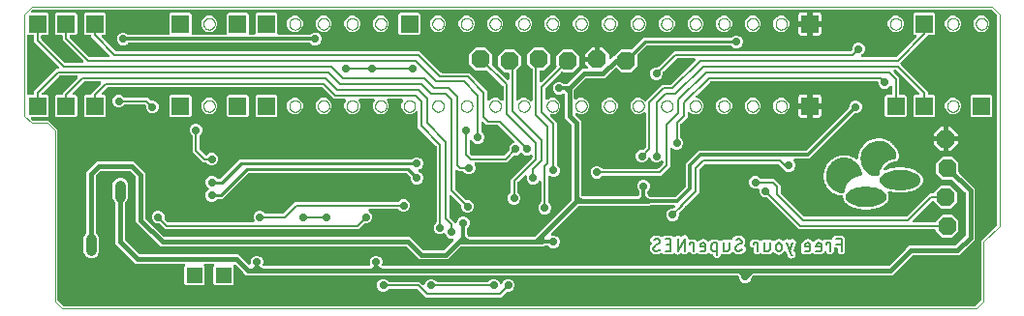
<source format=gbl>
G04 EAGLE Gerber RS-274X export*
G75*
%MOMM*%
%FSLAX34Y34*%
%LPD*%
%INunten Kupfer*%
%IPPOS*%
%AMOC8*
5,1,8,0,0,1.08239X$1,22.5*%
G01*
%ADD10C,0.000000*%
%ADD11C,0.203200*%
%ADD12P,1.732040X8X202.500000*%
%ADD13P,1.732040X8X292.500000*%
%ADD14R,1.508000X1.508000*%
%ADD15C,0.704800*%
%ADD16C,0.804800*%
%ADD17C,0.254000*%
%ADD18R,1.350000X1.350000*%
%ADD19C,0.914400*%
%ADD20C,0.406400*%
%ADD21C,0.304800*%

G36*
X830594Y2013D02*
X830594Y2013D01*
X830693Y2016D01*
X830751Y2033D01*
X830811Y2041D01*
X830903Y2077D01*
X830998Y2105D01*
X831050Y2135D01*
X831107Y2158D01*
X831187Y2216D01*
X831272Y2266D01*
X831348Y2332D01*
X831364Y2344D01*
X831372Y2354D01*
X831393Y2372D01*
X835828Y6807D01*
X835888Y6885D01*
X835956Y6957D01*
X835985Y7010D01*
X836022Y7058D01*
X836062Y7149D01*
X836110Y7236D01*
X836125Y7294D01*
X836149Y7350D01*
X836164Y7448D01*
X836189Y7544D01*
X836195Y7644D01*
X836199Y7664D01*
X836197Y7676D01*
X836199Y7704D01*
X836199Y59249D01*
X849798Y72847D01*
X849858Y72925D01*
X849926Y72997D01*
X849955Y73050D01*
X849992Y73098D01*
X850032Y73189D01*
X850080Y73276D01*
X850095Y73334D01*
X850119Y73390D01*
X850134Y73488D01*
X850159Y73584D01*
X850165Y73684D01*
X850169Y73704D01*
X850167Y73716D01*
X850169Y73744D01*
X850169Y256456D01*
X850157Y256554D01*
X850154Y256653D01*
X850137Y256711D01*
X850129Y256771D01*
X850093Y256863D01*
X850065Y256958D01*
X850035Y257010D01*
X850012Y257067D01*
X849954Y257147D01*
X849904Y257232D01*
X849838Y257308D01*
X849826Y257324D01*
X849816Y257332D01*
X849798Y257353D01*
X845363Y261788D01*
X845285Y261848D01*
X845213Y261916D01*
X845160Y261945D01*
X845112Y261982D01*
X845021Y262022D01*
X844934Y262070D01*
X844876Y262085D01*
X844820Y262109D01*
X844722Y262124D01*
X844626Y262149D01*
X844526Y262155D01*
X844506Y262159D01*
X844494Y262157D01*
X844466Y262159D01*
X7704Y262159D01*
X7606Y262147D01*
X7507Y262144D01*
X7449Y262127D01*
X7389Y262119D01*
X7297Y262083D01*
X7202Y262055D01*
X7150Y262025D01*
X7093Y262002D01*
X7013Y261944D01*
X6928Y261894D01*
X6853Y261828D01*
X6836Y261816D01*
X6828Y261806D01*
X6807Y261788D01*
X6087Y261067D01*
X6002Y260958D01*
X5913Y260851D01*
X5904Y260832D01*
X5892Y260816D01*
X5837Y260688D01*
X5778Y260563D01*
X5774Y260543D01*
X5766Y260524D01*
X5744Y260386D01*
X5718Y260250D01*
X5719Y260230D01*
X5716Y260210D01*
X5729Y260071D01*
X5737Y259933D01*
X5744Y259914D01*
X5746Y259894D01*
X5793Y259763D01*
X5836Y259631D01*
X5846Y259613D01*
X5853Y259594D01*
X5931Y259480D01*
X6006Y259362D01*
X6020Y259348D01*
X6032Y259331D01*
X6136Y259239D01*
X6237Y259144D01*
X6255Y259134D01*
X6270Y259121D01*
X6394Y259058D01*
X6516Y258990D01*
X6535Y258985D01*
X6553Y258976D01*
X6689Y258946D01*
X6824Y258911D01*
X6852Y258909D01*
X6864Y258906D01*
X6884Y258907D01*
X6984Y258901D01*
X19849Y258901D01*
X21021Y257729D01*
X21021Y240991D01*
X19849Y239819D01*
X15766Y239819D01*
X15648Y239804D01*
X15529Y239797D01*
X15491Y239784D01*
X15450Y239779D01*
X15340Y239736D01*
X15227Y239699D01*
X15192Y239677D01*
X15155Y239662D01*
X15059Y239593D01*
X14958Y239529D01*
X14930Y239499D01*
X14897Y239476D01*
X14821Y239384D01*
X14740Y239297D01*
X14720Y239262D01*
X14695Y239231D01*
X14644Y239123D01*
X14586Y239019D01*
X14576Y238979D01*
X14559Y238943D01*
X14537Y238826D01*
X14507Y238711D01*
X14503Y238651D01*
X14499Y238631D01*
X14501Y238610D01*
X14497Y238550D01*
X14497Y236675D01*
X14509Y236577D01*
X14512Y236478D01*
X14529Y236420D01*
X14537Y236360D01*
X14573Y236268D01*
X14601Y236173D01*
X14631Y236120D01*
X14654Y236064D01*
X14712Y235984D01*
X14762Y235899D01*
X14828Y235823D01*
X14840Y235807D01*
X14850Y235799D01*
X14868Y235778D01*
X35168Y215478D01*
X35246Y215418D01*
X35318Y215350D01*
X35371Y215321D01*
X35419Y215284D01*
X35510Y215244D01*
X35597Y215196D01*
X35655Y215181D01*
X35711Y215157D01*
X35809Y215142D01*
X35905Y215117D01*
X36005Y215111D01*
X36025Y215107D01*
X36037Y215109D01*
X36065Y215107D01*
X50613Y215107D01*
X50750Y215124D01*
X50889Y215137D01*
X50908Y215144D01*
X50928Y215147D01*
X51057Y215198D01*
X51188Y215245D01*
X51205Y215256D01*
X51224Y215264D01*
X51336Y215345D01*
X51452Y215423D01*
X51465Y215439D01*
X51481Y215450D01*
X51570Y215558D01*
X51662Y215662D01*
X51671Y215680D01*
X51684Y215695D01*
X51743Y215821D01*
X51807Y215945D01*
X51811Y215965D01*
X51820Y215983D01*
X51846Y216119D01*
X51876Y216255D01*
X51876Y216276D01*
X51879Y216295D01*
X51871Y216434D01*
X51867Y216573D01*
X51861Y216593D01*
X51860Y216613D01*
X51817Y216745D01*
X51778Y216879D01*
X51768Y216896D01*
X51762Y216915D01*
X51687Y217033D01*
X51617Y217153D01*
X51598Y217174D01*
X51591Y217184D01*
X51577Y217198D01*
X51510Y217273D01*
X33463Y235320D01*
X33463Y238550D01*
X33448Y238668D01*
X33441Y238787D01*
X33428Y238825D01*
X33423Y238866D01*
X33380Y238976D01*
X33343Y239089D01*
X33321Y239124D01*
X33306Y239161D01*
X33237Y239257D01*
X33173Y239358D01*
X33143Y239386D01*
X33120Y239419D01*
X33028Y239495D01*
X32941Y239576D01*
X32906Y239596D01*
X32875Y239621D01*
X32767Y239672D01*
X32663Y239730D01*
X32623Y239740D01*
X32587Y239757D01*
X32470Y239779D01*
X32355Y239809D01*
X32295Y239813D01*
X32275Y239817D01*
X32254Y239815D01*
X32194Y239819D01*
X28111Y239819D01*
X26939Y240991D01*
X26939Y257729D01*
X28111Y258901D01*
X44849Y258901D01*
X46021Y257729D01*
X46021Y240991D01*
X44849Y239819D01*
X40766Y239819D01*
X40648Y239804D01*
X40529Y239797D01*
X40491Y239784D01*
X40450Y239779D01*
X40340Y239736D01*
X40227Y239699D01*
X40192Y239677D01*
X40155Y239662D01*
X40059Y239593D01*
X39958Y239529D01*
X39930Y239499D01*
X39897Y239476D01*
X39821Y239384D01*
X39740Y239297D01*
X39720Y239262D01*
X39695Y239231D01*
X39644Y239123D01*
X39586Y239019D01*
X39576Y238979D01*
X39559Y238943D01*
X39537Y238826D01*
X39507Y238711D01*
X39503Y238651D01*
X39499Y238631D01*
X39501Y238610D01*
X39497Y238550D01*
X39497Y238345D01*
X39509Y238247D01*
X39512Y238148D01*
X39529Y238090D01*
X39537Y238030D01*
X39573Y237938D01*
X39601Y237843D01*
X39631Y237790D01*
X39654Y237734D01*
X39712Y237654D01*
X39762Y237569D01*
X39828Y237493D01*
X39840Y237477D01*
X39850Y237469D01*
X39868Y237448D01*
X56758Y220558D01*
X56836Y220498D01*
X56908Y220430D01*
X56961Y220401D01*
X57009Y220364D01*
X57100Y220324D01*
X57187Y220276D01*
X57245Y220261D01*
X57301Y220237D01*
X57399Y220222D01*
X57495Y220197D01*
X57595Y220191D01*
X57615Y220187D01*
X57627Y220189D01*
X57655Y220187D01*
X73473Y220187D01*
X73610Y220204D01*
X73749Y220217D01*
X73768Y220224D01*
X73788Y220227D01*
X73917Y220278D01*
X74048Y220325D01*
X74065Y220336D01*
X74084Y220344D01*
X74196Y220425D01*
X74312Y220503D01*
X74325Y220519D01*
X74341Y220530D01*
X74430Y220638D01*
X74522Y220742D01*
X74531Y220760D01*
X74544Y220775D01*
X74603Y220901D01*
X74667Y221025D01*
X74671Y221045D01*
X74680Y221063D01*
X74706Y221199D01*
X74736Y221335D01*
X74736Y221356D01*
X74739Y221375D01*
X74731Y221514D01*
X74727Y221653D01*
X74721Y221673D01*
X74720Y221693D01*
X74677Y221825D01*
X74638Y221959D01*
X74628Y221976D01*
X74622Y221995D01*
X74547Y222113D01*
X74477Y222233D01*
X74458Y222254D01*
X74451Y222264D01*
X74436Y222278D01*
X74370Y222353D01*
X58463Y238260D01*
X58463Y238550D01*
X58448Y238668D01*
X58441Y238787D01*
X58428Y238825D01*
X58423Y238866D01*
X58380Y238976D01*
X58343Y239089D01*
X58321Y239124D01*
X58306Y239161D01*
X58237Y239257D01*
X58173Y239358D01*
X58143Y239386D01*
X58120Y239419D01*
X58028Y239495D01*
X57941Y239576D01*
X57906Y239596D01*
X57875Y239621D01*
X57767Y239672D01*
X57663Y239730D01*
X57623Y239740D01*
X57587Y239757D01*
X57470Y239779D01*
X57355Y239809D01*
X57295Y239813D01*
X57275Y239817D01*
X57254Y239815D01*
X57194Y239819D01*
X53111Y239819D01*
X51939Y240991D01*
X51939Y257729D01*
X53111Y258901D01*
X69849Y258901D01*
X71021Y257729D01*
X71021Y240991D01*
X69849Y239819D01*
X68501Y239819D01*
X68364Y239802D01*
X68225Y239789D01*
X68206Y239782D01*
X68186Y239779D01*
X68057Y239728D01*
X67926Y239681D01*
X67909Y239670D01*
X67890Y239662D01*
X67778Y239581D01*
X67662Y239503D01*
X67649Y239487D01*
X67633Y239476D01*
X67544Y239368D01*
X67452Y239264D01*
X67443Y239246D01*
X67430Y239231D01*
X67371Y239105D01*
X67307Y238981D01*
X67303Y238961D01*
X67294Y238943D01*
X67268Y238807D01*
X67238Y238671D01*
X67238Y238650D01*
X67235Y238631D01*
X67243Y238492D01*
X67247Y238353D01*
X67253Y238333D01*
X67254Y238313D01*
X67297Y238181D01*
X67336Y238047D01*
X67346Y238030D01*
X67352Y238011D01*
X67427Y237893D01*
X67497Y237773D01*
X67516Y237752D01*
X67523Y237742D01*
X67538Y237728D01*
X67604Y237653D01*
X79618Y225638D01*
X79696Y225578D01*
X79768Y225510D01*
X79821Y225481D01*
X79869Y225444D01*
X79960Y225404D01*
X80047Y225356D01*
X80105Y225341D01*
X80161Y225317D01*
X80259Y225302D01*
X80355Y225277D01*
X80455Y225271D01*
X80475Y225267D01*
X80487Y225269D01*
X80515Y225267D01*
X345420Y225267D01*
X364098Y206588D01*
X364176Y206528D01*
X364248Y206460D01*
X364301Y206431D01*
X364349Y206394D01*
X364440Y206354D01*
X364527Y206306D01*
X364585Y206291D01*
X364641Y206267D01*
X364739Y206252D01*
X364835Y206227D01*
X364935Y206221D01*
X364955Y206217D01*
X364967Y206219D01*
X364995Y206217D01*
X388600Y206217D01*
X404337Y190480D01*
X404337Y183181D01*
X404354Y183043D01*
X404367Y182905D01*
X404374Y182886D01*
X404377Y182866D01*
X404428Y182737D01*
X404475Y182606D01*
X404486Y182589D01*
X404494Y182570D01*
X404575Y182458D01*
X404653Y182343D01*
X404669Y182329D01*
X404680Y182313D01*
X404788Y182224D01*
X404892Y182132D01*
X404910Y182123D01*
X404925Y182110D01*
X405051Y182051D01*
X405175Y181988D01*
X405195Y181983D01*
X405213Y181975D01*
X405350Y181948D01*
X405485Y181918D01*
X405506Y181919D01*
X405525Y181915D01*
X405664Y181923D01*
X405803Y181928D01*
X405823Y181933D01*
X405843Y181935D01*
X405975Y181977D01*
X406109Y182016D01*
X406126Y182026D01*
X406145Y182033D01*
X406263Y182107D01*
X406383Y182178D01*
X406404Y182196D01*
X406414Y182203D01*
X406428Y182218D01*
X406503Y182284D01*
X407514Y183295D01*
X410087Y184361D01*
X412873Y184361D01*
X415446Y183295D01*
X416457Y182284D01*
X416566Y182199D01*
X416673Y182110D01*
X416692Y182101D01*
X416708Y182089D01*
X416835Y182034D01*
X416961Y181975D01*
X416981Y181971D01*
X417000Y181963D01*
X417138Y181941D01*
X417274Y181915D01*
X417294Y181916D01*
X417314Y181913D01*
X417453Y181926D01*
X417591Y181935D01*
X417610Y181941D01*
X417630Y181943D01*
X417762Y181990D01*
X417893Y182033D01*
X417911Y182043D01*
X417930Y182050D01*
X418045Y182128D01*
X418162Y182203D01*
X418176Y182218D01*
X418193Y182229D01*
X418285Y182333D01*
X418380Y182434D01*
X418390Y182452D01*
X418403Y182467D01*
X418466Y182591D01*
X418534Y182713D01*
X418539Y182732D01*
X418548Y182751D01*
X418578Y182886D01*
X418613Y183021D01*
X418615Y183049D01*
X418618Y183061D01*
X418617Y183081D01*
X418623Y183181D01*
X418623Y194404D01*
X418610Y194511D01*
X418605Y194619D01*
X418590Y194669D01*
X418583Y194720D01*
X418544Y194820D01*
X418512Y194923D01*
X418485Y194967D01*
X418466Y195015D01*
X418403Y195103D01*
X418347Y195195D01*
X418292Y195255D01*
X418280Y195273D01*
X418267Y195283D01*
X418239Y195314D01*
X404716Y208462D01*
X404628Y208528D01*
X404545Y208601D01*
X404501Y208623D01*
X404462Y208653D01*
X404360Y208695D01*
X404262Y208745D01*
X404214Y208756D01*
X404168Y208775D01*
X404059Y208791D01*
X403952Y208815D01*
X403902Y208814D01*
X403853Y208821D01*
X403744Y208809D01*
X403634Y208805D01*
X403586Y208792D01*
X403537Y208786D01*
X403434Y208748D01*
X403328Y208717D01*
X403286Y208692D01*
X403240Y208675D01*
X403149Y208611D01*
X403054Y208555D01*
X402997Y208505D01*
X402979Y208492D01*
X402968Y208479D01*
X402934Y208449D01*
X402923Y208438D01*
X394637Y208438D01*
X388778Y214297D01*
X388778Y222583D01*
X394637Y228442D01*
X402923Y228442D01*
X408782Y222583D01*
X408782Y214216D01*
X408750Y214142D01*
X408693Y214028D01*
X408687Y213997D01*
X408674Y213968D01*
X408654Y213841D01*
X408628Y213716D01*
X408629Y213685D01*
X408624Y213654D01*
X408636Y213527D01*
X408642Y213399D01*
X408651Y213368D01*
X408654Y213337D01*
X408697Y213217D01*
X408735Y213094D01*
X408751Y213068D01*
X408762Y213038D01*
X408834Y212932D01*
X408900Y212823D01*
X408931Y212789D01*
X408940Y212775D01*
X408957Y212760D01*
X409008Y212703D01*
X421549Y200511D01*
X421653Y200432D01*
X421753Y200349D01*
X421780Y200337D01*
X421803Y200319D01*
X421924Y200269D01*
X422041Y200214D01*
X422070Y200208D01*
X422097Y200197D01*
X422226Y200178D01*
X422354Y200154D01*
X422383Y200156D01*
X422412Y200152D01*
X422541Y200166D01*
X422671Y200174D01*
X422699Y200183D01*
X422728Y200186D01*
X422850Y200232D01*
X422973Y200272D01*
X422998Y200287D01*
X423026Y200298D01*
X423132Y200372D01*
X423242Y200442D01*
X423262Y200463D01*
X423286Y200480D01*
X423371Y200579D01*
X423460Y200674D01*
X423474Y200699D01*
X423493Y200721D01*
X423551Y200838D01*
X423614Y200952D01*
X423621Y200980D01*
X423634Y201007D01*
X423661Y201134D01*
X423693Y201260D01*
X423696Y201302D01*
X423699Y201318D01*
X423698Y201340D01*
X423703Y201421D01*
X423703Y205899D01*
X423688Y206017D01*
X423681Y206136D01*
X423668Y206174D01*
X423663Y206215D01*
X423620Y206325D01*
X423583Y206438D01*
X423561Y206473D01*
X423546Y206510D01*
X423477Y206606D01*
X423413Y206707D01*
X423383Y206735D01*
X423360Y206768D01*
X423268Y206844D01*
X423181Y206925D01*
X423146Y206945D01*
X423115Y206970D01*
X423007Y207021D01*
X422903Y207079D01*
X422863Y207089D01*
X422827Y207106D01*
X422710Y207128D01*
X422595Y207158D01*
X422535Y207162D01*
X422515Y207166D01*
X422494Y207164D01*
X422434Y207168D01*
X420037Y207168D01*
X414178Y213027D01*
X414178Y221313D01*
X420037Y227172D01*
X428323Y227172D01*
X434182Y221313D01*
X434182Y213027D01*
X430108Y208954D01*
X430048Y208876D01*
X429980Y208804D01*
X429951Y208751D01*
X429914Y208703D01*
X429874Y208612D01*
X429826Y208525D01*
X429811Y208466D01*
X429787Y208411D01*
X429772Y208313D01*
X429747Y208217D01*
X429741Y208117D01*
X429737Y208097D01*
X429739Y208084D01*
X429737Y208056D01*
X429737Y183581D01*
X429754Y183443D01*
X429767Y183305D01*
X429774Y183286D01*
X429777Y183266D01*
X429828Y183137D01*
X429875Y183006D01*
X429886Y182989D01*
X429894Y182970D01*
X429975Y182858D01*
X430053Y182743D01*
X430069Y182729D01*
X430080Y182713D01*
X430188Y182624D01*
X430292Y182532D01*
X430310Y182523D01*
X430325Y182510D01*
X430451Y182451D01*
X430575Y182388D01*
X430595Y182383D01*
X430613Y182375D01*
X430750Y182348D01*
X430885Y182318D01*
X430906Y182319D01*
X430925Y182315D01*
X431064Y182323D01*
X431203Y182328D01*
X431223Y182333D01*
X431243Y182335D01*
X431375Y182377D01*
X431509Y182416D01*
X431526Y182426D01*
X431545Y182433D01*
X431663Y182507D01*
X431783Y182578D01*
X431804Y182596D01*
X431814Y182603D01*
X431828Y182618D01*
X431903Y182684D01*
X432514Y183295D01*
X435087Y184361D01*
X437873Y184361D01*
X440446Y183295D01*
X441857Y181884D01*
X441966Y181799D01*
X442073Y181710D01*
X442092Y181701D01*
X442108Y181689D01*
X442236Y181634D01*
X442361Y181575D01*
X442381Y181571D01*
X442400Y181563D01*
X442538Y181541D01*
X442674Y181515D01*
X442694Y181516D01*
X442714Y181513D01*
X442853Y181526D01*
X442991Y181535D01*
X443010Y181541D01*
X443030Y181543D01*
X443162Y181590D01*
X443293Y181633D01*
X443311Y181643D01*
X443330Y181650D01*
X443445Y181728D01*
X443562Y181803D01*
X443576Y181818D01*
X443593Y181829D01*
X443685Y181933D01*
X443780Y182034D01*
X443790Y182052D01*
X443803Y182067D01*
X443866Y182191D01*
X443934Y182313D01*
X443939Y182332D01*
X443948Y182351D01*
X443978Y182486D01*
X444013Y182621D01*
X444015Y182649D01*
X444018Y182661D01*
X444017Y182681D01*
X444023Y182781D01*
X444023Y209326D01*
X444011Y209425D01*
X444008Y209524D01*
X443991Y209582D01*
X443983Y209642D01*
X443947Y209734D01*
X443919Y209829D01*
X443889Y209881D01*
X443866Y209938D01*
X443808Y210018D01*
X443758Y210103D01*
X443692Y210178D01*
X443680Y210195D01*
X443670Y210203D01*
X443652Y210224D01*
X439578Y214297D01*
X439578Y222583D01*
X445437Y228442D01*
X453723Y228442D01*
X459582Y222583D01*
X459582Y214297D01*
X453723Y208438D01*
X451326Y208438D01*
X451208Y208423D01*
X451089Y208416D01*
X451051Y208403D01*
X451010Y208398D01*
X450900Y208355D01*
X450787Y208318D01*
X450752Y208296D01*
X450715Y208281D01*
X450619Y208212D01*
X450518Y208148D01*
X450490Y208118D01*
X450457Y208095D01*
X450381Y208003D01*
X450300Y207916D01*
X450280Y207881D01*
X450255Y207850D01*
X450204Y207742D01*
X450146Y207638D01*
X450136Y207598D01*
X450119Y207562D01*
X450097Y207445D01*
X450067Y207330D01*
X450063Y207270D01*
X450059Y207250D01*
X450061Y207229D01*
X450057Y207169D01*
X450057Y199577D01*
X450074Y199440D01*
X450087Y199301D01*
X450094Y199282D01*
X450097Y199262D01*
X450148Y199133D01*
X450195Y199002D01*
X450206Y198985D01*
X450214Y198966D01*
X450295Y198854D01*
X450373Y198739D01*
X450389Y198725D01*
X450400Y198709D01*
X450508Y198620D01*
X450612Y198528D01*
X450630Y198519D01*
X450645Y198506D01*
X450771Y198447D01*
X450895Y198383D01*
X450915Y198379D01*
X450933Y198370D01*
X451069Y198344D01*
X451205Y198314D01*
X451226Y198314D01*
X451245Y198311D01*
X451384Y198319D01*
X451523Y198323D01*
X451543Y198329D01*
X451563Y198330D01*
X451695Y198373D01*
X451829Y198412D01*
X451846Y198422D01*
X451865Y198428D01*
X451983Y198503D01*
X452103Y198573D01*
X452124Y198592D01*
X452134Y198599D01*
X452148Y198613D01*
X452223Y198680D01*
X464877Y211333D01*
X464950Y211428D01*
X465029Y211517D01*
X465047Y211553D01*
X465072Y211585D01*
X465119Y211694D01*
X465173Y211800D01*
X465182Y211839D01*
X465198Y211876D01*
X465217Y211994D01*
X465243Y212110D01*
X465242Y212151D01*
X465248Y212191D01*
X465237Y212309D01*
X465233Y212428D01*
X465222Y212467D01*
X465218Y212507D01*
X465178Y212619D01*
X465145Y212734D01*
X465124Y212768D01*
X465111Y212806D01*
X465044Y212905D01*
X464983Y213008D01*
X464978Y213013D01*
X464978Y221313D01*
X470837Y227172D01*
X479123Y227172D01*
X484982Y221313D01*
X484982Y213027D01*
X479123Y207168D01*
X470812Y207168D01*
X470755Y207219D01*
X470719Y207237D01*
X470687Y207262D01*
X470578Y207309D01*
X470472Y207363D01*
X470432Y207372D01*
X470395Y207388D01*
X470277Y207407D01*
X470162Y207433D01*
X470121Y207432D01*
X470081Y207438D01*
X469963Y207427D01*
X469844Y207423D01*
X469805Y207412D01*
X469765Y207408D01*
X469652Y207368D01*
X469538Y207335D01*
X469503Y207315D01*
X469465Y207301D01*
X469367Y207234D01*
X469264Y207173D01*
X469219Y207134D01*
X469202Y207122D01*
X469189Y207107D01*
X469143Y207067D01*
X455508Y193432D01*
X455448Y193354D01*
X455380Y193282D01*
X455351Y193229D01*
X455314Y193181D01*
X455274Y193090D01*
X455226Y193003D01*
X455211Y192945D01*
X455187Y192889D01*
X455172Y192791D01*
X455147Y192695D01*
X455141Y192595D01*
X455137Y192575D01*
X455139Y192563D01*
X455137Y192535D01*
X455137Y183981D01*
X455154Y183844D01*
X455167Y183705D01*
X455174Y183686D01*
X455177Y183666D01*
X455228Y183537D01*
X455275Y183406D01*
X455286Y183389D01*
X455294Y183370D01*
X455375Y183258D01*
X455453Y183143D01*
X455469Y183129D01*
X455480Y183113D01*
X455588Y183024D01*
X455692Y182932D01*
X455710Y182923D01*
X455725Y182910D01*
X455851Y182851D01*
X455975Y182788D01*
X455995Y182783D01*
X456013Y182775D01*
X456149Y182749D01*
X456285Y182718D01*
X456306Y182719D01*
X456325Y182715D01*
X456464Y182723D01*
X456603Y182728D01*
X456623Y182733D01*
X456643Y182735D01*
X456775Y182777D01*
X456909Y182816D01*
X456926Y182826D01*
X456945Y182833D01*
X457063Y182907D01*
X457183Y182978D01*
X457204Y182996D01*
X457214Y183003D01*
X457228Y183018D01*
X457304Y183084D01*
X457514Y183295D01*
X460087Y184361D01*
X462873Y184361D01*
X465446Y183295D01*
X467415Y181326D01*
X468481Y178753D01*
X468481Y175967D01*
X467415Y173394D01*
X465446Y171425D01*
X462873Y170359D01*
X460791Y170359D01*
X460654Y170342D01*
X460515Y170329D01*
X460496Y170322D01*
X460476Y170319D01*
X460347Y170268D01*
X460216Y170221D01*
X460199Y170210D01*
X460180Y170202D01*
X460068Y170121D01*
X459952Y170043D01*
X459939Y170027D01*
X459923Y170016D01*
X459834Y169908D01*
X459742Y169804D01*
X459733Y169786D01*
X459720Y169771D01*
X459661Y169645D01*
X459597Y169521D01*
X459593Y169501D01*
X459584Y169483D01*
X459558Y169347D01*
X459528Y169211D01*
X459528Y169190D01*
X459525Y169171D01*
X459533Y169032D01*
X459537Y168893D01*
X459543Y168873D01*
X459544Y168853D01*
X459587Y168721D01*
X459626Y168587D01*
X459636Y168570D01*
X459642Y168551D01*
X459717Y168433D01*
X459787Y168313D01*
X459806Y168292D01*
X459813Y168282D01*
X459828Y168268D01*
X459894Y168193D01*
X465297Y162790D01*
X465297Y126222D01*
X465309Y126124D01*
X465312Y126025D01*
X465329Y125967D01*
X465337Y125907D01*
X465373Y125815D01*
X465401Y125719D01*
X465431Y125667D01*
X465454Y125611D01*
X465512Y125531D01*
X465562Y125446D01*
X465628Y125370D01*
X465640Y125354D01*
X465650Y125346D01*
X465668Y125325D01*
X466964Y124029D01*
X467805Y121999D01*
X467805Y119801D01*
X466964Y117771D01*
X465409Y116216D01*
X463379Y115375D01*
X461181Y115375D01*
X459432Y116100D01*
X459384Y116113D01*
X459339Y116134D01*
X459231Y116155D01*
X459125Y116184D01*
X459075Y116185D01*
X459026Y116194D01*
X458917Y116187D01*
X458807Y116189D01*
X458759Y116177D01*
X458709Y116174D01*
X458605Y116140D01*
X458498Y116115D01*
X458454Y116091D01*
X458407Y116076D01*
X458314Y116017D01*
X458217Y115966D01*
X458180Y115933D01*
X458138Y115906D01*
X458063Y115826D01*
X457981Y115752D01*
X457954Y115711D01*
X457920Y115674D01*
X457867Y115578D01*
X457807Y115486D01*
X457790Y115439D01*
X457766Y115396D01*
X457739Y115290D01*
X457703Y115186D01*
X457699Y115136D01*
X457687Y115088D01*
X457677Y114927D01*
X457677Y93462D01*
X457689Y93364D01*
X457692Y93265D01*
X457709Y93207D01*
X457717Y93147D01*
X457753Y93055D01*
X457781Y92959D01*
X457811Y92907D01*
X457834Y92851D01*
X457892Y92771D01*
X457942Y92686D01*
X458008Y92610D01*
X458020Y92594D01*
X458030Y92586D01*
X458048Y92565D01*
X459344Y91269D01*
X460185Y89239D01*
X460185Y87041D01*
X459344Y85011D01*
X457789Y83456D01*
X455759Y82615D01*
X453561Y82615D01*
X451531Y83456D01*
X449976Y85011D01*
X449135Y87041D01*
X449135Y89239D01*
X449976Y91269D01*
X451272Y92565D01*
X451332Y92643D01*
X451400Y92715D01*
X451429Y92768D01*
X451466Y92816D01*
X451506Y92907D01*
X451554Y92994D01*
X451569Y93052D01*
X451593Y93108D01*
X451608Y93206D01*
X451633Y93301D01*
X451639Y93402D01*
X451643Y93422D01*
X451641Y93434D01*
X451643Y93462D01*
X451643Y110728D01*
X451635Y110797D01*
X451636Y110867D01*
X451615Y110954D01*
X451603Y111043D01*
X451578Y111108D01*
X451561Y111176D01*
X451519Y111255D01*
X451486Y111339D01*
X451445Y111395D01*
X451413Y111457D01*
X451352Y111524D01*
X451300Y111596D01*
X451246Y111641D01*
X451199Y111692D01*
X451124Y111742D01*
X451055Y111799D01*
X450991Y111829D01*
X450933Y111867D01*
X450848Y111896D01*
X450767Y111935D01*
X450698Y111948D01*
X450632Y111970D01*
X450543Y111977D01*
X450455Y111994D01*
X450385Y111990D01*
X450315Y111995D01*
X450227Y111980D01*
X450137Y111975D01*
X450071Y111953D01*
X450002Y111941D01*
X449920Y111904D01*
X449835Y111877D01*
X449776Y111839D01*
X449712Y111810D01*
X449642Y111754D01*
X449566Y111706D01*
X449518Y111656D01*
X449464Y111612D01*
X449409Y111540D01*
X449348Y111475D01*
X449314Y111414D01*
X449272Y111358D01*
X449201Y111213D01*
X449184Y111170D01*
X447629Y109616D01*
X445599Y108775D01*
X443401Y108775D01*
X441371Y109616D01*
X439816Y111171D01*
X438975Y113201D01*
X438975Y115415D01*
X438958Y115552D01*
X438945Y115691D01*
X438938Y115710D01*
X438935Y115730D01*
X438885Y115859D01*
X438837Y115990D01*
X438826Y116007D01*
X438818Y116026D01*
X438737Y116138D01*
X438659Y116254D01*
X438643Y116267D01*
X438632Y116283D01*
X438524Y116372D01*
X438420Y116464D01*
X438402Y116473D01*
X438387Y116486D01*
X438261Y116545D01*
X438137Y116609D01*
X438117Y116613D01*
X438099Y116622D01*
X437963Y116648D01*
X437827Y116678D01*
X437806Y116678D01*
X437787Y116681D01*
X437648Y116673D01*
X437509Y116669D01*
X437489Y116663D01*
X437469Y116662D01*
X437337Y116619D01*
X437203Y116580D01*
X437186Y116570D01*
X437167Y116564D01*
X437049Y116489D01*
X436929Y116419D01*
X436908Y116400D01*
X436898Y116393D01*
X436884Y116378D01*
X436809Y116312D01*
X431378Y110882D01*
X431318Y110804D01*
X431250Y110732D01*
X431221Y110679D01*
X431184Y110631D01*
X431144Y110540D01*
X431096Y110453D01*
X431081Y110395D01*
X431057Y110339D01*
X431042Y110241D01*
X431017Y110145D01*
X431011Y110045D01*
X431007Y110025D01*
X431009Y110013D01*
X431007Y109985D01*
X431007Y101842D01*
X431019Y101744D01*
X431022Y101645D01*
X431039Y101587D01*
X431047Y101527D01*
X431083Y101435D01*
X431111Y101339D01*
X431141Y101287D01*
X431164Y101231D01*
X431222Y101151D01*
X431272Y101066D01*
X431338Y100990D01*
X431350Y100974D01*
X431360Y100966D01*
X431378Y100945D01*
X432674Y99649D01*
X433515Y97619D01*
X433515Y95421D01*
X432674Y93391D01*
X431119Y91836D01*
X429089Y90995D01*
X426891Y90995D01*
X424861Y91836D01*
X423306Y93391D01*
X422465Y95421D01*
X422465Y97619D01*
X423306Y99649D01*
X424602Y100945D01*
X424662Y101023D01*
X424730Y101095D01*
X424759Y101148D01*
X424796Y101196D01*
X424836Y101287D01*
X424884Y101374D01*
X424899Y101432D01*
X424923Y101488D01*
X424938Y101586D01*
X424963Y101681D01*
X424969Y101782D01*
X424973Y101802D01*
X424971Y101814D01*
X424973Y101842D01*
X424973Y113010D01*
X443652Y131688D01*
X443712Y131766D01*
X443780Y131838D01*
X443809Y131891D01*
X443846Y131939D01*
X443886Y132030D01*
X443934Y132117D01*
X443949Y132175D01*
X443973Y132231D01*
X443988Y132329D01*
X444013Y132425D01*
X444019Y132525D01*
X444023Y132545D01*
X444021Y132557D01*
X444023Y132585D01*
X444023Y133727D01*
X444017Y133777D01*
X444019Y133826D01*
X443997Y133934D01*
X443983Y134043D01*
X443965Y134089D01*
X443955Y134138D01*
X443907Y134237D01*
X443866Y134338D01*
X443837Y134379D01*
X443815Y134423D01*
X443744Y134507D01*
X443680Y134596D01*
X443641Y134628D01*
X443609Y134665D01*
X443519Y134729D01*
X443435Y134799D01*
X443390Y134820D01*
X443349Y134848D01*
X443246Y134887D01*
X443147Y134934D01*
X443098Y134943D01*
X443052Y134961D01*
X442942Y134973D01*
X442835Y134994D01*
X442785Y134991D01*
X442736Y134996D01*
X442627Y134981D01*
X442517Y134974D01*
X442470Y134959D01*
X442421Y134952D01*
X442268Y134900D01*
X440519Y134175D01*
X438321Y134175D01*
X436291Y135016D01*
X435237Y136069D01*
X435143Y136142D01*
X435054Y136221D01*
X435018Y136239D01*
X434986Y136264D01*
X434877Y136312D01*
X434771Y136366D01*
X434732Y136375D01*
X434694Y136391D01*
X434577Y136409D01*
X434461Y136435D01*
X434420Y136434D01*
X434380Y136440D01*
X434262Y136429D01*
X434143Y136426D01*
X434104Y136414D01*
X434064Y136411D01*
X433952Y136370D01*
X433837Y136337D01*
X433802Y136317D01*
X433764Y136303D01*
X433666Y136236D01*
X433563Y136176D01*
X433518Y136136D01*
X433501Y136124D01*
X433488Y136109D01*
X433442Y136069D01*
X432390Y135016D01*
X430359Y134175D01*
X428527Y134175D01*
X428429Y134163D01*
X428330Y134160D01*
X428272Y134143D01*
X428212Y134135D01*
X428120Y134099D01*
X428025Y134071D01*
X427972Y134041D01*
X427916Y134018D01*
X427836Y133960D01*
X427751Y133910D01*
X427675Y133844D01*
X427659Y133832D01*
X427651Y133822D01*
X427630Y133804D01*
X421620Y127793D01*
X394539Y127793D01*
X394490Y127787D01*
X394440Y127789D01*
X394332Y127767D01*
X394223Y127753D01*
X394177Y127735D01*
X394129Y127725D01*
X394030Y127677D01*
X393928Y127636D01*
X393888Y127607D01*
X393843Y127585D01*
X393759Y127514D01*
X393670Y127450D01*
X393639Y127411D01*
X393601Y127379D01*
X393538Y127289D01*
X393468Y127205D01*
X393446Y127160D01*
X393418Y127119D01*
X393379Y127016D01*
X393332Y126917D01*
X393323Y126868D01*
X393305Y126822D01*
X393293Y126712D01*
X393272Y126605D01*
X393275Y126555D01*
X393270Y126506D01*
X393285Y126396D01*
X393292Y126287D01*
X393307Y126240D01*
X393314Y126191D01*
X393366Y126038D01*
X394145Y124159D01*
X394145Y121961D01*
X393304Y119931D01*
X391749Y118376D01*
X389719Y117535D01*
X387521Y117535D01*
X385491Y118376D01*
X384195Y119672D01*
X384117Y119732D01*
X384045Y119800D01*
X383992Y119829D01*
X383944Y119866D01*
X383853Y119906D01*
X383766Y119954D01*
X383708Y119969D01*
X383652Y119993D01*
X383554Y120008D01*
X383459Y120033D01*
X383358Y120039D01*
X383338Y120043D01*
X383326Y120041D01*
X383298Y120043D01*
X379750Y120043D01*
X378563Y121230D01*
X378454Y121315D01*
X378347Y121404D01*
X378328Y121413D01*
X378312Y121425D01*
X378184Y121481D01*
X378059Y121540D01*
X378039Y121543D01*
X378020Y121552D01*
X377882Y121573D01*
X377746Y121599D01*
X377726Y121598D01*
X377706Y121601D01*
X377567Y121588D01*
X377429Y121580D01*
X377410Y121573D01*
X377390Y121572D01*
X377258Y121524D01*
X377127Y121482D01*
X377109Y121471D01*
X377090Y121464D01*
X376975Y121386D01*
X376858Y121311D01*
X376844Y121297D01*
X376827Y121285D01*
X376735Y121181D01*
X376640Y121080D01*
X376630Y121062D01*
X376617Y121047D01*
X376553Y120923D01*
X376486Y120801D01*
X376481Y120782D01*
X376472Y120764D01*
X376442Y120628D01*
X376407Y120493D01*
X376405Y120465D01*
X376402Y120453D01*
X376403Y120433D01*
X376397Y120333D01*
X376397Y105025D01*
X376409Y104927D01*
X376412Y104828D01*
X376429Y104770D01*
X376437Y104710D01*
X376473Y104618D01*
X376501Y104523D01*
X376531Y104470D01*
X376554Y104414D01*
X376612Y104334D01*
X376662Y104249D01*
X376728Y104173D01*
X376740Y104157D01*
X376750Y104149D01*
X376768Y104128D01*
X385720Y95176D01*
X385798Y95116D01*
X385870Y95048D01*
X385923Y95019D01*
X385971Y94982D01*
X386062Y94942D01*
X386149Y94894D01*
X386207Y94879D01*
X386263Y94855D01*
X386361Y94840D01*
X386457Y94815D01*
X386557Y94809D01*
X386577Y94805D01*
X386589Y94807D01*
X386617Y94805D01*
X388449Y94805D01*
X390479Y93964D01*
X392034Y92409D01*
X392875Y90379D01*
X392875Y88181D01*
X392034Y86151D01*
X390479Y84596D01*
X388449Y83755D01*
X386251Y83755D01*
X384221Y84596D01*
X382666Y86151D01*
X381825Y88181D01*
X381825Y90013D01*
X381813Y90111D01*
X381810Y90210D01*
X381793Y90268D01*
X381785Y90328D01*
X381749Y90420D01*
X381721Y90515D01*
X381691Y90568D01*
X381668Y90624D01*
X381610Y90704D01*
X381560Y90789D01*
X381494Y90865D01*
X381482Y90881D01*
X381472Y90889D01*
X381454Y90910D01*
X373483Y98880D01*
X373374Y98965D01*
X373267Y99054D01*
X373248Y99063D01*
X373232Y99075D01*
X373104Y99131D01*
X372979Y99190D01*
X372959Y99193D01*
X372940Y99202D01*
X372802Y99223D01*
X372666Y99249D01*
X372646Y99248D01*
X372626Y99251D01*
X372487Y99238D01*
X372349Y99230D01*
X372330Y99223D01*
X372310Y99222D01*
X372178Y99174D01*
X372047Y99132D01*
X372029Y99121D01*
X372010Y99114D01*
X371895Y99036D01*
X371778Y98961D01*
X371764Y98947D01*
X371747Y98935D01*
X371655Y98831D01*
X371560Y98730D01*
X371550Y98712D01*
X371537Y98697D01*
X371473Y98573D01*
X371406Y98451D01*
X371401Y98432D01*
X371392Y98414D01*
X371362Y98278D01*
X371327Y98143D01*
X371325Y98115D01*
X371322Y98103D01*
X371323Y98083D01*
X371317Y97983D01*
X371317Y80265D01*
X371329Y80167D01*
X371332Y80068D01*
X371349Y80010D01*
X371357Y79950D01*
X371393Y79858D01*
X371421Y79763D01*
X371451Y79710D01*
X371474Y79654D01*
X371532Y79574D01*
X371582Y79489D01*
X371648Y79413D01*
X371660Y79397D01*
X371670Y79389D01*
X371688Y79368D01*
X375849Y75208D01*
X375958Y75123D01*
X376065Y75034D01*
X376084Y75025D01*
X376100Y75013D01*
X376228Y74957D01*
X376353Y74898D01*
X376373Y74895D01*
X376392Y74886D01*
X376530Y74865D01*
X376666Y74839D01*
X376686Y74840D01*
X376706Y74837D01*
X376845Y74850D01*
X376983Y74858D01*
X377002Y74865D01*
X377022Y74866D01*
X377154Y74914D01*
X377285Y74956D01*
X377303Y74967D01*
X377322Y74974D01*
X377437Y75052D01*
X377554Y75127D01*
X377568Y75141D01*
X377585Y75153D01*
X377677Y75257D01*
X377772Y75358D01*
X377782Y75376D01*
X377795Y75391D01*
X377858Y75515D01*
X377926Y75637D01*
X377931Y75656D01*
X377940Y75674D01*
X377970Y75810D01*
X378005Y75945D01*
X378007Y75973D01*
X378010Y75985D01*
X378009Y76005D01*
X378015Y76105D01*
X378015Y76159D01*
X378856Y78189D01*
X380411Y79744D01*
X382441Y80585D01*
X384639Y80585D01*
X386669Y79744D01*
X388224Y78189D01*
X389065Y76159D01*
X389065Y73961D01*
X388224Y71931D01*
X387436Y71143D01*
X387376Y71065D01*
X387308Y70993D01*
X387279Y70940D01*
X387242Y70892D01*
X387202Y70801D01*
X387154Y70714D01*
X387139Y70656D01*
X387115Y70600D01*
X387100Y70502D01*
X387075Y70407D01*
X387069Y70306D01*
X387065Y70286D01*
X387067Y70274D01*
X387065Y70246D01*
X387065Y64934D01*
X387077Y64836D01*
X387080Y64737D01*
X387097Y64679D01*
X387105Y64619D01*
X387141Y64527D01*
X387169Y64431D01*
X387199Y64379D01*
X387222Y64323D01*
X387280Y64243D01*
X387330Y64158D01*
X387396Y64082D01*
X387408Y64066D01*
X387418Y64058D01*
X387436Y64037D01*
X388649Y62825D01*
X388727Y62764D01*
X388799Y62696D01*
X388852Y62667D01*
X388900Y62630D01*
X388991Y62590D01*
X389078Y62542D01*
X389136Y62527D01*
X389192Y62503D01*
X389290Y62488D01*
X389385Y62463D01*
X389485Y62457D01*
X389506Y62453D01*
X389518Y62455D01*
X389546Y62453D01*
X444844Y62453D01*
X444942Y62465D01*
X445041Y62468D01*
X445099Y62485D01*
X445159Y62493D01*
X445251Y62529D01*
X445347Y62557D01*
X445399Y62587D01*
X445455Y62610D01*
X445535Y62668D01*
X445620Y62718D01*
X445696Y62784D01*
X445712Y62796D01*
X445720Y62806D01*
X445741Y62824D01*
X478196Y95279D01*
X478256Y95357D01*
X478324Y95429D01*
X478353Y95482D01*
X478390Y95530D01*
X478430Y95621D01*
X478478Y95708D01*
X478493Y95766D01*
X478517Y95822D01*
X478532Y95920D01*
X478557Y96015D01*
X478563Y96116D01*
X478567Y96136D01*
X478565Y96148D01*
X478567Y96176D01*
X478567Y160364D01*
X478555Y160462D01*
X478552Y160561D01*
X478535Y160619D01*
X478527Y160679D01*
X478491Y160771D01*
X478463Y160867D01*
X478433Y160919D01*
X478410Y160975D01*
X478352Y161055D01*
X478302Y161140D01*
X478236Y161216D01*
X478224Y161232D01*
X478214Y161240D01*
X478196Y161261D01*
X474951Y164506D01*
X472217Y167240D01*
X472217Y187172D01*
X472211Y187222D01*
X472213Y187271D01*
X472191Y187379D01*
X472177Y187488D01*
X472159Y187534D01*
X472149Y187583D01*
X472101Y187682D01*
X472060Y187784D01*
X472031Y187824D01*
X472009Y187869D01*
X471938Y187952D01*
X471874Y188041D01*
X471835Y188073D01*
X471803Y188111D01*
X471713Y188174D01*
X471629Y188244D01*
X471584Y188265D01*
X471543Y188294D01*
X471440Y188333D01*
X471341Y188379D01*
X471292Y188389D01*
X471246Y188406D01*
X471136Y188419D01*
X471029Y188439D01*
X470979Y188436D01*
X470930Y188442D01*
X470821Y188426D01*
X470711Y188419D01*
X470664Y188404D01*
X470615Y188397D01*
X470462Y188345D01*
X468459Y187515D01*
X466261Y187515D01*
X464231Y188356D01*
X462676Y189911D01*
X461835Y191941D01*
X461835Y194139D01*
X462676Y196169D01*
X464231Y197724D01*
X466261Y198565D01*
X468459Y198565D01*
X470489Y197724D01*
X471277Y196936D01*
X471355Y196876D01*
X471427Y196808D01*
X471480Y196779D01*
X471528Y196742D01*
X471619Y196702D01*
X471706Y196654D01*
X471764Y196639D01*
X471820Y196615D01*
X471918Y196600D01*
X472013Y196575D01*
X472114Y196569D01*
X472134Y196565D01*
X472146Y196567D01*
X472174Y196565D01*
X473546Y196565D01*
X473644Y196577D01*
X473743Y196580D01*
X473801Y196597D01*
X473861Y196605D01*
X473953Y196641D01*
X474049Y196669D01*
X474101Y196699D01*
X474157Y196722D01*
X474237Y196780D01*
X474323Y196830D01*
X474398Y196896D01*
X474414Y196908D01*
X474422Y196918D01*
X474443Y196936D01*
X484546Y207039D01*
X487280Y209773D01*
X491075Y209773D01*
X491212Y209790D01*
X491351Y209803D01*
X491370Y209810D01*
X491390Y209813D01*
X491519Y209864D01*
X491650Y209911D01*
X491667Y209922D01*
X491686Y209930D01*
X491798Y210011D01*
X491914Y210089D01*
X491927Y210105D01*
X491943Y210116D01*
X492032Y210224D01*
X492124Y210328D01*
X492133Y210346D01*
X492146Y210361D01*
X492205Y210487D01*
X492269Y210611D01*
X492273Y210631D01*
X492282Y210649D01*
X492308Y210785D01*
X492338Y210921D01*
X492338Y210942D01*
X492341Y210961D01*
X492333Y211100D01*
X492329Y211239D01*
X492323Y211259D01*
X492322Y211279D01*
X492279Y211411D01*
X492240Y211545D01*
X492230Y211562D01*
X492224Y211581D01*
X492149Y211699D01*
X492079Y211819D01*
X492060Y211840D01*
X492054Y211850D01*
X492039Y211864D01*
X491972Y211939D01*
X489838Y214073D01*
X489838Y216409D01*
X499618Y216409D01*
X499736Y216424D01*
X499855Y216431D01*
X499893Y216443D01*
X499933Y216449D01*
X500044Y216492D01*
X500157Y216529D01*
X500191Y216551D01*
X500229Y216566D01*
X500325Y216635D01*
X500426Y216699D01*
X500454Y216729D01*
X500486Y216752D01*
X500562Y216844D01*
X500644Y216931D01*
X500663Y216966D01*
X500689Y216997D01*
X500740Y217105D01*
X500797Y217209D01*
X500807Y217249D01*
X500825Y217285D01*
X500847Y217402D01*
X500877Y217517D01*
X500881Y217577D01*
X500884Y217597D01*
X500883Y217618D01*
X500887Y217678D01*
X500887Y217933D01*
X501142Y217933D01*
X501260Y217948D01*
X501379Y217955D01*
X501417Y217968D01*
X501458Y217973D01*
X501568Y218017D01*
X501681Y218053D01*
X501716Y218075D01*
X501753Y218090D01*
X501849Y218160D01*
X501950Y218223D01*
X501978Y218253D01*
X502011Y218277D01*
X502087Y218368D01*
X502168Y218455D01*
X502188Y218490D01*
X502213Y218522D01*
X502264Y218629D01*
X502322Y218734D01*
X502332Y218773D01*
X502349Y218809D01*
X502371Y218926D01*
X502401Y219042D01*
X502405Y219102D01*
X502409Y219122D01*
X502407Y219142D01*
X502411Y219202D01*
X502411Y228982D01*
X504747Y228982D01*
X510922Y222807D01*
X510922Y219969D01*
X510939Y219832D01*
X510952Y219693D01*
X510959Y219674D01*
X510962Y219654D01*
X511013Y219525D01*
X511060Y219393D01*
X511071Y219377D01*
X511079Y219358D01*
X511160Y219245D01*
X511238Y219130D01*
X511254Y219117D01*
X511265Y219101D01*
X511373Y219012D01*
X511477Y218920D01*
X511495Y218911D01*
X511510Y218898D01*
X511636Y218838D01*
X511760Y218775D01*
X511780Y218771D01*
X511798Y218762D01*
X511934Y218736D01*
X512070Y218706D01*
X512091Y218706D01*
X512110Y218702D01*
X512249Y218711D01*
X512388Y218715D01*
X512408Y218721D01*
X512428Y218722D01*
X512560Y218765D01*
X512694Y218804D01*
X512711Y218814D01*
X512730Y218820D01*
X512848Y218895D01*
X512968Y218965D01*
X512989Y218984D01*
X512999Y218990D01*
X513013Y219005D01*
X513088Y219072D01*
X515231Y221214D01*
X515241Y221215D01*
X515340Y221218D01*
X515398Y221235D01*
X515458Y221243D01*
X515550Y221279D01*
X515645Y221307D01*
X515697Y221337D01*
X515754Y221360D01*
X515834Y221418D01*
X515919Y221468D01*
X515994Y221534D01*
X516011Y221546D01*
X516019Y221556D01*
X516040Y221574D01*
X521637Y227172D01*
X530078Y227172D01*
X530109Y227156D01*
X530148Y227147D01*
X530185Y227131D01*
X530303Y227113D01*
X530419Y227087D01*
X530459Y227088D01*
X530499Y227081D01*
X530617Y227093D01*
X530737Y227096D01*
X530776Y227107D01*
X530816Y227111D01*
X530928Y227151D01*
X531042Y227185D01*
X531077Y227205D01*
X531115Y227219D01*
X531214Y227286D01*
X531316Y227346D01*
X531361Y227386D01*
X531378Y227397D01*
X531392Y227413D01*
X531437Y227453D01*
X538648Y234663D01*
X540935Y236951D01*
X617232Y236951D01*
X617330Y236963D01*
X617429Y236966D01*
X617487Y236983D01*
X617547Y236991D01*
X617639Y237027D01*
X617735Y237055D01*
X617787Y237085D01*
X617843Y237108D01*
X617923Y237166D01*
X618008Y237216D01*
X618084Y237282D01*
X618100Y237294D01*
X618108Y237304D01*
X618129Y237322D01*
X619171Y238364D01*
X621201Y239205D01*
X623399Y239205D01*
X625429Y238364D01*
X626984Y236809D01*
X627825Y234779D01*
X627825Y232581D01*
X626984Y230551D01*
X625429Y228996D01*
X623399Y228155D01*
X621201Y228155D01*
X619171Y228996D01*
X618129Y230038D01*
X618051Y230098D01*
X617979Y230166D01*
X617926Y230195D01*
X617878Y230232D01*
X617787Y230272D01*
X617700Y230320D01*
X617642Y230335D01*
X617586Y230359D01*
X617488Y230374D01*
X617393Y230399D01*
X617292Y230405D01*
X617272Y230409D01*
X617260Y230407D01*
X617232Y230409D01*
X544171Y230409D01*
X544072Y230397D01*
X543973Y230394D01*
X543915Y230377D01*
X543855Y230369D01*
X543763Y230333D01*
X543668Y230305D01*
X543616Y230275D01*
X543559Y230252D01*
X543479Y230194D01*
X543394Y230144D01*
X543318Y230078D01*
X543302Y230066D01*
X543294Y230056D01*
X543273Y230038D01*
X536063Y222827D01*
X535990Y222733D01*
X535911Y222644D01*
X535892Y222608D01*
X535868Y222576D01*
X535820Y222466D01*
X535766Y222360D01*
X535757Y222321D01*
X535741Y222284D01*
X535723Y222166D01*
X535696Y222050D01*
X535698Y222010D01*
X535691Y221970D01*
X535703Y221851D01*
X535706Y221732D01*
X535717Y221693D01*
X535721Y221653D01*
X535761Y221541D01*
X535782Y221471D01*
X535782Y213027D01*
X529923Y207168D01*
X521637Y207168D01*
X518012Y210794D01*
X517918Y210867D01*
X517828Y210945D01*
X517793Y210964D01*
X517761Y210989D01*
X517651Y211036D01*
X517545Y211090D01*
X517506Y211099D01*
X517469Y211115D01*
X517351Y211134D01*
X517235Y211160D01*
X517195Y211158D01*
X517155Y211165D01*
X517036Y211154D01*
X516917Y211150D01*
X516878Y211139D01*
X516838Y211135D01*
X516726Y211095D01*
X516612Y211062D01*
X516577Y211041D01*
X516539Y211027D01*
X516440Y210961D01*
X516338Y210900D01*
X516292Y210860D01*
X516276Y210849D01*
X516262Y210834D01*
X516217Y210794D01*
X509864Y204441D01*
X507130Y201707D01*
X491146Y201707D01*
X491048Y201695D01*
X490949Y201692D01*
X490891Y201675D01*
X490831Y201667D01*
X490739Y201631D01*
X490643Y201603D01*
X490591Y201573D01*
X490535Y201550D01*
X490455Y201492D01*
X490369Y201442D01*
X490294Y201376D01*
X490278Y201364D01*
X490270Y201354D01*
X490249Y201336D01*
X480654Y191741D01*
X480594Y191663D01*
X480526Y191591D01*
X480497Y191538D01*
X480460Y191490D01*
X480420Y191399D01*
X480372Y191312D01*
X480357Y191254D01*
X480333Y191198D01*
X480318Y191100D01*
X480293Y191005D01*
X480287Y190905D01*
X480283Y190884D01*
X480285Y190872D01*
X480283Y190844D01*
X480283Y184127D01*
X480300Y183990D01*
X480313Y183851D01*
X480320Y183832D01*
X480323Y183812D01*
X480374Y183683D01*
X480421Y183552D01*
X480432Y183535D01*
X480440Y183516D01*
X480521Y183404D01*
X480599Y183289D01*
X480615Y183275D01*
X480626Y183259D01*
X480734Y183170D01*
X480838Y183078D01*
X480856Y183069D01*
X480871Y183056D01*
X480997Y182997D01*
X481121Y182934D01*
X481141Y182929D01*
X481159Y182921D01*
X481296Y182894D01*
X481431Y182864D01*
X481452Y182865D01*
X481471Y182861D01*
X481610Y182869D01*
X481749Y182874D01*
X481769Y182879D01*
X481789Y182881D01*
X481921Y182923D01*
X482055Y182962D01*
X482072Y182972D01*
X482091Y182979D01*
X482209Y183053D01*
X482329Y183124D01*
X482350Y183142D01*
X482360Y183149D01*
X482374Y183164D01*
X482450Y183230D01*
X482514Y183295D01*
X485087Y184361D01*
X487873Y184361D01*
X490446Y183295D01*
X492415Y181326D01*
X493481Y178753D01*
X493481Y175967D01*
X492415Y173394D01*
X490446Y171425D01*
X487873Y170359D01*
X485087Y170359D01*
X483158Y171158D01*
X483091Y171177D01*
X483027Y171205D01*
X482938Y171219D01*
X482851Y171242D01*
X482782Y171244D01*
X482713Y171254D01*
X482623Y171246D01*
X482533Y171247D01*
X482465Y171231D01*
X482396Y171225D01*
X482311Y171194D01*
X482224Y171173D01*
X482162Y171141D01*
X482097Y171117D01*
X482022Y171067D01*
X481943Y171025D01*
X481891Y170978D01*
X481833Y170938D01*
X481774Y170871D01*
X481708Y170811D01*
X481669Y170752D01*
X481623Y170700D01*
X481582Y170620D01*
X481533Y170545D01*
X481510Y170479D01*
X481478Y170417D01*
X481459Y170329D01*
X481430Y170244D01*
X481424Y170175D01*
X481409Y170107D01*
X481411Y170017D01*
X481404Y169927D01*
X481416Y169858D01*
X481418Y169789D01*
X481443Y169702D01*
X481459Y169614D01*
X481487Y169550D01*
X481507Y169483D01*
X481552Y169406D01*
X481589Y169324D01*
X481633Y169269D01*
X481668Y169209D01*
X481775Y169088D01*
X486633Y164230D01*
X486633Y99986D01*
X486645Y99888D01*
X486648Y99789D01*
X486665Y99731D01*
X486673Y99671D01*
X486709Y99578D01*
X486737Y99483D01*
X486767Y99431D01*
X486790Y99375D01*
X486848Y99295D01*
X486898Y99209D01*
X486964Y99134D01*
X486976Y99118D01*
X486986Y99110D01*
X487004Y99089D01*
X487709Y98384D01*
X487787Y98324D01*
X487859Y98256D01*
X487912Y98227D01*
X487960Y98190D01*
X488051Y98150D01*
X488138Y98102D01*
X488196Y98087D01*
X488252Y98063D01*
X488350Y98048D01*
X488445Y98023D01*
X488545Y98017D01*
X488566Y98013D01*
X488578Y98015D01*
X488606Y98013D01*
X535014Y98013D01*
X535112Y98025D01*
X535211Y98028D01*
X535269Y98045D01*
X535329Y98053D01*
X535421Y98089D01*
X535517Y98117D01*
X535569Y98147D01*
X535625Y98170D01*
X535705Y98228D01*
X535790Y98278D01*
X535866Y98344D01*
X535882Y98356D01*
X535890Y98366D01*
X535911Y98384D01*
X537124Y99597D01*
X537184Y99675D01*
X537252Y99747D01*
X537281Y99800D01*
X537318Y99848D01*
X537358Y99939D01*
X537406Y100026D01*
X537421Y100084D01*
X537445Y100140D01*
X537460Y100238D01*
X537485Y100333D01*
X537491Y100433D01*
X537495Y100454D01*
X537493Y100466D01*
X537495Y100494D01*
X537495Y102246D01*
X537483Y102344D01*
X537480Y102443D01*
X537463Y102501D01*
X537455Y102561D01*
X537419Y102653D01*
X537391Y102749D01*
X537361Y102801D01*
X537338Y102857D01*
X537280Y102937D01*
X537230Y103023D01*
X537164Y103098D01*
X537152Y103114D01*
X537142Y103122D01*
X537123Y103143D01*
X536336Y103930D01*
X535495Y105961D01*
X535495Y108159D01*
X536336Y110189D01*
X537891Y111744D01*
X539921Y112585D01*
X542119Y112585D01*
X544149Y111744D01*
X545704Y110189D01*
X546545Y108159D01*
X546545Y105961D01*
X545704Y103930D01*
X544917Y103143D01*
X544856Y103065D01*
X544788Y102993D01*
X544759Y102940D01*
X544722Y102892D01*
X544682Y102801D01*
X544634Y102714D01*
X544619Y102656D01*
X544595Y102600D01*
X544580Y102502D01*
X544555Y102407D01*
X544549Y102306D01*
X544545Y102286D01*
X544547Y102274D01*
X544545Y102246D01*
X544545Y100494D01*
X544557Y100396D01*
X544560Y100297D01*
X544577Y100239D01*
X544585Y100179D01*
X544621Y100087D01*
X544649Y99991D01*
X544679Y99939D01*
X544702Y99883D01*
X544760Y99803D01*
X544810Y99718D01*
X544876Y99642D01*
X544888Y99626D01*
X544898Y99618D01*
X544916Y99597D01*
X546637Y97876D01*
X546715Y97816D01*
X546787Y97748D01*
X546840Y97719D01*
X546888Y97682D01*
X546979Y97642D01*
X547066Y97594D01*
X547124Y97579D01*
X547180Y97555D01*
X547278Y97540D01*
X547373Y97515D01*
X547474Y97509D01*
X547494Y97505D01*
X547506Y97507D01*
X547534Y97505D01*
X568244Y97505D01*
X568342Y97517D01*
X568442Y97520D01*
X568500Y97537D01*
X568560Y97545D01*
X568652Y97581D01*
X568747Y97609D01*
X568799Y97639D01*
X568856Y97662D01*
X568936Y97720D01*
X569021Y97770D01*
X569096Y97836D01*
X569113Y97848D01*
X569121Y97858D01*
X569142Y97876D01*
X577764Y106498D01*
X577824Y106577D01*
X577892Y106649D01*
X577921Y106702D01*
X577958Y106750D01*
X577998Y106840D01*
X578046Y106927D01*
X578061Y106986D01*
X578085Y107041D01*
X578100Y107139D01*
X578125Y107235D01*
X578131Y107335D01*
X578135Y107355D01*
X578133Y107368D01*
X578135Y107396D01*
X578135Y127190D01*
X589090Y138145D01*
X682544Y138145D01*
X682642Y138157D01*
X682741Y138160D01*
X682800Y138177D01*
X682860Y138185D01*
X682952Y138221D01*
X683047Y138249D01*
X683099Y138279D01*
X683155Y138302D01*
X683236Y138360D01*
X683321Y138410D01*
X683396Y138476D01*
X683413Y138488D01*
X683421Y138498D01*
X683442Y138516D01*
X720544Y175618D01*
X720604Y175697D01*
X720672Y175769D01*
X720701Y175822D01*
X720738Y175870D01*
X720778Y175960D01*
X720826Y176047D01*
X720841Y176106D01*
X720865Y176161D01*
X720880Y176259D01*
X720905Y176355D01*
X720911Y176455D01*
X720915Y176475D01*
X720913Y176488D01*
X720915Y176516D01*
X720915Y177629D01*
X721756Y179659D01*
X723311Y181214D01*
X725341Y182055D01*
X727539Y182055D01*
X729569Y181214D01*
X731124Y179659D01*
X731965Y177629D01*
X731965Y175431D01*
X731124Y173401D01*
X729569Y171846D01*
X727539Y171005D01*
X726426Y171005D01*
X726328Y170993D01*
X726229Y170990D01*
X726170Y170973D01*
X726110Y170965D01*
X726018Y170929D01*
X725923Y170901D01*
X725871Y170871D01*
X725815Y170848D01*
X725734Y170790D01*
X725649Y170740D01*
X725574Y170674D01*
X725557Y170662D01*
X725549Y170652D01*
X725528Y170634D01*
X685990Y131095D01*
X673232Y131095D01*
X673094Y131078D01*
X672956Y131065D01*
X672937Y131058D01*
X672917Y131055D01*
X672787Y131004D01*
X672656Y130957D01*
X672640Y130946D01*
X672621Y130938D01*
X672508Y130857D01*
X672393Y130779D01*
X672380Y130763D01*
X672364Y130752D01*
X672274Y130644D01*
X672183Y130540D01*
X672174Y130522D01*
X672161Y130507D01*
X672101Y130381D01*
X672038Y130257D01*
X672034Y130237D01*
X672025Y130219D01*
X671999Y130083D01*
X671969Y129947D01*
X671969Y129926D01*
X671965Y129907D01*
X671974Y129768D01*
X671978Y129629D01*
X671984Y129609D01*
X671985Y129589D01*
X672028Y129457D01*
X672067Y129323D01*
X672077Y129306D01*
X672083Y129287D01*
X672158Y129169D01*
X672228Y129049D01*
X672247Y129028D01*
X672253Y129018D01*
X672268Y129004D01*
X672335Y128928D01*
X672704Y128559D01*
X673545Y126529D01*
X673545Y124331D01*
X672704Y122301D01*
X671149Y120746D01*
X669119Y119905D01*
X666921Y119905D01*
X664891Y120746D01*
X663275Y122362D01*
X663250Y122406D01*
X663243Y122413D01*
X663238Y122421D01*
X663132Y122542D01*
X659522Y126152D01*
X659444Y126212D01*
X659372Y126280D01*
X659319Y126309D01*
X659271Y126346D01*
X659180Y126386D01*
X659093Y126434D01*
X659035Y126449D01*
X658979Y126473D01*
X658881Y126488D01*
X658785Y126513D01*
X658685Y126519D01*
X658665Y126523D01*
X658653Y126521D01*
X658625Y126523D01*
X594865Y126523D01*
X594767Y126511D01*
X594668Y126508D01*
X594610Y126491D01*
X594550Y126483D01*
X594458Y126447D01*
X594363Y126419D01*
X594310Y126389D01*
X594254Y126366D01*
X594174Y126308D01*
X594089Y126258D01*
X594013Y126192D01*
X593997Y126180D01*
X593989Y126170D01*
X593968Y126152D01*
X590128Y122312D01*
X590068Y122234D01*
X590000Y122162D01*
X589971Y122109D01*
X589934Y122061D01*
X589894Y121970D01*
X589846Y121883D01*
X589831Y121825D01*
X589807Y121769D01*
X589792Y121671D01*
X589767Y121575D01*
X589761Y121475D01*
X589757Y121455D01*
X589759Y121443D01*
X589757Y121415D01*
X589757Y101620D01*
X577728Y89592D01*
X577668Y89514D01*
X577600Y89442D01*
X577571Y89389D01*
X577534Y89341D01*
X577494Y89250D01*
X577446Y89163D01*
X577431Y89105D01*
X577407Y89049D01*
X577392Y88956D01*
X572316Y83880D01*
X572256Y83802D01*
X572188Y83730D01*
X572159Y83677D01*
X572122Y83629D01*
X572082Y83538D01*
X572034Y83451D01*
X572019Y83393D01*
X571995Y83337D01*
X571980Y83239D01*
X571955Y83143D01*
X571949Y83043D01*
X571945Y83023D01*
X571947Y83011D01*
X571945Y82983D01*
X571945Y81151D01*
X571104Y79121D01*
X569549Y77566D01*
X567519Y76725D01*
X565321Y76725D01*
X563291Y77566D01*
X561736Y79121D01*
X560895Y81151D01*
X560895Y83349D01*
X561736Y85379D01*
X563291Y86934D01*
X565321Y87775D01*
X567153Y87775D01*
X567251Y87787D01*
X567350Y87790D01*
X567408Y87807D01*
X567468Y87815D01*
X567560Y87851D01*
X567655Y87878D01*
X567708Y87909D01*
X567764Y87932D01*
X567844Y87990D01*
X567929Y88040D01*
X568005Y88106D01*
X568021Y88118D01*
X568029Y88128D01*
X568050Y88146D01*
X568192Y88288D01*
X568277Y88398D01*
X568366Y88505D01*
X568375Y88524D01*
X568387Y88540D01*
X568442Y88668D01*
X568502Y88793D01*
X568505Y88813D01*
X568513Y88832D01*
X568535Y88969D01*
X568561Y89106D01*
X568560Y89126D01*
X568563Y89146D01*
X568550Y89284D01*
X568542Y89423D01*
X568535Y89442D01*
X568534Y89462D01*
X568486Y89594D01*
X568444Y89725D01*
X568433Y89742D01*
X568426Y89762D01*
X568348Y89876D01*
X568273Y89994D01*
X568259Y90008D01*
X568247Y90025D01*
X568143Y90117D01*
X568042Y90212D01*
X568024Y90222D01*
X568009Y90235D01*
X567885Y90298D01*
X567763Y90366D01*
X567744Y90371D01*
X567726Y90380D01*
X567590Y90410D01*
X567455Y90445D01*
X567428Y90447D01*
X567416Y90450D01*
X567395Y90449D01*
X567295Y90455D01*
X547534Y90455D01*
X547436Y90443D01*
X547337Y90440D01*
X547279Y90423D01*
X547219Y90415D01*
X547127Y90379D01*
X547031Y90351D01*
X546979Y90321D01*
X546923Y90298D01*
X546843Y90240D01*
X546758Y90190D01*
X546682Y90124D01*
X546666Y90112D01*
X546658Y90102D01*
X546637Y90084D01*
X546500Y89947D01*
X484796Y89947D01*
X484698Y89935D01*
X484599Y89932D01*
X484541Y89915D01*
X484481Y89907D01*
X484389Y89871D01*
X484293Y89843D01*
X484241Y89813D01*
X484185Y89790D01*
X484105Y89732D01*
X484020Y89682D01*
X483944Y89616D01*
X483928Y89604D01*
X483920Y89594D01*
X483899Y89576D01*
X460435Y66111D01*
X460349Y66002D01*
X460261Y65895D01*
X460252Y65876D01*
X460240Y65860D01*
X460184Y65732D01*
X460125Y65607D01*
X460121Y65587D01*
X460113Y65568D01*
X460091Y65430D01*
X460065Y65294D01*
X460067Y65274D01*
X460063Y65254D01*
X460077Y65115D01*
X460085Y64977D01*
X460091Y64958D01*
X460093Y64938D01*
X460140Y64806D01*
X460183Y64675D01*
X460194Y64657D01*
X460201Y64638D01*
X460279Y64523D01*
X460353Y64406D01*
X460368Y64392D01*
X460379Y64375D01*
X460484Y64283D01*
X460585Y64188D01*
X460603Y64178D01*
X460618Y64165D01*
X460742Y64101D01*
X460863Y64034D01*
X460883Y64029D01*
X460901Y64020D01*
X461037Y63990D01*
X461171Y63955D01*
X461199Y63953D01*
X461211Y63950D01*
X461232Y63951D01*
X461332Y63945D01*
X463379Y63945D01*
X465409Y63104D01*
X466964Y61549D01*
X467805Y59519D01*
X467805Y57321D01*
X466964Y55291D01*
X465409Y53736D01*
X463379Y52895D01*
X461181Y52895D01*
X459151Y53736D01*
X458363Y54524D01*
X458285Y54584D01*
X458213Y54652D01*
X458160Y54681D01*
X458112Y54718D01*
X458021Y54758D01*
X457934Y54806D01*
X457876Y54821D01*
X457820Y54845D01*
X457722Y54860D01*
X457627Y54885D01*
X457526Y54891D01*
X457506Y54895D01*
X457494Y54893D01*
X457466Y54895D01*
X454824Y54895D01*
X454726Y54883D01*
X454627Y54880D01*
X454569Y54863D01*
X454509Y54855D01*
X454417Y54819D01*
X454321Y54791D01*
X454269Y54761D01*
X454213Y54738D01*
X454133Y54680D01*
X454048Y54630D01*
X453972Y54564D01*
X453956Y54552D01*
X453948Y54542D01*
X453927Y54524D01*
X453790Y54387D01*
X381926Y54387D01*
X381828Y54375D01*
X381729Y54372D01*
X381671Y54355D01*
X381611Y54347D01*
X381519Y54311D01*
X381423Y54283D01*
X381371Y54253D01*
X381315Y54230D01*
X381235Y54172D01*
X381149Y54122D01*
X381074Y54056D01*
X381058Y54044D01*
X381050Y54034D01*
X381029Y54016D01*
X372704Y45691D01*
X369970Y42957D01*
X345040Y42957D01*
X342306Y45691D01*
X333981Y54016D01*
X333903Y54076D01*
X333831Y54144D01*
X333778Y54173D01*
X333730Y54210D01*
X333639Y54250D01*
X333552Y54298D01*
X333494Y54313D01*
X333438Y54337D01*
X333340Y54352D01*
X333245Y54377D01*
X333145Y54383D01*
X333124Y54387D01*
X333112Y54385D01*
X333084Y54387D01*
X118980Y54387D01*
X97567Y75800D01*
X97567Y114644D01*
X97555Y114742D01*
X97552Y114841D01*
X97535Y114899D01*
X97527Y114959D01*
X97491Y115051D01*
X97463Y115147D01*
X97433Y115199D01*
X97410Y115255D01*
X97352Y115335D01*
X97302Y115420D01*
X97236Y115496D01*
X97224Y115512D01*
X97214Y115520D01*
X97196Y115541D01*
X92681Y120056D01*
X92603Y120116D01*
X92531Y120184D01*
X92478Y120213D01*
X92430Y120250D01*
X92339Y120290D01*
X92252Y120338D01*
X92194Y120353D01*
X92138Y120377D01*
X92040Y120392D01*
X91945Y120417D01*
X91844Y120423D01*
X91824Y120427D01*
X91812Y120425D01*
X91784Y120427D01*
X66966Y120427D01*
X66868Y120415D01*
X66769Y120412D01*
X66711Y120395D01*
X66651Y120387D01*
X66559Y120351D01*
X66463Y120323D01*
X66411Y120293D01*
X66355Y120270D01*
X66275Y120212D01*
X66190Y120162D01*
X66114Y120096D01*
X66098Y120084D01*
X66090Y120074D01*
X66069Y120056D01*
X62824Y116811D01*
X62764Y116733D01*
X62696Y116661D01*
X62667Y116608D01*
X62630Y116560D01*
X62590Y116469D01*
X62542Y116382D01*
X62527Y116324D01*
X62503Y116268D01*
X62488Y116170D01*
X62463Y116075D01*
X62457Y115974D01*
X62453Y115954D01*
X62455Y115942D01*
X62453Y115914D01*
X62453Y66748D01*
X62465Y66650D01*
X62468Y66551D01*
X62485Y66493D01*
X62493Y66433D01*
X62529Y66341D01*
X62557Y66246D01*
X62587Y66193D01*
X62610Y66137D01*
X62668Y66057D01*
X62718Y65972D01*
X62757Y65927D01*
X62759Y65924D01*
X62763Y65921D01*
X62784Y65896D01*
X62796Y65880D01*
X62806Y65872D01*
X62824Y65851D01*
X63992Y64683D01*
X64993Y62267D01*
X64993Y49493D01*
X63992Y47077D01*
X62143Y45228D01*
X59727Y44227D01*
X57113Y44227D01*
X54697Y45228D01*
X52848Y47077D01*
X51847Y49493D01*
X51847Y62267D01*
X52848Y64683D01*
X54016Y65851D01*
X54076Y65929D01*
X54144Y66001D01*
X54169Y66046D01*
X54174Y66052D01*
X54177Y66059D01*
X54210Y66102D01*
X54250Y66193D01*
X54298Y66280D01*
X54313Y66338D01*
X54337Y66394D01*
X54352Y66492D01*
X54377Y66588D01*
X54383Y66688D01*
X54387Y66708D01*
X54385Y66720D01*
X54387Y66748D01*
X54387Y119780D01*
X63100Y128493D01*
X95650Y128493D01*
X105633Y118510D01*
X105633Y79666D01*
X105645Y79568D01*
X105648Y79469D01*
X105665Y79411D01*
X105673Y79351D01*
X105709Y79259D01*
X105737Y79163D01*
X105767Y79111D01*
X105790Y79055D01*
X105848Y78975D01*
X105898Y78890D01*
X105964Y78814D01*
X105976Y78798D01*
X105986Y78790D01*
X106004Y78769D01*
X121949Y62824D01*
X122027Y62764D01*
X122099Y62696D01*
X122152Y62667D01*
X122200Y62630D01*
X122291Y62590D01*
X122378Y62542D01*
X122436Y62527D01*
X122492Y62503D01*
X122590Y62488D01*
X122685Y62463D01*
X122786Y62457D01*
X122806Y62453D01*
X122818Y62455D01*
X122846Y62453D01*
X336950Y62453D01*
X339684Y59719D01*
X348009Y51394D01*
X348087Y51334D01*
X348159Y51266D01*
X348212Y51237D01*
X348260Y51200D01*
X348351Y51160D01*
X348438Y51112D01*
X348496Y51097D01*
X348552Y51073D01*
X348650Y51058D01*
X348745Y51033D01*
X348846Y51027D01*
X348866Y51023D01*
X348878Y51025D01*
X348906Y51023D01*
X366104Y51023D01*
X366202Y51035D01*
X366301Y51038D01*
X366359Y51055D01*
X366419Y51063D01*
X366511Y51099D01*
X366607Y51127D01*
X366659Y51157D01*
X366715Y51180D01*
X366795Y51238D01*
X366880Y51288D01*
X366956Y51354D01*
X366972Y51366D01*
X366980Y51376D01*
X367001Y51394D01*
X374975Y59369D01*
X375061Y59478D01*
X375149Y59585D01*
X375158Y59604D01*
X375170Y59620D01*
X375226Y59748D01*
X375285Y59873D01*
X375289Y59893D01*
X375297Y59912D01*
X375318Y60049D01*
X375345Y60186D01*
X375343Y60206D01*
X375347Y60226D01*
X375333Y60365D01*
X375325Y60503D01*
X375319Y60522D01*
X375317Y60542D01*
X375270Y60674D01*
X375227Y60805D01*
X375216Y60823D01*
X375209Y60842D01*
X375131Y60957D01*
X375057Y61074D01*
X375042Y61088D01*
X375031Y61105D01*
X374926Y61197D01*
X374825Y61292D01*
X374807Y61302D01*
X374792Y61315D01*
X374668Y61379D01*
X374547Y61446D01*
X374527Y61451D01*
X374509Y61460D01*
X374373Y61490D01*
X374239Y61525D01*
X374211Y61527D01*
X374199Y61530D01*
X374178Y61529D01*
X374078Y61535D01*
X372281Y61535D01*
X370251Y62376D01*
X368696Y63930D01*
X368175Y65189D01*
X368116Y65292D01*
X368064Y65399D01*
X368038Y65430D01*
X368018Y65465D01*
X367935Y65551D01*
X367858Y65641D01*
X367824Y65664D01*
X367796Y65693D01*
X367695Y65756D01*
X367598Y65824D01*
X367560Y65839D01*
X367525Y65860D01*
X367412Y65895D01*
X367300Y65937D01*
X367260Y65941D01*
X367221Y65953D01*
X367102Y65959D01*
X366984Y65972D01*
X366944Y65967D01*
X366904Y65968D01*
X366787Y65944D01*
X366669Y65928D01*
X366612Y65908D01*
X366592Y65904D01*
X366574Y65895D01*
X366517Y65876D01*
X364319Y64965D01*
X362121Y64965D01*
X360091Y65806D01*
X358536Y67361D01*
X357695Y69391D01*
X357695Y71589D01*
X358536Y73619D01*
X359832Y74915D01*
X359892Y74993D01*
X359960Y75065D01*
X359989Y75118D01*
X360026Y75166D01*
X360066Y75257D01*
X360114Y75344D01*
X360129Y75402D01*
X360153Y75458D01*
X360168Y75556D01*
X360193Y75651D01*
X360199Y75752D01*
X360203Y75772D01*
X360201Y75784D01*
X360203Y75812D01*
X360203Y141735D01*
X360191Y141833D01*
X360188Y141932D01*
X360171Y141990D01*
X360163Y142050D01*
X360127Y142142D01*
X360099Y142237D01*
X360069Y142290D01*
X360046Y142346D01*
X359988Y142426D01*
X359938Y142511D01*
X359872Y142587D01*
X359860Y142603D01*
X359850Y142611D01*
X359832Y142632D01*
X343693Y158770D01*
X343693Y171609D01*
X343676Y171747D01*
X343663Y171885D01*
X343656Y171904D01*
X343653Y171924D01*
X343602Y172053D01*
X343555Y172184D01*
X343544Y172201D01*
X343536Y172220D01*
X343455Y172332D01*
X343377Y172447D01*
X343361Y172461D01*
X343350Y172477D01*
X343242Y172566D01*
X343138Y172658D01*
X343120Y172667D01*
X343105Y172680D01*
X342979Y172739D01*
X342855Y172802D01*
X342835Y172807D01*
X342817Y172815D01*
X342680Y172842D01*
X342545Y172872D01*
X342524Y172871D01*
X342505Y172875D01*
X342366Y172867D01*
X342227Y172862D01*
X342207Y172857D01*
X342187Y172855D01*
X342055Y172813D01*
X341921Y172774D01*
X341904Y172764D01*
X341885Y172757D01*
X341767Y172683D01*
X341647Y172612D01*
X341626Y172594D01*
X341616Y172587D01*
X341602Y172572D01*
X341527Y172506D01*
X340446Y171425D01*
X337873Y170359D01*
X335087Y170359D01*
X332514Y171425D01*
X330545Y173394D01*
X329479Y175967D01*
X329479Y178753D01*
X330545Y181326D01*
X330726Y181506D01*
X330811Y181616D01*
X330900Y181723D01*
X330909Y181742D01*
X330921Y181758D01*
X330976Y181885D01*
X331035Y182011D01*
X331039Y182031D01*
X331047Y182050D01*
X331069Y182187D01*
X331095Y182324D01*
X331094Y182344D01*
X331097Y182364D01*
X331084Y182502D01*
X331075Y182641D01*
X331069Y182660D01*
X331067Y182680D01*
X331020Y182812D01*
X330977Y182943D01*
X330967Y182960D01*
X330960Y182980D01*
X330882Y183095D01*
X330807Y183212D01*
X330793Y183226D01*
X330781Y183243D01*
X330677Y183335D01*
X330576Y183430D01*
X330558Y183440D01*
X330543Y183453D01*
X330419Y183517D01*
X330297Y183584D01*
X330278Y183589D01*
X330260Y183598D01*
X330123Y183628D01*
X329989Y183663D01*
X329961Y183665D01*
X329949Y183668D01*
X329929Y183667D01*
X329829Y183673D01*
X318131Y183673D01*
X317994Y183656D01*
X317855Y183643D01*
X317836Y183636D01*
X317816Y183633D01*
X317687Y183582D01*
X317556Y183535D01*
X317539Y183524D01*
X317520Y183516D01*
X317408Y183435D01*
X317293Y183357D01*
X317279Y183341D01*
X317263Y183330D01*
X317174Y183222D01*
X317082Y183118D01*
X317073Y183100D01*
X317060Y183085D01*
X317001Y182959D01*
X316938Y182835D01*
X316933Y182815D01*
X316925Y182797D01*
X316899Y182661D01*
X316868Y182525D01*
X316869Y182504D01*
X316865Y182485D01*
X316873Y182346D01*
X316878Y182207D01*
X316883Y182187D01*
X316885Y182167D01*
X316927Y182035D01*
X316966Y181901D01*
X316976Y181884D01*
X316983Y181865D01*
X317057Y181747D01*
X317128Y181627D01*
X317146Y181606D01*
X317153Y181596D01*
X317168Y181582D01*
X317234Y181506D01*
X317415Y181326D01*
X318481Y178753D01*
X318481Y175967D01*
X317415Y173394D01*
X315446Y171425D01*
X312873Y170359D01*
X310087Y170359D01*
X307514Y171425D01*
X305545Y173394D01*
X304479Y175967D01*
X304479Y178753D01*
X305545Y181326D01*
X305726Y181506D01*
X305811Y181616D01*
X305900Y181723D01*
X305909Y181742D01*
X305921Y181758D01*
X305976Y181885D01*
X306035Y182011D01*
X306039Y182031D01*
X306047Y182050D01*
X306069Y182187D01*
X306095Y182324D01*
X306094Y182344D01*
X306097Y182364D01*
X306084Y182502D01*
X306075Y182641D01*
X306069Y182660D01*
X306067Y182680D01*
X306020Y182812D01*
X305977Y182943D01*
X305967Y182960D01*
X305960Y182980D01*
X305882Y183095D01*
X305807Y183212D01*
X305793Y183226D01*
X305781Y183243D01*
X305677Y183335D01*
X305576Y183430D01*
X305558Y183440D01*
X305543Y183453D01*
X305419Y183517D01*
X305297Y183584D01*
X305278Y183589D01*
X305260Y183598D01*
X305123Y183628D01*
X304989Y183663D01*
X304961Y183665D01*
X304949Y183668D01*
X304929Y183667D01*
X304829Y183673D01*
X293131Y183673D01*
X292994Y183656D01*
X292855Y183643D01*
X292836Y183636D01*
X292816Y183633D01*
X292687Y183582D01*
X292556Y183535D01*
X292539Y183524D01*
X292520Y183516D01*
X292408Y183435D01*
X292293Y183357D01*
X292279Y183341D01*
X292263Y183330D01*
X292174Y183222D01*
X292082Y183118D01*
X292073Y183100D01*
X292060Y183085D01*
X292001Y182959D01*
X291938Y182835D01*
X291933Y182815D01*
X291925Y182797D01*
X291899Y182661D01*
X291868Y182525D01*
X291869Y182504D01*
X291865Y182485D01*
X291873Y182346D01*
X291878Y182207D01*
X291883Y182187D01*
X291885Y182167D01*
X291927Y182035D01*
X291966Y181901D01*
X291976Y181884D01*
X291983Y181865D01*
X292057Y181747D01*
X292128Y181627D01*
X292146Y181606D01*
X292153Y181596D01*
X292168Y181582D01*
X292234Y181506D01*
X292415Y181326D01*
X293481Y178753D01*
X293481Y175967D01*
X292415Y173394D01*
X290446Y171425D01*
X287873Y170359D01*
X285087Y170359D01*
X282514Y171425D01*
X280545Y173394D01*
X279479Y175967D01*
X279479Y178753D01*
X280545Y181326D01*
X280726Y181506D01*
X280811Y181616D01*
X280900Y181723D01*
X280909Y181742D01*
X280921Y181758D01*
X280976Y181885D01*
X281035Y182011D01*
X281039Y182031D01*
X281047Y182050D01*
X281069Y182187D01*
X281095Y182324D01*
X281094Y182344D01*
X281097Y182364D01*
X281084Y182502D01*
X281075Y182641D01*
X281069Y182660D01*
X281067Y182680D01*
X281020Y182812D01*
X280977Y182943D01*
X280967Y182960D01*
X280960Y182980D01*
X280882Y183095D01*
X280807Y183212D01*
X280793Y183226D01*
X280781Y183243D01*
X280677Y183335D01*
X280576Y183430D01*
X280558Y183440D01*
X280543Y183453D01*
X280419Y183517D01*
X280297Y183584D01*
X280278Y183589D01*
X280260Y183598D01*
X280123Y183628D01*
X279989Y183663D01*
X279961Y183665D01*
X279949Y183668D01*
X279929Y183667D01*
X279829Y183673D01*
X270530Y183673D01*
X260742Y193462D01*
X260664Y193522D01*
X260592Y193590D01*
X260539Y193619D01*
X260491Y193656D01*
X260400Y193696D01*
X260313Y193744D01*
X260255Y193759D01*
X260199Y193783D01*
X260101Y193798D01*
X260005Y193823D01*
X259905Y193829D01*
X259885Y193833D01*
X259873Y193831D01*
X259845Y193833D01*
X72895Y193833D01*
X72797Y193821D01*
X72698Y193818D01*
X72640Y193801D01*
X72580Y193793D01*
X72488Y193757D01*
X72393Y193729D01*
X72340Y193699D01*
X72284Y193676D01*
X72204Y193618D01*
X72119Y193568D01*
X72043Y193502D01*
X72027Y193490D01*
X72019Y193480D01*
X71998Y193462D01*
X67604Y189067D01*
X67519Y188958D01*
X67430Y188851D01*
X67421Y188832D01*
X67409Y188816D01*
X67353Y188688D01*
X67294Y188563D01*
X67291Y188543D01*
X67282Y188524D01*
X67261Y188386D01*
X67235Y188250D01*
X67236Y188230D01*
X67233Y188210D01*
X67246Y188071D01*
X67254Y187933D01*
X67261Y187914D01*
X67262Y187894D01*
X67310Y187762D01*
X67352Y187631D01*
X67363Y187613D01*
X67370Y187594D01*
X67448Y187479D01*
X67523Y187362D01*
X67537Y187348D01*
X67549Y187331D01*
X67653Y187239D01*
X67754Y187144D01*
X67772Y187134D01*
X67787Y187121D01*
X67911Y187057D01*
X68033Y186990D01*
X68052Y186985D01*
X68070Y186976D01*
X68206Y186946D01*
X68341Y186911D01*
X68369Y186909D01*
X68381Y186906D01*
X68401Y186907D01*
X68501Y186901D01*
X69849Y186901D01*
X71021Y185729D01*
X71021Y168991D01*
X69849Y167819D01*
X53111Y167819D01*
X51939Y168991D01*
X51939Y185729D01*
X53111Y186901D01*
X57194Y186901D01*
X57312Y186916D01*
X57431Y186923D01*
X57469Y186936D01*
X57510Y186941D01*
X57620Y186984D01*
X57733Y187021D01*
X57768Y187043D01*
X57805Y187058D01*
X57901Y187127D01*
X58002Y187191D01*
X58030Y187221D01*
X58063Y187244D01*
X58139Y187336D01*
X58220Y187423D01*
X58240Y187458D01*
X58265Y187489D01*
X58316Y187597D01*
X58374Y187701D01*
X58384Y187741D01*
X58401Y187777D01*
X58423Y187894D01*
X58453Y188009D01*
X58457Y188069D01*
X58461Y188089D01*
X58459Y188110D01*
X58463Y188170D01*
X58463Y188460D01*
X66750Y196747D01*
X66835Y196856D01*
X66924Y196963D01*
X66933Y196982D01*
X66945Y196998D01*
X67001Y197126D01*
X67060Y197251D01*
X67063Y197271D01*
X67072Y197290D01*
X67093Y197428D01*
X67119Y197564D01*
X67118Y197584D01*
X67121Y197604D01*
X67108Y197743D01*
X67100Y197881D01*
X67093Y197900D01*
X67092Y197920D01*
X67044Y198052D01*
X67002Y198183D01*
X66991Y198201D01*
X66984Y198220D01*
X66906Y198335D01*
X66831Y198452D01*
X66817Y198466D01*
X66805Y198483D01*
X66701Y198575D01*
X66600Y198670D01*
X66582Y198680D01*
X66567Y198693D01*
X66443Y198757D01*
X66321Y198824D01*
X66302Y198829D01*
X66284Y198838D01*
X66148Y198868D01*
X66013Y198903D01*
X65985Y198905D01*
X65973Y198908D01*
X65953Y198907D01*
X65853Y198913D01*
X52575Y198913D01*
X52477Y198901D01*
X52378Y198898D01*
X52320Y198881D01*
X52260Y198873D01*
X52168Y198837D01*
X52073Y198809D01*
X52020Y198779D01*
X51964Y198756D01*
X51884Y198698D01*
X51799Y198648D01*
X51723Y198582D01*
X51707Y198570D01*
X51699Y198560D01*
X51678Y198542D01*
X42204Y189067D01*
X42119Y188958D01*
X42030Y188851D01*
X42021Y188832D01*
X42009Y188816D01*
X41953Y188688D01*
X41894Y188563D01*
X41891Y188543D01*
X41882Y188524D01*
X41861Y188386D01*
X41835Y188250D01*
X41836Y188230D01*
X41833Y188210D01*
X41846Y188071D01*
X41854Y187933D01*
X41861Y187914D01*
X41862Y187894D01*
X41910Y187762D01*
X41952Y187631D01*
X41963Y187613D01*
X41970Y187594D01*
X42048Y187479D01*
X42123Y187362D01*
X42137Y187348D01*
X42149Y187331D01*
X42253Y187239D01*
X42354Y187144D01*
X42372Y187134D01*
X42387Y187121D01*
X42511Y187057D01*
X42633Y186990D01*
X42652Y186985D01*
X42670Y186976D01*
X42806Y186946D01*
X42941Y186911D01*
X42969Y186909D01*
X42981Y186906D01*
X43001Y186907D01*
X43101Y186901D01*
X44849Y186901D01*
X46021Y185729D01*
X46021Y168991D01*
X44849Y167819D01*
X28111Y167819D01*
X26939Y168991D01*
X26939Y185729D01*
X28111Y186901D01*
X32194Y186901D01*
X32312Y186916D01*
X32431Y186923D01*
X32469Y186936D01*
X32510Y186941D01*
X32620Y186984D01*
X32733Y187021D01*
X32768Y187043D01*
X32805Y187058D01*
X32901Y187127D01*
X33002Y187191D01*
X33030Y187221D01*
X33063Y187244D01*
X33139Y187336D01*
X33220Y187423D01*
X33240Y187458D01*
X33265Y187489D01*
X33316Y187597D01*
X33374Y187701D01*
X33384Y187741D01*
X33401Y187777D01*
X33423Y187894D01*
X33453Y188009D01*
X33457Y188069D01*
X33461Y188089D01*
X33459Y188110D01*
X33463Y188170D01*
X33463Y188860D01*
X46430Y201827D01*
X46515Y201936D01*
X46604Y202043D01*
X46613Y202062D01*
X46625Y202078D01*
X46681Y202206D01*
X46740Y202331D01*
X46743Y202351D01*
X46752Y202370D01*
X46773Y202508D01*
X46799Y202644D01*
X46798Y202664D01*
X46801Y202684D01*
X46788Y202823D01*
X46780Y202961D01*
X46773Y202980D01*
X46772Y203000D01*
X46724Y203132D01*
X46682Y203263D01*
X46671Y203281D01*
X46664Y203300D01*
X46586Y203415D01*
X46511Y203532D01*
X46497Y203546D01*
X46485Y203563D01*
X46381Y203655D01*
X46280Y203750D01*
X46262Y203760D01*
X46247Y203773D01*
X46123Y203836D01*
X46001Y203904D01*
X45982Y203909D01*
X45964Y203918D01*
X45828Y203948D01*
X45693Y203983D01*
X45665Y203985D01*
X45653Y203988D01*
X45633Y203987D01*
X45533Y203993D01*
X30985Y203993D01*
X30887Y203981D01*
X30788Y203978D01*
X30730Y203961D01*
X30670Y203953D01*
X30578Y203917D01*
X30483Y203889D01*
X30430Y203859D01*
X30374Y203836D01*
X30294Y203778D01*
X30209Y203728D01*
X30133Y203662D01*
X30117Y203650D01*
X30109Y203640D01*
X30088Y203622D01*
X15534Y189067D01*
X15449Y188958D01*
X15360Y188851D01*
X15351Y188832D01*
X15339Y188816D01*
X15283Y188688D01*
X15224Y188563D01*
X15221Y188543D01*
X15212Y188524D01*
X15191Y188386D01*
X15165Y188250D01*
X15166Y188230D01*
X15163Y188210D01*
X15176Y188071D01*
X15184Y187933D01*
X15191Y187914D01*
X15192Y187894D01*
X15240Y187762D01*
X15282Y187631D01*
X15293Y187613D01*
X15300Y187594D01*
X15378Y187479D01*
X15453Y187362D01*
X15467Y187348D01*
X15479Y187331D01*
X15583Y187239D01*
X15684Y187144D01*
X15702Y187134D01*
X15717Y187121D01*
X15841Y187057D01*
X15963Y186990D01*
X15982Y186985D01*
X16000Y186976D01*
X16136Y186946D01*
X16271Y186911D01*
X16299Y186909D01*
X16311Y186906D01*
X16331Y186907D01*
X16431Y186901D01*
X19849Y186901D01*
X21021Y185729D01*
X21021Y168991D01*
X19849Y167819D01*
X6984Y167819D01*
X6847Y167802D01*
X6708Y167789D01*
X6689Y167782D01*
X6669Y167779D01*
X6540Y167728D01*
X6409Y167681D01*
X6392Y167670D01*
X6373Y167662D01*
X6261Y167581D01*
X6146Y167503D01*
X6132Y167487D01*
X6116Y167476D01*
X6027Y167368D01*
X5935Y167264D01*
X5926Y167246D01*
X5913Y167231D01*
X5854Y167105D01*
X5791Y166981D01*
X5786Y166961D01*
X5778Y166943D01*
X5751Y166807D01*
X5721Y166671D01*
X5722Y166650D01*
X5718Y166631D01*
X5726Y166492D01*
X5731Y166353D01*
X5736Y166333D01*
X5737Y166313D01*
X5780Y166181D01*
X5819Y166047D01*
X5829Y166030D01*
X5836Y166011D01*
X5910Y165893D01*
X5981Y165773D01*
X5999Y165752D01*
X6006Y165742D01*
X6021Y165728D01*
X6087Y165653D01*
X6807Y164932D01*
X6885Y164872D01*
X6957Y164804D01*
X7010Y164775D01*
X7058Y164738D01*
X7149Y164698D01*
X7236Y164650D01*
X7294Y164635D01*
X7350Y164611D01*
X7448Y164596D01*
X7544Y164571D01*
X7644Y164565D01*
X7664Y164561D01*
X7676Y164563D01*
X7704Y164561D01*
X21149Y164561D01*
X27127Y158582D01*
X28671Y157039D01*
X28671Y7704D01*
X28683Y7606D01*
X28686Y7507D01*
X28703Y7449D01*
X28711Y7389D01*
X28747Y7297D01*
X28775Y7202D01*
X28805Y7150D01*
X28828Y7093D01*
X28886Y7013D01*
X28936Y6928D01*
X29002Y6852D01*
X29014Y6836D01*
X29024Y6828D01*
X29042Y6807D01*
X33477Y2372D01*
X33555Y2312D01*
X33627Y2244D01*
X33680Y2215D01*
X33728Y2178D01*
X33819Y2138D01*
X33906Y2090D01*
X33964Y2075D01*
X34020Y2051D01*
X34118Y2036D01*
X34214Y2011D01*
X34314Y2005D01*
X34334Y2001D01*
X34346Y2003D01*
X34374Y2001D01*
X830496Y2001D01*
X830594Y2013D01*
G37*
%LPC*%
G36*
X499281Y113855D02*
X499281Y113855D01*
X497251Y114696D01*
X495696Y116251D01*
X494855Y118281D01*
X494855Y120479D01*
X495696Y122509D01*
X497251Y124064D01*
X499281Y124905D01*
X501479Y124905D01*
X503509Y124064D01*
X504805Y122768D01*
X504883Y122708D01*
X504955Y122640D01*
X505008Y122611D01*
X505056Y122574D01*
X505147Y122534D01*
X505234Y122486D01*
X505292Y122471D01*
X505348Y122447D01*
X505446Y122432D01*
X505541Y122407D01*
X505641Y122401D01*
X505662Y122397D01*
X505674Y122399D01*
X505702Y122397D01*
X553215Y122397D01*
X553313Y122409D01*
X553412Y122412D01*
X553470Y122429D01*
X553530Y122437D01*
X553622Y122473D01*
X553717Y122501D01*
X553770Y122531D01*
X553826Y122554D01*
X553906Y122612D01*
X553991Y122662D01*
X554067Y122728D01*
X554083Y122740D01*
X554091Y122750D01*
X554112Y122768D01*
X557952Y126608D01*
X558012Y126686D01*
X558080Y126758D01*
X558109Y126811D01*
X558146Y126859D01*
X558186Y126950D01*
X558234Y127037D01*
X558249Y127095D01*
X558273Y127151D01*
X558288Y127249D01*
X558313Y127345D01*
X558319Y127445D01*
X558323Y127465D01*
X558321Y127477D01*
X558323Y127505D01*
X558323Y128346D01*
X558306Y128483D01*
X558293Y128622D01*
X558286Y128641D01*
X558283Y128661D01*
X558232Y128791D01*
X558185Y128922D01*
X558174Y128938D01*
X558166Y128957D01*
X558085Y129070D01*
X558007Y129185D01*
X557991Y129198D01*
X557980Y129214D01*
X557872Y129303D01*
X557768Y129395D01*
X557750Y129404D01*
X557735Y129417D01*
X557609Y129477D01*
X557485Y129540D01*
X557465Y129544D01*
X557447Y129553D01*
X557310Y129579D01*
X557175Y129609D01*
X557154Y129609D01*
X557135Y129613D01*
X556996Y129604D01*
X556857Y129600D01*
X556837Y129594D01*
X556817Y129593D01*
X556685Y129550D01*
X556551Y129511D01*
X556534Y129501D01*
X556515Y129495D01*
X556397Y129420D01*
X556277Y129350D01*
X556256Y129331D01*
X556246Y129325D01*
X556232Y129310D01*
X556157Y129243D01*
X555580Y128666D01*
X553549Y127825D01*
X551351Y127825D01*
X549321Y128666D01*
X547766Y130221D01*
X547273Y131412D01*
X547204Y131534D01*
X547139Y131656D01*
X547125Y131671D01*
X547115Y131689D01*
X547018Y131789D01*
X546925Y131891D01*
X546908Y131903D01*
X546894Y131917D01*
X546775Y131990D01*
X546659Y132066D01*
X546640Y132073D01*
X546623Y132083D01*
X546490Y132124D01*
X546358Y132169D01*
X546338Y132171D01*
X546319Y132177D01*
X546180Y132184D01*
X546041Y132195D01*
X546021Y132191D01*
X546001Y132192D01*
X545865Y132164D01*
X545728Y132140D01*
X545709Y132132D01*
X545690Y132128D01*
X545565Y132067D01*
X545438Y132010D01*
X545422Y131997D01*
X545404Y131988D01*
X545298Y131898D01*
X545190Y131811D01*
X545177Y131795D01*
X545162Y131782D01*
X545082Y131668D01*
X544998Y131557D01*
X544986Y131532D01*
X544979Y131522D01*
X544972Y131503D01*
X544927Y131412D01*
X544434Y130220D01*
X542879Y128666D01*
X540849Y127825D01*
X538651Y127825D01*
X536621Y128666D01*
X535066Y130221D01*
X534225Y132251D01*
X534225Y134449D01*
X535066Y136479D01*
X536621Y138034D01*
X538651Y138875D01*
X540483Y138875D01*
X540581Y138887D01*
X540680Y138890D01*
X540738Y138907D01*
X540798Y138915D01*
X540890Y138951D01*
X540985Y138979D01*
X541038Y139009D01*
X541094Y139032D01*
X541174Y139090D01*
X541259Y139140D01*
X541335Y139206D01*
X541351Y139218D01*
X541359Y139228D01*
X541380Y139246D01*
X542712Y140578D01*
X542772Y140656D01*
X542840Y140728D01*
X542869Y140781D01*
X542906Y140829D01*
X542946Y140920D01*
X542994Y141007D01*
X543009Y141065D01*
X543033Y141121D01*
X543048Y141219D01*
X543073Y141315D01*
X543079Y141415D01*
X543083Y141435D01*
X543081Y141447D01*
X543083Y141475D01*
X543083Y170999D01*
X543066Y171137D01*
X543053Y171275D01*
X543046Y171294D01*
X543043Y171314D01*
X542992Y171444D01*
X542945Y171574D01*
X542934Y171591D01*
X542926Y171610D01*
X542845Y171722D01*
X542767Y171837D01*
X542751Y171851D01*
X542740Y171867D01*
X542632Y171956D01*
X542528Y172048D01*
X542510Y172057D01*
X542495Y172070D01*
X542369Y172129D01*
X542245Y172192D01*
X542225Y172197D01*
X542207Y172205D01*
X542070Y172232D01*
X541935Y172262D01*
X541914Y172261D01*
X541895Y172265D01*
X541756Y172257D01*
X541617Y172252D01*
X541597Y172247D01*
X541577Y172245D01*
X541445Y172203D01*
X541311Y172164D01*
X541294Y172154D01*
X541275Y172147D01*
X541157Y172073D01*
X541037Y172002D01*
X541016Y171984D01*
X541006Y171977D01*
X540992Y171962D01*
X540916Y171896D01*
X540446Y171425D01*
X537873Y170359D01*
X535087Y170359D01*
X532514Y171425D01*
X530545Y173394D01*
X529479Y175967D01*
X529479Y178753D01*
X530545Y181326D01*
X532514Y183295D01*
X535087Y184361D01*
X537873Y184361D01*
X540446Y183295D01*
X541720Y182021D01*
X541814Y181948D01*
X541903Y181869D01*
X541939Y181851D01*
X541971Y181826D01*
X542080Y181779D01*
X542186Y181725D01*
X542226Y181716D01*
X542263Y181700D01*
X542381Y181681D01*
X542496Y181655D01*
X542537Y181656D01*
X542577Y181650D01*
X542695Y181661D01*
X542814Y181665D01*
X542853Y181676D01*
X542893Y181680D01*
X543006Y181720D01*
X543120Y181753D01*
X543155Y181773D01*
X543193Y181787D01*
X543291Y181854D01*
X543394Y181915D01*
X543439Y181954D01*
X543456Y181966D01*
X543469Y181981D01*
X543515Y182021D01*
X555412Y193918D01*
X557550Y196057D01*
X564645Y196057D01*
X564743Y196069D01*
X564842Y196072D01*
X564900Y196089D01*
X564960Y196097D01*
X565052Y196133D01*
X565147Y196161D01*
X565200Y196191D01*
X565256Y196214D01*
X565336Y196272D01*
X565421Y196322D01*
X565497Y196388D01*
X565513Y196400D01*
X565521Y196410D01*
X565542Y196428D01*
X586180Y217067D01*
X586265Y217176D01*
X586354Y217283D01*
X586363Y217302D01*
X586375Y217318D01*
X586431Y217446D01*
X586490Y217571D01*
X586493Y217591D01*
X586502Y217610D01*
X586523Y217748D01*
X586549Y217884D01*
X586548Y217904D01*
X586551Y217924D01*
X586538Y218063D01*
X586530Y218201D01*
X586523Y218220D01*
X586522Y218240D01*
X586474Y218372D01*
X586432Y218503D01*
X586421Y218521D01*
X586414Y218540D01*
X586336Y218655D01*
X586261Y218772D01*
X586247Y218786D01*
X586235Y218803D01*
X586131Y218895D01*
X586030Y218990D01*
X586012Y219000D01*
X585997Y219013D01*
X585873Y219076D01*
X585751Y219144D01*
X585732Y219149D01*
X585714Y219158D01*
X585578Y219188D01*
X585443Y219223D01*
X585415Y219225D01*
X585403Y219228D01*
X585383Y219227D01*
X585283Y219233D01*
X570735Y219233D01*
X570637Y219221D01*
X570538Y219218D01*
X570480Y219201D01*
X570420Y219193D01*
X570328Y219157D01*
X570233Y219129D01*
X570180Y219099D01*
X570124Y219076D01*
X570044Y219018D01*
X569959Y218968D01*
X569883Y218902D01*
X569867Y218890D01*
X569859Y218880D01*
X569838Y218862D01*
X558346Y207370D01*
X558286Y207292D01*
X558218Y207220D01*
X558189Y207167D01*
X558152Y207119D01*
X558112Y207028D01*
X558064Y206941D01*
X558049Y206883D01*
X558025Y206827D01*
X558010Y206729D01*
X557985Y206633D01*
X557979Y206533D01*
X557975Y206513D01*
X557977Y206501D01*
X557975Y206473D01*
X557975Y204641D01*
X557134Y202611D01*
X555579Y201056D01*
X553549Y200215D01*
X551351Y200215D01*
X549321Y201056D01*
X547766Y202611D01*
X546925Y204641D01*
X546925Y206839D01*
X547766Y208869D01*
X549321Y210424D01*
X551351Y211265D01*
X553183Y211265D01*
X553281Y211277D01*
X553380Y211280D01*
X553438Y211297D01*
X553498Y211305D01*
X553590Y211341D01*
X553685Y211369D01*
X553738Y211399D01*
X553794Y211422D01*
X553874Y211480D01*
X553959Y211530D01*
X554035Y211596D01*
X554051Y211608D01*
X554059Y211618D01*
X554080Y211636D01*
X567710Y225267D01*
X722125Y225267D01*
X722223Y225279D01*
X722322Y225282D01*
X722380Y225299D01*
X722440Y225307D01*
X722532Y225343D01*
X722627Y225371D01*
X722680Y225401D01*
X722736Y225424D01*
X722816Y225482D01*
X722901Y225532D01*
X722977Y225598D01*
X722993Y225610D01*
X723001Y225620D01*
X723022Y225638D01*
X723084Y225700D01*
X723144Y225778D01*
X723212Y225850D01*
X723241Y225903D01*
X723278Y225951D01*
X723318Y226042D01*
X723366Y226129D01*
X723381Y226187D01*
X723405Y226243D01*
X723420Y226341D01*
X723445Y226437D01*
X723451Y226537D01*
X723455Y226557D01*
X723453Y226569D01*
X723455Y226597D01*
X723455Y228429D01*
X724296Y230459D01*
X725851Y232014D01*
X727881Y232855D01*
X730079Y232855D01*
X732109Y232014D01*
X733664Y230459D01*
X734505Y228429D01*
X734505Y226231D01*
X733664Y224201D01*
X732110Y222646D01*
X732067Y222629D01*
X732006Y222594D01*
X731941Y222568D01*
X731869Y222516D01*
X731790Y222471D01*
X731740Y222423D01*
X731684Y222382D01*
X731626Y222312D01*
X731562Y222250D01*
X731526Y222190D01*
X731481Y222137D01*
X731443Y222055D01*
X731396Y221979D01*
X731375Y221912D01*
X731345Y221849D01*
X731329Y221761D01*
X731302Y221675D01*
X731299Y221605D01*
X731286Y221536D01*
X731291Y221447D01*
X731287Y221357D01*
X731301Y221289D01*
X731305Y221219D01*
X731333Y221134D01*
X731351Y221046D01*
X731382Y220983D01*
X731403Y220917D01*
X731452Y220841D01*
X731491Y220760D01*
X731536Y220707D01*
X731574Y220648D01*
X731639Y220586D01*
X731697Y220518D01*
X731754Y220478D01*
X731805Y220430D01*
X731884Y220387D01*
X731957Y220335D01*
X732023Y220310D01*
X732084Y220276D01*
X732171Y220254D01*
X732255Y220222D01*
X732324Y220214D01*
X732392Y220197D01*
X732552Y220187D01*
X761495Y220187D01*
X761593Y220199D01*
X761692Y220202D01*
X761750Y220219D01*
X761810Y220227D01*
X761902Y220263D01*
X761997Y220291D01*
X762050Y220321D01*
X762106Y220344D01*
X762186Y220402D01*
X762271Y220452D01*
X762347Y220518D01*
X762363Y220530D01*
X762371Y220540D01*
X762392Y220558D01*
X779486Y237653D01*
X779571Y237762D01*
X779660Y237869D01*
X779669Y237888D01*
X779681Y237904D01*
X779737Y238032D01*
X779796Y238157D01*
X779799Y238177D01*
X779808Y238196D01*
X779829Y238334D01*
X779855Y238470D01*
X779854Y238490D01*
X779857Y238510D01*
X779844Y238649D01*
X779836Y238787D01*
X779829Y238806D01*
X779828Y238826D01*
X779780Y238958D01*
X779738Y239089D01*
X779727Y239107D01*
X779720Y239126D01*
X779642Y239241D01*
X779567Y239358D01*
X779553Y239372D01*
X779541Y239389D01*
X779437Y239481D01*
X779336Y239576D01*
X779318Y239586D01*
X779303Y239599D01*
X779179Y239662D01*
X779057Y239730D01*
X779038Y239735D01*
X779020Y239744D01*
X778884Y239774D01*
X778749Y239809D01*
X778721Y239811D01*
X778709Y239814D01*
X778689Y239813D01*
X778589Y239819D01*
X778111Y239819D01*
X776939Y240991D01*
X776939Y257729D01*
X778111Y258901D01*
X794849Y258901D01*
X796021Y257729D01*
X796021Y240991D01*
X794849Y239819D01*
X790711Y239819D01*
X790613Y239807D01*
X790514Y239804D01*
X790456Y239787D01*
X790396Y239779D01*
X790304Y239743D01*
X790209Y239715D01*
X790156Y239685D01*
X790100Y239662D01*
X790020Y239604D01*
X789935Y239554D01*
X789859Y239488D01*
X789843Y239476D01*
X789835Y239466D01*
X789814Y239448D01*
X765894Y215528D01*
X765821Y215433D01*
X765742Y215344D01*
X765724Y215308D01*
X765699Y215276D01*
X765652Y215167D01*
X765597Y215061D01*
X765589Y215022D01*
X765573Y214984D01*
X765554Y214867D01*
X765528Y214751D01*
X765529Y214710D01*
X765523Y214670D01*
X765534Y214552D01*
X765537Y214433D01*
X765549Y214394D01*
X765552Y214354D01*
X765593Y214241D01*
X765626Y214127D01*
X765646Y214093D01*
X765660Y214054D01*
X765727Y213956D01*
X765787Y213853D01*
X765827Y213808D01*
X765839Y213791D01*
X765854Y213778D01*
X765894Y213733D01*
X789497Y190130D01*
X789497Y188170D01*
X789512Y188052D01*
X789519Y187933D01*
X789532Y187895D01*
X789537Y187854D01*
X789580Y187744D01*
X789617Y187631D01*
X789639Y187596D01*
X789654Y187559D01*
X789723Y187463D01*
X789787Y187362D01*
X789817Y187334D01*
X789840Y187301D01*
X789932Y187225D01*
X790019Y187144D01*
X790054Y187124D01*
X790085Y187099D01*
X790193Y187048D01*
X790297Y186990D01*
X790337Y186980D01*
X790373Y186963D01*
X790490Y186941D01*
X790605Y186911D01*
X790665Y186907D01*
X790685Y186903D01*
X790706Y186905D01*
X790766Y186901D01*
X794849Y186901D01*
X796021Y185729D01*
X796021Y168991D01*
X794849Y167819D01*
X778111Y167819D01*
X776939Y168991D01*
X776939Y185729D01*
X778111Y186901D01*
X781129Y186901D01*
X781266Y186918D01*
X781405Y186931D01*
X781424Y186938D01*
X781444Y186941D01*
X781573Y186992D01*
X781704Y187039D01*
X781721Y187050D01*
X781740Y187058D01*
X781852Y187139D01*
X781968Y187217D01*
X781981Y187233D01*
X781997Y187244D01*
X782086Y187351D01*
X782178Y187456D01*
X782187Y187474D01*
X782200Y187489D01*
X782259Y187615D01*
X782323Y187739D01*
X782327Y187759D01*
X782336Y187777D01*
X782362Y187913D01*
X782392Y188049D01*
X782392Y188070D01*
X782395Y188089D01*
X782387Y188228D01*
X782383Y188367D01*
X782377Y188387D01*
X782376Y188407D01*
X782333Y188539D01*
X782294Y188673D01*
X782284Y188690D01*
X782278Y188709D01*
X782203Y188827D01*
X782133Y188947D01*
X782114Y188968D01*
X782107Y188978D01*
X782093Y188992D01*
X782026Y189067D01*
X762392Y208702D01*
X762314Y208762D01*
X762242Y208830D01*
X762189Y208859D01*
X762141Y208896D01*
X762050Y208936D01*
X761963Y208984D01*
X761905Y208999D01*
X761849Y209023D01*
X761751Y209038D01*
X761655Y209063D01*
X761555Y209069D01*
X761535Y209073D01*
X761523Y209071D01*
X761495Y209073D01*
X760917Y209073D01*
X760780Y209056D01*
X760641Y209043D01*
X760622Y209036D01*
X760602Y209033D01*
X760473Y208982D01*
X760342Y208935D01*
X760325Y208924D01*
X760306Y208916D01*
X760194Y208835D01*
X760079Y208757D01*
X760065Y208741D01*
X760049Y208730D01*
X759960Y208622D01*
X759868Y208518D01*
X759859Y208500D01*
X759846Y208485D01*
X759787Y208359D01*
X759723Y208235D01*
X759719Y208215D01*
X759710Y208197D01*
X759684Y208061D01*
X759654Y207925D01*
X759654Y207904D01*
X759651Y207885D01*
X759659Y207746D01*
X759663Y207607D01*
X759669Y207587D01*
X759670Y207567D01*
X759713Y207435D01*
X759752Y207301D01*
X759762Y207284D01*
X759768Y207265D01*
X759843Y207147D01*
X759913Y207027D01*
X759932Y207006D01*
X759939Y206996D01*
X759953Y206982D01*
X760020Y206907D01*
X762358Y204568D01*
X764497Y202430D01*
X764497Y188170D01*
X764512Y188052D01*
X764519Y187933D01*
X764532Y187895D01*
X764537Y187854D01*
X764580Y187744D01*
X764617Y187631D01*
X764639Y187596D01*
X764654Y187559D01*
X764723Y187463D01*
X764787Y187362D01*
X764817Y187334D01*
X764840Y187301D01*
X764932Y187225D01*
X765019Y187144D01*
X765054Y187124D01*
X765085Y187099D01*
X765193Y187048D01*
X765297Y186990D01*
X765337Y186980D01*
X765373Y186963D01*
X765490Y186941D01*
X765605Y186911D01*
X765665Y186907D01*
X765685Y186903D01*
X765706Y186905D01*
X765766Y186901D01*
X769849Y186901D01*
X771021Y185729D01*
X771021Y168991D01*
X769849Y167819D01*
X753111Y167819D01*
X751939Y168991D01*
X751939Y185729D01*
X753111Y186901D01*
X757194Y186901D01*
X757312Y186916D01*
X757431Y186923D01*
X757469Y186936D01*
X757510Y186941D01*
X757620Y186984D01*
X757733Y187021D01*
X757768Y187043D01*
X757805Y187058D01*
X757901Y187127D01*
X758002Y187191D01*
X758030Y187221D01*
X758063Y187244D01*
X758139Y187336D01*
X758220Y187423D01*
X758240Y187458D01*
X758265Y187489D01*
X758316Y187597D01*
X758374Y187701D01*
X758384Y187741D01*
X758401Y187777D01*
X758423Y187894D01*
X758453Y188009D01*
X758457Y188069D01*
X758461Y188089D01*
X758459Y188110D01*
X758463Y188170D01*
X758463Y193866D01*
X758446Y194004D01*
X758433Y194142D01*
X758426Y194161D01*
X758423Y194181D01*
X758372Y194311D01*
X758325Y194442D01*
X758314Y194458D01*
X758306Y194477D01*
X758225Y194589D01*
X758147Y194705D01*
X758131Y194718D01*
X758120Y194734D01*
X758012Y194823D01*
X757908Y194915D01*
X757890Y194924D01*
X757875Y194937D01*
X757749Y194997D01*
X757625Y195060D01*
X757605Y195064D01*
X757587Y195073D01*
X757450Y195099D01*
X757315Y195129D01*
X757294Y195129D01*
X757275Y195133D01*
X757136Y195124D01*
X756997Y195120D01*
X756977Y195114D01*
X756957Y195113D01*
X756825Y195070D01*
X756691Y195031D01*
X756674Y195021D01*
X756655Y195015D01*
X756537Y194940D01*
X756417Y194870D01*
X756396Y194851D01*
X756386Y194845D01*
X756372Y194830D01*
X756297Y194763D01*
X754969Y193436D01*
X752939Y192595D01*
X750741Y192595D01*
X748711Y193436D01*
X747156Y194991D01*
X746315Y197021D01*
X746315Y197644D01*
X746300Y197762D01*
X746293Y197881D01*
X746280Y197919D01*
X746275Y197960D01*
X746232Y198070D01*
X746195Y198183D01*
X746173Y198218D01*
X746158Y198255D01*
X746089Y198351D01*
X746025Y198452D01*
X745995Y198480D01*
X745972Y198513D01*
X745880Y198589D01*
X745793Y198670D01*
X745758Y198690D01*
X745727Y198715D01*
X745619Y198766D01*
X745515Y198824D01*
X745475Y198834D01*
X745439Y198851D01*
X745322Y198873D01*
X745207Y198903D01*
X745147Y198907D01*
X745127Y198911D01*
X745106Y198909D01*
X745046Y198913D01*
X599945Y198913D01*
X599847Y198901D01*
X599748Y198898D01*
X599690Y198881D01*
X599630Y198873D01*
X599538Y198837D01*
X599443Y198809D01*
X599390Y198779D01*
X599334Y198756D01*
X599254Y198698D01*
X599169Y198648D01*
X599093Y198582D01*
X599077Y198570D01*
X599069Y198560D01*
X599048Y198542D01*
X587034Y186527D01*
X586949Y186418D01*
X586860Y186311D01*
X586851Y186292D01*
X586839Y186276D01*
X586783Y186148D01*
X586724Y186023D01*
X586721Y186003D01*
X586712Y185984D01*
X586691Y185846D01*
X586665Y185710D01*
X586666Y185690D01*
X586663Y185670D01*
X586676Y185531D01*
X586684Y185393D01*
X586691Y185374D01*
X586692Y185354D01*
X586740Y185222D01*
X586782Y185091D01*
X586793Y185073D01*
X586800Y185054D01*
X586878Y184939D01*
X586953Y184822D01*
X586967Y184808D01*
X586979Y184791D01*
X587083Y184699D01*
X587184Y184604D01*
X587202Y184594D01*
X587217Y184581D01*
X587341Y184517D01*
X587463Y184450D01*
X587482Y184445D01*
X587500Y184436D01*
X587636Y184406D01*
X587771Y184371D01*
X587799Y184369D01*
X587811Y184366D01*
X587831Y184367D01*
X587862Y184365D01*
X590446Y183295D01*
X592415Y181326D01*
X593481Y178753D01*
X593481Y175967D01*
X592415Y173394D01*
X590446Y171425D01*
X587873Y170359D01*
X585087Y170359D01*
X582514Y171425D01*
X581763Y172176D01*
X581654Y172261D01*
X581547Y172350D01*
X581528Y172359D01*
X581512Y172371D01*
X581384Y172426D01*
X581259Y172485D01*
X581239Y172489D01*
X581220Y172497D01*
X581082Y172519D01*
X580946Y172545D01*
X580926Y172544D01*
X580906Y172547D01*
X580767Y172534D01*
X580629Y172525D01*
X580610Y172519D01*
X580590Y172517D01*
X580458Y172470D01*
X580327Y172427D01*
X580309Y172417D01*
X580290Y172410D01*
X580175Y172332D01*
X580058Y172257D01*
X580044Y172242D01*
X580027Y172231D01*
X579935Y172127D01*
X579840Y172026D01*
X579830Y172008D01*
X579817Y171993D01*
X579754Y171869D01*
X579686Y171747D01*
X579681Y171728D01*
X579672Y171709D01*
X579642Y171574D01*
X579607Y171439D01*
X579605Y171411D01*
X579602Y171399D01*
X579603Y171379D01*
X579597Y171279D01*
X579597Y167660D01*
X573618Y161682D01*
X573558Y161604D01*
X573490Y161532D01*
X573461Y161479D01*
X573424Y161431D01*
X573384Y161340D01*
X573336Y161253D01*
X573321Y161195D01*
X573297Y161139D01*
X573282Y161041D01*
X573257Y160945D01*
X573251Y160845D01*
X573247Y160825D01*
X573249Y160813D01*
X573247Y160785D01*
X573247Y150102D01*
X573259Y150004D01*
X573262Y149905D01*
X573279Y149847D01*
X573287Y149787D01*
X573323Y149695D01*
X573351Y149599D01*
X573381Y149547D01*
X573404Y149491D01*
X573462Y149411D01*
X573512Y149326D01*
X573578Y149250D01*
X573590Y149234D01*
X573600Y149226D01*
X573618Y149205D01*
X574914Y147909D01*
X575755Y145879D01*
X575755Y143681D01*
X574914Y141651D01*
X573359Y140096D01*
X571329Y139255D01*
X569131Y139255D01*
X567100Y140096D01*
X566523Y140673D01*
X566414Y140758D01*
X566307Y140847D01*
X566288Y140856D01*
X566272Y140868D01*
X566144Y140924D01*
X566019Y140983D01*
X565999Y140987D01*
X565980Y140995D01*
X565842Y141017D01*
X565706Y141043D01*
X565686Y141041D01*
X565666Y141045D01*
X565527Y141031D01*
X565389Y141023D01*
X565370Y141017D01*
X565350Y141015D01*
X565219Y140968D01*
X565087Y140925D01*
X565069Y140914D01*
X565050Y140907D01*
X564935Y140829D01*
X564818Y140755D01*
X564804Y140740D01*
X564787Y140729D01*
X564695Y140624D01*
X564600Y140523D01*
X564590Y140505D01*
X564577Y140490D01*
X564514Y140366D01*
X564446Y140245D01*
X564441Y140225D01*
X564432Y140207D01*
X564402Y140071D01*
X564367Y139937D01*
X564365Y139909D01*
X564362Y139897D01*
X564363Y139876D01*
X564357Y139776D01*
X564357Y124480D01*
X556240Y116363D01*
X505702Y116363D01*
X505604Y116351D01*
X505505Y116348D01*
X505447Y116331D01*
X505387Y116323D01*
X505295Y116287D01*
X505199Y116259D01*
X505147Y116229D01*
X505091Y116206D01*
X505011Y116148D01*
X504925Y116098D01*
X504850Y116032D01*
X504834Y116020D01*
X504826Y116010D01*
X504805Y115992D01*
X503509Y114696D01*
X501479Y113855D01*
X499281Y113855D01*
G37*
%LPD*%
%LPC*%
G36*
X141011Y20459D02*
X141011Y20459D01*
X139839Y21631D01*
X139839Y36789D01*
X140031Y36980D01*
X140116Y37090D01*
X140205Y37197D01*
X140214Y37216D01*
X140226Y37232D01*
X140281Y37360D01*
X140340Y37485D01*
X140344Y37505D01*
X140352Y37524D01*
X140374Y37662D01*
X140400Y37798D01*
X140399Y37818D01*
X140402Y37838D01*
X140389Y37977D01*
X140381Y38115D01*
X140374Y38134D01*
X140372Y38154D01*
X140325Y38285D01*
X140282Y38417D01*
X140272Y38435D01*
X140265Y38454D01*
X140187Y38568D01*
X140112Y38686D01*
X140098Y38700D01*
X140086Y38717D01*
X139982Y38809D01*
X139881Y38904D01*
X139863Y38914D01*
X139848Y38927D01*
X139724Y38990D01*
X139602Y39058D01*
X139583Y39063D01*
X139565Y39072D01*
X139429Y39102D01*
X139294Y39137D01*
X139266Y39139D01*
X139254Y39142D01*
X139234Y39141D01*
X139134Y39147D01*
X97390Y39147D01*
X79787Y56750D01*
X79787Y92002D01*
X79775Y92100D01*
X79772Y92199D01*
X79755Y92257D01*
X79747Y92317D01*
X79711Y92409D01*
X79683Y92504D01*
X79653Y92557D01*
X79630Y92613D01*
X79572Y92693D01*
X79522Y92778D01*
X79456Y92854D01*
X79444Y92870D01*
X79434Y92878D01*
X79416Y92899D01*
X78248Y94067D01*
X77247Y96483D01*
X77247Y109257D01*
X78248Y111673D01*
X80097Y113522D01*
X82513Y114523D01*
X85127Y114523D01*
X87543Y113522D01*
X89392Y111673D01*
X90393Y109257D01*
X90393Y96483D01*
X89392Y94067D01*
X88224Y92899D01*
X88164Y92821D01*
X88096Y92749D01*
X88067Y92696D01*
X88030Y92648D01*
X87990Y92557D01*
X87942Y92470D01*
X87927Y92412D01*
X87903Y92356D01*
X87888Y92258D01*
X87863Y92162D01*
X87857Y92062D01*
X87853Y92042D01*
X87855Y92030D01*
X87853Y92002D01*
X87853Y60616D01*
X87865Y60518D01*
X87868Y60419D01*
X87885Y60361D01*
X87893Y60301D01*
X87929Y60209D01*
X87957Y60113D01*
X87987Y60061D01*
X88010Y60005D01*
X88068Y59925D01*
X88118Y59840D01*
X88184Y59764D01*
X88196Y59748D01*
X88206Y59740D01*
X88224Y59719D01*
X100359Y47584D01*
X100437Y47524D01*
X100509Y47456D01*
X100562Y47427D01*
X100610Y47390D01*
X100701Y47350D01*
X100788Y47302D01*
X100846Y47287D01*
X100902Y47263D01*
X101000Y47248D01*
X101095Y47223D01*
X101196Y47217D01*
X101216Y47213D01*
X101228Y47215D01*
X101256Y47213D01*
X187090Y47213D01*
X195509Y38795D01*
X195618Y38709D01*
X195725Y38621D01*
X195744Y38612D01*
X195760Y38600D01*
X195888Y38544D01*
X196013Y38485D01*
X196033Y38481D01*
X196052Y38473D01*
X196190Y38451D01*
X196326Y38425D01*
X196346Y38427D01*
X196366Y38423D01*
X196505Y38437D01*
X196643Y38445D01*
X196662Y38451D01*
X196682Y38453D01*
X196814Y38500D01*
X196945Y38543D01*
X196963Y38554D01*
X196982Y38561D01*
X197097Y38639D01*
X197214Y38713D01*
X197228Y38728D01*
X197245Y38739D01*
X197337Y38844D01*
X197432Y38945D01*
X197442Y38963D01*
X197455Y38978D01*
X197519Y39102D01*
X197586Y39223D01*
X197591Y39243D01*
X197600Y39261D01*
X197630Y39397D01*
X197665Y39531D01*
X197667Y39559D01*
X197670Y39571D01*
X197669Y39592D01*
X197675Y39692D01*
X197675Y41739D01*
X198516Y43769D01*
X200071Y45324D01*
X202101Y46165D01*
X204299Y46165D01*
X206329Y45324D01*
X207884Y43769D01*
X208725Y41739D01*
X208725Y39541D01*
X208421Y38808D01*
X208408Y38760D01*
X208387Y38715D01*
X208366Y38607D01*
X208337Y38501D01*
X208336Y38451D01*
X208327Y38402D01*
X208334Y38293D01*
X208332Y38183D01*
X208344Y38135D01*
X208347Y38085D01*
X208380Y37981D01*
X208406Y37874D01*
X208429Y37830D01*
X208445Y37783D01*
X208504Y37690D01*
X208555Y37593D01*
X208588Y37556D01*
X208615Y37514D01*
X208695Y37438D01*
X208769Y37357D01*
X208810Y37330D01*
X208846Y37296D01*
X208943Y37243D01*
X209034Y37183D01*
X209081Y37166D01*
X209125Y37142D01*
X209231Y37115D01*
X209335Y37079D01*
X209385Y37075D01*
X209433Y37063D01*
X209594Y37053D01*
X300946Y37053D01*
X300996Y37059D01*
X301045Y37057D01*
X301153Y37079D01*
X301262Y37093D01*
X301308Y37111D01*
X301357Y37121D01*
X301456Y37169D01*
X301558Y37210D01*
X301598Y37239D01*
X301643Y37261D01*
X301726Y37332D01*
X301815Y37396D01*
X301847Y37435D01*
X301884Y37467D01*
X301948Y37557D01*
X302018Y37641D01*
X302039Y37686D01*
X302068Y37727D01*
X302107Y37830D01*
X302153Y37929D01*
X302163Y37978D01*
X302180Y38024D01*
X302192Y38134D01*
X302213Y38241D01*
X302210Y38291D01*
X302216Y38340D01*
X302200Y38449D01*
X302193Y38559D01*
X302178Y38606D01*
X302171Y38655D01*
X302119Y38808D01*
X301815Y39541D01*
X301815Y41739D01*
X302656Y43769D01*
X304211Y45324D01*
X306241Y46165D01*
X308439Y46165D01*
X310469Y45324D01*
X312024Y43769D01*
X312865Y41739D01*
X312865Y39541D01*
X312561Y38808D01*
X312548Y38760D01*
X312527Y38715D01*
X312506Y38607D01*
X312477Y38501D01*
X312476Y38451D01*
X312467Y38402D01*
X312474Y38293D01*
X312472Y38183D01*
X312484Y38135D01*
X312487Y38085D01*
X312520Y37981D01*
X312546Y37874D01*
X312569Y37830D01*
X312585Y37783D01*
X312644Y37690D01*
X312695Y37593D01*
X312728Y37556D01*
X312755Y37514D01*
X312835Y37438D01*
X312909Y37357D01*
X312950Y37330D01*
X312986Y37296D01*
X313083Y37243D01*
X313174Y37183D01*
X313221Y37166D01*
X313265Y37142D01*
X313371Y37115D01*
X313475Y37079D01*
X313525Y37075D01*
X313573Y37063D01*
X313734Y37053D01*
X754724Y37053D01*
X754822Y37065D01*
X754921Y37068D01*
X754979Y37085D01*
X755039Y37093D01*
X755131Y37129D01*
X755227Y37157D01*
X755279Y37187D01*
X755335Y37210D01*
X755415Y37268D01*
X755500Y37318D01*
X755576Y37384D01*
X755592Y37396D01*
X755600Y37406D01*
X755621Y37424D01*
X770296Y52099D01*
X773030Y54833D01*
X813144Y54833D01*
X813242Y54845D01*
X813341Y54848D01*
X813399Y54865D01*
X813459Y54873D01*
X813551Y54909D01*
X813647Y54937D01*
X813699Y54967D01*
X813755Y54990D01*
X813835Y55048D01*
X813920Y55098D01*
X813996Y55164D01*
X814012Y55176D01*
X814020Y55186D01*
X814041Y55204D01*
X822366Y63529D01*
X822426Y63607D01*
X822494Y63679D01*
X822523Y63732D01*
X822560Y63780D01*
X822600Y63871D01*
X822648Y63958D01*
X822663Y64016D01*
X822687Y64072D01*
X822702Y64170D01*
X822727Y64265D01*
X822733Y64366D01*
X822737Y64386D01*
X822735Y64398D01*
X822737Y64426D01*
X822737Y101259D01*
X822724Y101368D01*
X822719Y101476D01*
X822704Y101525D01*
X822697Y101575D01*
X822657Y101676D01*
X822625Y101781D01*
X822599Y101824D01*
X822580Y101871D01*
X822516Y101959D01*
X822459Y102052D01*
X822406Y102110D01*
X822394Y102128D01*
X822380Y102139D01*
X822351Y102171D01*
X811348Y112831D01*
X811277Y112884D01*
X811212Y112945D01*
X811150Y112979D01*
X811093Y113022D01*
X811011Y113056D01*
X810933Y113099D01*
X810865Y113116D01*
X810799Y113143D01*
X810711Y113156D01*
X810625Y113178D01*
X810499Y113186D01*
X810485Y113188D01*
X810478Y113187D01*
X810465Y113188D01*
X802307Y113188D01*
X796448Y119047D01*
X796448Y127333D01*
X802307Y133192D01*
X810593Y133192D01*
X816452Y127333D01*
X816452Y119653D01*
X816465Y119545D01*
X816470Y119436D01*
X816485Y119388D01*
X816492Y119338D01*
X816532Y119236D01*
X816564Y119132D01*
X816590Y119089D01*
X816609Y119042D01*
X816673Y118954D01*
X816730Y118861D01*
X816783Y118802D01*
X816795Y118785D01*
X816809Y118774D01*
X816838Y118742D01*
X828034Y107895D01*
X828105Y107842D01*
X828170Y107781D01*
X828231Y107747D01*
X829592Y106386D01*
X829597Y106382D01*
X829606Y106372D01*
X830803Y105213D01*
X830803Y103547D01*
X830804Y103540D01*
X830803Y103527D01*
X830834Y101598D01*
X830813Y101519D01*
X830805Y101393D01*
X830803Y101378D01*
X830804Y101372D01*
X830803Y101358D01*
X830803Y60560D01*
X817010Y46767D01*
X776896Y46767D01*
X776798Y46755D01*
X776699Y46752D01*
X776641Y46735D01*
X776581Y46727D01*
X776489Y46691D01*
X776393Y46663D01*
X776341Y46633D01*
X776285Y46610D01*
X776205Y46552D01*
X776119Y46502D01*
X776044Y46436D01*
X776028Y46424D01*
X776020Y46414D01*
X775999Y46396D01*
X761324Y31721D01*
X758590Y28987D01*
X637196Y28987D01*
X637098Y28975D01*
X636999Y28972D01*
X636941Y28955D01*
X636881Y28947D01*
X636789Y28911D01*
X636693Y28883D01*
X636641Y28853D01*
X636585Y28830D01*
X636505Y28772D01*
X636419Y28722D01*
X636344Y28656D01*
X636328Y28644D01*
X636320Y28634D01*
X636299Y28616D01*
X635816Y28133D01*
X635756Y28055D01*
X635688Y27983D01*
X635659Y27930D01*
X635622Y27882D01*
X635582Y27791D01*
X635534Y27704D01*
X635519Y27646D01*
X635495Y27590D01*
X635480Y27492D01*
X635455Y27397D01*
X635449Y27297D01*
X635445Y27276D01*
X635447Y27264D01*
X635445Y27236D01*
X635445Y26841D01*
X634604Y24811D01*
X633049Y23256D01*
X631019Y22415D01*
X628821Y22415D01*
X626791Y23256D01*
X625236Y24811D01*
X624395Y26841D01*
X624395Y27236D01*
X624383Y27334D01*
X624380Y27433D01*
X624363Y27491D01*
X624355Y27551D01*
X624319Y27643D01*
X624291Y27739D01*
X624261Y27791D01*
X624238Y27847D01*
X624180Y27927D01*
X624130Y28012D01*
X624064Y28088D01*
X624052Y28104D01*
X624042Y28112D01*
X624024Y28133D01*
X623541Y28616D01*
X623463Y28676D01*
X623391Y28744D01*
X623338Y28773D01*
X623290Y28810D01*
X623199Y28850D01*
X623112Y28898D01*
X623054Y28913D01*
X622998Y28937D01*
X622900Y28952D01*
X622805Y28977D01*
X622704Y28983D01*
X622684Y28987D01*
X622672Y28985D01*
X622644Y28987D01*
X193910Y28987D01*
X191176Y31721D01*
X184907Y37989D01*
X184798Y38075D01*
X184691Y38163D01*
X184672Y38172D01*
X184656Y38184D01*
X184528Y38240D01*
X184403Y38299D01*
X184383Y38303D01*
X184364Y38311D01*
X184226Y38333D01*
X184090Y38359D01*
X184070Y38357D01*
X184050Y38361D01*
X183911Y38347D01*
X183773Y38339D01*
X183754Y38333D01*
X183734Y38331D01*
X183602Y38284D01*
X183471Y38241D01*
X183453Y38230D01*
X183434Y38223D01*
X183319Y38145D01*
X183202Y38071D01*
X183188Y38056D01*
X183171Y38045D01*
X183079Y37940D01*
X182984Y37839D01*
X182974Y37821D01*
X182961Y37806D01*
X182897Y37682D01*
X182830Y37561D01*
X182825Y37541D01*
X182816Y37523D01*
X182786Y37387D01*
X182751Y37253D01*
X182749Y37225D01*
X182746Y37213D01*
X182747Y37192D01*
X182741Y37092D01*
X182741Y21631D01*
X181569Y20459D01*
X166411Y20459D01*
X165239Y21631D01*
X165239Y36789D01*
X165431Y36980D01*
X165516Y37090D01*
X165605Y37197D01*
X165614Y37216D01*
X165626Y37232D01*
X165681Y37360D01*
X165740Y37485D01*
X165744Y37505D01*
X165752Y37524D01*
X165774Y37662D01*
X165800Y37798D01*
X165799Y37818D01*
X165802Y37838D01*
X165789Y37977D01*
X165781Y38115D01*
X165774Y38134D01*
X165772Y38154D01*
X165725Y38285D01*
X165682Y38417D01*
X165672Y38435D01*
X165665Y38454D01*
X165587Y38568D01*
X165512Y38686D01*
X165498Y38700D01*
X165486Y38717D01*
X165382Y38809D01*
X165281Y38904D01*
X165263Y38914D01*
X165248Y38927D01*
X165124Y38990D01*
X165002Y39058D01*
X164983Y39063D01*
X164965Y39072D01*
X164829Y39102D01*
X164694Y39137D01*
X164666Y39139D01*
X164654Y39142D01*
X164634Y39141D01*
X164534Y39147D01*
X158046Y39147D01*
X157908Y39130D01*
X157770Y39117D01*
X157751Y39110D01*
X157731Y39107D01*
X157601Y39056D01*
X157471Y39009D01*
X157454Y38998D01*
X157435Y38990D01*
X157323Y38909D01*
X157208Y38831D01*
X157194Y38815D01*
X157178Y38804D01*
X157089Y38696D01*
X156997Y38592D01*
X156988Y38574D01*
X156975Y38559D01*
X156916Y38433D01*
X156853Y38309D01*
X156848Y38289D01*
X156840Y38271D01*
X156813Y38135D01*
X156783Y37999D01*
X156784Y37978D01*
X156780Y37959D01*
X156788Y37820D01*
X156793Y37681D01*
X156798Y37661D01*
X156799Y37641D01*
X156842Y37509D01*
X156881Y37375D01*
X156891Y37358D01*
X156898Y37339D01*
X156972Y37221D01*
X157043Y37101D01*
X157061Y37080D01*
X157068Y37070D01*
X157083Y37056D01*
X157149Y36980D01*
X157341Y36789D01*
X157341Y21631D01*
X156169Y20459D01*
X141011Y20459D01*
G37*
%LPD*%
%LPC*%
G36*
X734337Y86769D02*
X734337Y86769D01*
X734318Y86771D01*
X734300Y86778D01*
X734160Y86790D01*
X734021Y86807D01*
X734002Y86804D01*
X733984Y86806D01*
X733845Y86783D01*
X733725Y86767D01*
X732636Y86897D01*
X732614Y86897D01*
X732535Y86905D01*
X731288Y86954D01*
X731224Y86965D01*
X731084Y86993D01*
X731068Y86992D01*
X731053Y86995D01*
X730976Y86989D01*
X729781Y87234D01*
X729759Y87235D01*
X729677Y87251D01*
X728307Y87414D01*
X727095Y87779D01*
X727074Y87783D01*
X726984Y87807D01*
X725725Y88065D01*
X725698Y88067D01*
X724607Y88522D01*
X724589Y88527D01*
X724485Y88565D01*
X723358Y88904D01*
X723295Y88915D01*
X722342Y89454D01*
X722335Y89457D01*
X722204Y89521D01*
X721181Y89947D01*
X721106Y89968D01*
X720324Y90580D01*
X720312Y90587D01*
X720302Y90596D01*
X720293Y90602D01*
X720290Y90605D01*
X720280Y90610D01*
X720167Y90684D01*
X719186Y91239D01*
X719156Y91251D01*
X718579Y91914D01*
X718548Y91942D01*
X718524Y91974D01*
X718403Y92081D01*
X717544Y92753D01*
X717506Y92793D01*
X717148Y93498D01*
X717106Y93561D01*
X717071Y93629D01*
X716974Y93757D01*
X716517Y94281D01*
X716509Y94308D01*
X716492Y94394D01*
X716461Y94458D01*
X716439Y94527D01*
X716392Y94601D01*
X716354Y94681D01*
X716308Y94736D01*
X716270Y94796D01*
X716216Y94849D01*
X716127Y95381D01*
X716095Y95489D01*
X716070Y95599D01*
X716042Y95665D01*
X716036Y95686D01*
X716026Y95702D01*
X716007Y95747D01*
X715773Y96207D01*
X715779Y96249D01*
X715803Y96371D01*
X715800Y96406D01*
X715805Y96442D01*
X715791Y96564D01*
X715783Y96688D01*
X715772Y96722D01*
X715768Y96757D01*
X715724Y96873D01*
X715685Y96991D01*
X715666Y97021D01*
X715654Y97054D01*
X715623Y97103D01*
X715688Y97493D01*
X715689Y97529D01*
X715698Y97564D01*
X715695Y97687D01*
X715700Y97811D01*
X715693Y97846D01*
X715692Y97882D01*
X715659Y98001D01*
X715633Y98122D01*
X715617Y98154D01*
X715608Y98188D01*
X715546Y98296D01*
X715491Y98406D01*
X715468Y98433D01*
X715450Y98464D01*
X715364Y98553D01*
X715283Y98646D01*
X715253Y98667D01*
X715228Y98692D01*
X715123Y98757D01*
X715021Y98827D01*
X714988Y98840D01*
X714957Y98858D01*
X714839Y98895D01*
X714723Y98937D01*
X714687Y98941D01*
X714653Y98952D01*
X714530Y98957D01*
X714407Y98970D01*
X714371Y98965D01*
X714335Y98966D01*
X714176Y98943D01*
X713973Y98901D01*
X713939Y98899D01*
X713535Y99011D01*
X713418Y99027D01*
X713303Y99052D01*
X713241Y99053D01*
X713220Y99056D01*
X713200Y99054D01*
X713183Y99054D01*
X713136Y99064D01*
X713082Y99084D01*
X712981Y99096D01*
X712881Y99116D01*
X712787Y99118D01*
X712766Y99120D01*
X712753Y99118D01*
X712720Y99119D01*
X712409Y99104D01*
X712362Y99146D01*
X712239Y99232D01*
X712118Y99320D01*
X712109Y99323D01*
X712101Y99329D01*
X711962Y99381D01*
X711822Y99436D01*
X711813Y99437D01*
X711804Y99441D01*
X711656Y99457D01*
X711507Y99475D01*
X711497Y99474D01*
X711488Y99475D01*
X711387Y99461D01*
X710554Y99818D01*
X710547Y99820D01*
X710542Y99824D01*
X710389Y99876D01*
X709300Y100176D01*
X708317Y100766D01*
X708312Y100768D01*
X708308Y100772D01*
X708164Y100844D01*
X707135Y101286D01*
X706250Y101994D01*
X706246Y101996D01*
X706243Y102000D01*
X706215Y102019D01*
X706205Y102028D01*
X706187Y102038D01*
X706111Y102091D01*
X705152Y102667D01*
X704377Y103478D01*
X704374Y103480D01*
X704372Y103484D01*
X704252Y103592D01*
X703377Y104292D01*
X702723Y105193D01*
X702719Y105197D01*
X702717Y105201D01*
X702614Y105324D01*
X701835Y106139D01*
X701309Y107119D01*
X701306Y107123D01*
X701304Y107129D01*
X701218Y107264D01*
X700550Y108184D01*
X700163Y109230D01*
X700159Y109236D01*
X700158Y109243D01*
X700091Y109389D01*
X699547Y110403D01*
X699308Y111503D01*
X699305Y111511D01*
X699304Y111520D01*
X699258Y111674D01*
X698853Y112768D01*
X698772Y113913D01*
X698770Y113922D01*
X698770Y113932D01*
X698746Y114092D01*
X698510Y115179D01*
X698514Y115267D01*
X698500Y115334D01*
X698497Y115402D01*
X698493Y115413D01*
X698576Y116435D01*
X698576Y116451D01*
X698579Y116468D01*
X698577Y116629D01*
X698517Y117469D01*
X698540Y117502D01*
X698566Y117577D01*
X698601Y117647D01*
X698618Y117726D01*
X698645Y117803D01*
X698652Y117881D01*
X698669Y117958D01*
X698666Y118039D01*
X698673Y118119D01*
X698660Y118197D01*
X698657Y118275D01*
X698634Y118353D01*
X698620Y118433D01*
X698595Y118491D01*
X698792Y119285D01*
X698795Y119308D01*
X698802Y119330D01*
X698826Y119489D01*
X698893Y120310D01*
X698914Y120333D01*
X698949Y120399D01*
X698992Y120459D01*
X699023Y120538D01*
X699064Y120614D01*
X699081Y120686D01*
X699108Y120755D01*
X699119Y120840D01*
X699139Y120923D01*
X699138Y120997D01*
X699147Y121071D01*
X699136Y121155D01*
X699135Y121241D01*
X699131Y121257D01*
X699457Y122019D01*
X699462Y122039D01*
X699472Y122058D01*
X699521Y122211D01*
X699726Y123032D01*
X699761Y123078D01*
X699816Y123133D01*
X699857Y123204D01*
X699907Y123269D01*
X699937Y123340D01*
X699977Y123408D01*
X699999Y123486D01*
X700031Y123561D01*
X700043Y123639D01*
X700064Y123713D01*
X700067Y123795D01*
X700074Y123843D01*
X700530Y124570D01*
X700538Y124587D01*
X700550Y124602D01*
X700622Y124746D01*
X700967Y125552D01*
X700977Y125561D01*
X701043Y125610D01*
X701092Y125670D01*
X701149Y125724D01*
X701192Y125793D01*
X701244Y125856D01*
X701276Y125927D01*
X701318Y125993D01*
X701343Y126071D01*
X701377Y126145D01*
X701391Y126222D01*
X701393Y126228D01*
X701974Y126897D01*
X701983Y126912D01*
X701996Y126924D01*
X702090Y127054D01*
X702565Y127811D01*
X702632Y127846D01*
X702688Y127897D01*
X702751Y127940D01*
X702806Y128003D01*
X702868Y128059D01*
X702910Y128122D01*
X702960Y128179D01*
X702998Y128254D01*
X703044Y128324D01*
X703066Y128387D01*
X703750Y128966D01*
X703761Y128979D01*
X703774Y128988D01*
X703887Y129103D01*
X704475Y129780D01*
X704546Y129804D01*
X704608Y129845D01*
X704676Y129878D01*
X704741Y129932D01*
X704812Y129979D01*
X704862Y130034D01*
X704920Y130082D01*
X704969Y130151D01*
X705026Y130214D01*
X705058Y130274D01*
X705821Y130742D01*
X705834Y130753D01*
X705849Y130760D01*
X705978Y130856D01*
X706655Y131431D01*
X706663Y131433D01*
X706745Y131447D01*
X706814Y131479D01*
X706887Y131501D01*
X706958Y131544D01*
X707035Y131579D01*
X707094Y131627D01*
X707159Y131666D01*
X707217Y131726D01*
X707282Y131778D01*
X707328Y131839D01*
X707340Y131851D01*
X708152Y132190D01*
X708167Y132199D01*
X708184Y132204D01*
X708326Y132280D01*
X709060Y132730D01*
X709111Y132737D01*
X709192Y132739D01*
X709268Y132760D01*
X709346Y132771D01*
X709421Y132802D01*
X709499Y132824D01*
X709567Y132863D01*
X709639Y132893D01*
X709704Y132941D01*
X709774Y132982D01*
X709831Y133036D01*
X709880Y133074D01*
X710707Y133275D01*
X710725Y133282D01*
X710744Y133285D01*
X710896Y133337D01*
X711668Y133660D01*
X711692Y133653D01*
X711770Y133652D01*
X711848Y133641D01*
X711929Y133650D01*
X712010Y133649D01*
X712086Y133668D01*
X712164Y133676D01*
X712240Y133705D01*
X712319Y133724D01*
X712388Y133761D01*
X712461Y133789D01*
X712528Y133835D01*
X712600Y133874D01*
X712621Y133893D01*
X713449Y133959D01*
X713469Y133963D01*
X713490Y133963D01*
X713649Y133991D01*
X714452Y134187D01*
X714502Y134164D01*
X714588Y134149D01*
X714671Y134125D01*
X714744Y134123D01*
X714815Y134110D01*
X714902Y134118D01*
X714989Y134115D01*
X715060Y134130D01*
X715132Y134136D01*
X715214Y134165D01*
X715299Y134183D01*
X715364Y134216D01*
X715433Y134240D01*
X715458Y134256D01*
X716324Y134201D01*
X716334Y134202D01*
X716344Y134200D01*
X716505Y134203D01*
X717527Y134284D01*
X717531Y134283D01*
X717543Y134279D01*
X717548Y134279D01*
X717559Y134276D01*
X718665Y134063D01*
X718825Y134042D01*
X719841Y133978D01*
X719875Y133980D01*
X719890Y133972D01*
X719901Y133970D01*
X719926Y133960D01*
X720893Y133643D01*
X720895Y133643D01*
X721047Y133603D01*
X721998Y133420D01*
X722060Y133416D01*
X722086Y133401D01*
X722103Y133390D01*
X722115Y133385D01*
X722141Y133371D01*
X723016Y132959D01*
X723019Y132958D01*
X723162Y132901D01*
X724047Y132611D01*
X724129Y132595D01*
X724173Y132563D01*
X724189Y132549D01*
X724201Y132543D01*
X724228Y132524D01*
X725013Y132028D01*
X725018Y132026D01*
X725150Y131953D01*
X725967Y131568D01*
X725992Y131560D01*
X726003Y131554D01*
X726040Y131544D01*
X726063Y131537D01*
X726065Y131535D01*
X726115Y131489D01*
X726129Y131473D01*
X726141Y131464D01*
X726166Y131441D01*
X726668Y131031D01*
X726770Y130967D01*
X726868Y130897D01*
X726905Y130883D01*
X726938Y130863D01*
X727052Y130826D01*
X727165Y130782D01*
X727204Y130778D01*
X727241Y130766D01*
X727361Y130759D01*
X727481Y130745D01*
X727519Y130750D01*
X727558Y130748D01*
X727677Y130771D01*
X727796Y130787D01*
X727832Y130802D01*
X727870Y130809D01*
X727979Y130861D01*
X728091Y130907D01*
X728122Y130930D01*
X728157Y130946D01*
X728250Y131024D01*
X728347Y131096D01*
X728371Y131126D01*
X728401Y131151D01*
X728471Y131249D01*
X728548Y131342D01*
X728564Y131377D01*
X728586Y131409D01*
X728630Y131521D01*
X728681Y131631D01*
X728688Y131669D01*
X728702Y131705D01*
X728716Y131825D01*
X728738Y131944D01*
X728738Y132001D01*
X728740Y132021D01*
X728737Y132041D01*
X728737Y132105D01*
X728726Y132260D01*
X728748Y132294D01*
X728774Y132368D01*
X728810Y132438D01*
X728827Y132518D01*
X728854Y132594D01*
X728860Y132672D01*
X728877Y132749D01*
X728874Y132830D01*
X728881Y132911D01*
X728868Y132988D01*
X728865Y133067D01*
X728842Y133145D01*
X728829Y133225D01*
X728803Y133283D01*
X729001Y134077D01*
X729003Y134100D01*
X729011Y134121D01*
X729034Y134281D01*
X729101Y135102D01*
X729122Y135125D01*
X729157Y135190D01*
X729200Y135251D01*
X729232Y135330D01*
X729272Y135406D01*
X729289Y135478D01*
X729316Y135547D01*
X729327Y135631D01*
X729347Y135715D01*
X729346Y135789D01*
X729355Y135862D01*
X729344Y135947D01*
X729343Y136033D01*
X729339Y136048D01*
X729665Y136811D01*
X729671Y136831D01*
X729681Y136849D01*
X729729Y137003D01*
X729934Y137823D01*
X729969Y137870D01*
X730024Y137925D01*
X730065Y137995D01*
X730115Y138060D01*
X730146Y138132D01*
X730185Y138199D01*
X730208Y138278D01*
X730239Y138353D01*
X730251Y138430D01*
X730273Y138505D01*
X730275Y138587D01*
X730282Y138635D01*
X730738Y139361D01*
X730746Y139379D01*
X730758Y139394D01*
X730831Y139537D01*
X731175Y140344D01*
X731185Y140353D01*
X731251Y140401D01*
X731300Y140462D01*
X731357Y140516D01*
X731400Y140585D01*
X731452Y140648D01*
X731485Y140719D01*
X731526Y140785D01*
X731551Y140863D01*
X731585Y140937D01*
X731599Y141013D01*
X731602Y141020D01*
X732182Y141689D01*
X732192Y141704D01*
X732204Y141716D01*
X732299Y141846D01*
X732773Y142603D01*
X732841Y142638D01*
X732897Y142688D01*
X732959Y142731D01*
X733014Y142795D01*
X733077Y142851D01*
X733119Y142914D01*
X733168Y142971D01*
X733206Y143046D01*
X733253Y143116D01*
X733274Y143179D01*
X733958Y143758D01*
X733969Y143770D01*
X733983Y143780D01*
X734096Y143894D01*
X734683Y144572D01*
X734754Y144596D01*
X734817Y144637D01*
X734884Y144670D01*
X734949Y144724D01*
X735020Y144771D01*
X735071Y144826D01*
X735128Y144874D01*
X735177Y144943D01*
X735234Y145006D01*
X735266Y145066D01*
X736029Y145534D01*
X736042Y145544D01*
X736057Y145552D01*
X736186Y145648D01*
X736864Y146222D01*
X736871Y146225D01*
X736953Y146239D01*
X737023Y146271D01*
X737095Y146293D01*
X737167Y146336D01*
X737243Y146371D01*
X737302Y146418D01*
X737367Y146458D01*
X737426Y146518D01*
X737491Y146570D01*
X737536Y146631D01*
X737548Y146643D01*
X738360Y146982D01*
X738376Y146991D01*
X738392Y146996D01*
X738535Y147071D01*
X739269Y147522D01*
X739319Y147529D01*
X739400Y147531D01*
X739476Y147551D01*
X739554Y147563D01*
X739629Y147594D01*
X739707Y147615D01*
X739775Y147654D01*
X739848Y147684D01*
X739912Y147733D01*
X739983Y147773D01*
X740039Y147828D01*
X740089Y147865D01*
X740916Y148067D01*
X740933Y148073D01*
X740952Y148076D01*
X741105Y148129D01*
X741877Y148451D01*
X741901Y148445D01*
X741979Y148444D01*
X742056Y148433D01*
X742137Y148442D01*
X742219Y148441D01*
X742295Y148459D01*
X742372Y148468D01*
X742448Y148497D01*
X742528Y148516D01*
X742597Y148553D01*
X742669Y148580D01*
X742736Y148627D01*
X742808Y148665D01*
X742829Y148685D01*
X743657Y148751D01*
X743678Y148755D01*
X743698Y148755D01*
X743857Y148783D01*
X744660Y148978D01*
X744710Y148956D01*
X744796Y148941D01*
X744879Y148917D01*
X744952Y148914D01*
X745024Y148902D01*
X745110Y148909D01*
X745197Y148906D01*
X745268Y148922D01*
X745341Y148928D01*
X745423Y148956D01*
X745508Y148975D01*
X745573Y149008D01*
X745641Y149032D01*
X745666Y149048D01*
X746532Y148993D01*
X746543Y148994D01*
X746553Y148992D01*
X746714Y148995D01*
X747735Y149076D01*
X747738Y149075D01*
X747750Y149071D01*
X747756Y149071D01*
X747767Y149068D01*
X748873Y148855D01*
X748873Y148854D01*
X749033Y148834D01*
X750049Y148770D01*
X750083Y148772D01*
X750098Y148764D01*
X750110Y148761D01*
X750135Y148751D01*
X751101Y148435D01*
X751103Y148435D01*
X751256Y148395D01*
X752207Y148212D01*
X752268Y148208D01*
X752294Y148193D01*
X752312Y148181D01*
X752324Y148177D01*
X752349Y148163D01*
X753224Y147751D01*
X753228Y147749D01*
X753371Y147692D01*
X754255Y147403D01*
X754338Y147387D01*
X754382Y147355D01*
X754397Y147341D01*
X754410Y147335D01*
X754436Y147316D01*
X755222Y146820D01*
X755226Y146818D01*
X755358Y146745D01*
X756176Y146360D01*
X756271Y146328D01*
X756273Y146327D01*
X756323Y146280D01*
X756338Y146264D01*
X756349Y146256D01*
X756375Y146233D01*
X757074Y145662D01*
X757079Y145658D01*
X757199Y145571D01*
X757950Y145097D01*
X758044Y145053D01*
X758051Y145049D01*
X758059Y145040D01*
X758060Y145040D01*
X758102Y144989D01*
X758115Y144972D01*
X758126Y144962D01*
X758149Y144935D01*
X758763Y144294D01*
X758768Y144290D01*
X758876Y144189D01*
X759561Y143630D01*
X759649Y143575D01*
X759659Y143567D01*
X759667Y143557D01*
X759702Y143502D01*
X759712Y143483D01*
X759722Y143472D01*
X759741Y143443D01*
X760271Y142735D01*
X760275Y142730D01*
X760371Y142616D01*
X760988Y141973D01*
X761067Y141909D01*
X761076Y141900D01*
X761107Y141838D01*
X761114Y141817D01*
X761123Y141806D01*
X761137Y141775D01*
X761580Y141001D01*
X761582Y140998D01*
X761666Y140870D01*
X762210Y140142D01*
X762281Y140069D01*
X762282Y140068D01*
X762300Y140013D01*
X762305Y139993D01*
X762312Y139981D01*
X762322Y139952D01*
X762671Y139110D01*
X762672Y139108D01*
X762741Y138968D01*
X763232Y138109D01*
X763285Y138039D01*
X763319Y137980D01*
X763327Y137947D01*
X763358Y137865D01*
X763380Y137780D01*
X763404Y137736D01*
X763454Y137510D01*
X763483Y137431D01*
X763502Y137348D01*
X763534Y137285D01*
X763539Y137271D01*
X763539Y137270D01*
X763600Y136963D01*
X763625Y136887D01*
X763641Y136809D01*
X763675Y136737D01*
X763700Y136661D01*
X763708Y136650D01*
X763709Y136640D01*
X763761Y136487D01*
X763919Y136109D01*
X763900Y136040D01*
X763899Y135954D01*
X763887Y135867D01*
X763895Y135735D01*
X763895Y135722D01*
X763896Y135717D01*
X763897Y135707D01*
X763901Y135671D01*
X763931Y135513D01*
X763943Y135466D01*
X763972Y135393D01*
X763980Y135363D01*
X763995Y135335D01*
X764022Y135260D01*
X764033Y135101D01*
X764036Y135083D01*
X764036Y135045D01*
X764045Y134918D01*
X764048Y134902D01*
X764047Y134885D01*
X764072Y134726D01*
X764087Y134661D01*
X764104Y134613D01*
X764105Y134606D01*
X764110Y134596D01*
X764122Y134561D01*
X764149Y134460D01*
X764174Y134415D01*
X764170Y134237D01*
X764174Y134194D01*
X764171Y134179D01*
X764172Y134159D01*
X764167Y134097D01*
X764164Y134002D01*
X764166Y133983D01*
X764166Y133980D01*
X764168Y133962D01*
X764165Y133927D01*
X764181Y133767D01*
X764183Y133756D01*
X764194Y133720D01*
X764197Y133686D01*
X764200Y133679D01*
X764201Y133664D01*
X764241Y133559D01*
X764273Y133451D01*
X764288Y133427D01*
X764258Y133253D01*
X764253Y133147D01*
X764240Y133041D01*
X764245Y132957D01*
X764244Y132935D01*
X764247Y132920D01*
X764247Y132918D01*
X764242Y132888D01*
X764219Y132809D01*
X764217Y132732D01*
X764204Y132655D01*
X764211Y132573D01*
X764208Y132491D01*
X764225Y132415D01*
X764232Y132338D01*
X764275Y132189D01*
X764231Y132098D01*
X764223Y132072D01*
X764209Y132049D01*
X764173Y131921D01*
X764132Y131796D01*
X764130Y131769D01*
X764123Y131743D01*
X764109Y131582D01*
X764106Y131475D01*
X764103Y131470D01*
X763959Y131187D01*
X763959Y131186D01*
X763924Y131031D01*
X763890Y130876D01*
X763887Y130799D01*
X763880Y130780D01*
X763818Y130686D01*
X763739Y130573D01*
X763732Y130554D01*
X763720Y130536D01*
X763696Y130465D01*
X763642Y130411D01*
X763634Y130398D01*
X763623Y130387D01*
X763552Y130261D01*
X763478Y130138D01*
X763473Y130124D01*
X763471Y130122D01*
X763366Y130046D01*
X763347Y130022D01*
X763324Y130004D01*
X763247Y129900D01*
X763168Y129804D01*
X763112Y129768D01*
X763027Y129725D01*
X762979Y129682D01*
X762924Y129647D01*
X762860Y129577D01*
X762789Y129514D01*
X762776Y129498D01*
X762763Y129494D01*
X762745Y129487D01*
X762702Y129465D01*
X762664Y129452D01*
X762662Y129451D01*
X762647Y129446D01*
X762557Y129389D01*
X762463Y129340D01*
X762423Y129304D01*
X762378Y129275D01*
X762285Y129187D01*
X762209Y129175D01*
X762200Y129171D01*
X762191Y129170D01*
X762054Y129108D01*
X761917Y129048D01*
X761910Y129042D01*
X761901Y129039D01*
X761778Y128951D01*
X761745Y128951D01*
X761726Y128945D01*
X761705Y128944D01*
X761572Y128903D01*
X761439Y128866D01*
X761421Y128856D01*
X761402Y128850D01*
X761260Y128774D01*
X761156Y128710D01*
X761022Y128696D01*
X760889Y128665D01*
X760755Y128639D01*
X760725Y128627D01*
X760712Y128623D01*
X760703Y128618D01*
X760680Y128622D01*
X760563Y128609D01*
X760445Y128605D01*
X760405Y128593D01*
X760364Y128589D01*
X760210Y128542D01*
X760108Y128504D01*
X760021Y128502D01*
X759912Y128507D01*
X759862Y128497D01*
X759812Y128496D01*
X759654Y128461D01*
X759478Y128411D01*
X759437Y128412D01*
X759336Y128425D01*
X759279Y128418D01*
X759221Y128420D01*
X759062Y128396D01*
X758735Y128325D01*
X758632Y128319D01*
X758513Y128319D01*
X758454Y128308D01*
X758434Y128307D01*
X758414Y128301D01*
X758354Y128290D01*
X758141Y128236D01*
X758122Y128228D01*
X758062Y128213D01*
X757312Y127972D01*
X757292Y127962D01*
X757224Y127940D01*
X756392Y127602D01*
X756374Y127592D01*
X756295Y127558D01*
X755422Y127115D01*
X755406Y127104D01*
X755316Y127054D01*
X754438Y126496D01*
X754426Y126486D01*
X754326Y126415D01*
X753487Y125743D01*
X753401Y125654D01*
X753310Y125570D01*
X753291Y125540D01*
X753266Y125514D01*
X753204Y125407D01*
X753137Y125303D01*
X753126Y125269D01*
X753116Y125252D01*
X752336Y124575D01*
X752321Y124559D01*
X752260Y124504D01*
X751773Y124006D01*
X751763Y123991D01*
X751686Y123906D01*
X751445Y123601D01*
X751433Y123583D01*
X751387Y123522D01*
X751067Y123047D01*
X751056Y123025D01*
X751041Y123006D01*
X750985Y122883D01*
X750924Y122762D01*
X750919Y122739D01*
X750909Y122716D01*
X750885Y122584D01*
X750856Y122452D01*
X750857Y122427D01*
X750853Y122403D01*
X750863Y122269D01*
X750868Y122134D01*
X750875Y122111D01*
X750877Y122086D01*
X750920Y121958D01*
X750958Y121829D01*
X750971Y121808D01*
X750978Y121785D01*
X751052Y121671D01*
X751121Y121556D01*
X751138Y121539D01*
X751152Y121518D01*
X751251Y121427D01*
X751347Y121332D01*
X751368Y121320D01*
X751386Y121303D01*
X751505Y121240D01*
X751621Y121171D01*
X751645Y121165D01*
X751666Y121153D01*
X751797Y121121D01*
X751927Y121084D01*
X751952Y121083D01*
X751975Y121077D01*
X752110Y121079D01*
X752245Y121075D01*
X752269Y121081D01*
X752293Y121081D01*
X752424Y121116D01*
X752555Y121146D01*
X752577Y121157D01*
X752601Y121163D01*
X752745Y121234D01*
X753046Y121403D01*
X753052Y121404D01*
X753071Y121411D01*
X753127Y121424D01*
X754254Y121764D01*
X754271Y121771D01*
X754375Y121807D01*
X755460Y122259D01*
X755494Y122263D01*
X756753Y122521D01*
X756773Y122528D01*
X756864Y122549D01*
X758075Y122914D01*
X759445Y123078D01*
X759466Y123083D01*
X759549Y123095D01*
X760732Y123337D01*
X760835Y123345D01*
X760978Y123351D01*
X760993Y123356D01*
X761009Y123357D01*
X761064Y123375D01*
X762303Y123424D01*
X762325Y123427D01*
X762404Y123432D01*
X763509Y123564D01*
X763592Y123539D01*
X763611Y123538D01*
X763629Y123533D01*
X763770Y123532D01*
X763910Y123527D01*
X763928Y123531D01*
X763947Y123531D01*
X764084Y123564D01*
X764193Y123588D01*
X765299Y123545D01*
X765320Y123547D01*
X765398Y123545D01*
X766516Y123588D01*
X766591Y123560D01*
X766610Y123557D01*
X766628Y123551D01*
X766767Y123538D01*
X766906Y123522D01*
X766925Y123524D01*
X766944Y123523D01*
X767083Y123545D01*
X767204Y123562D01*
X768292Y123432D01*
X768314Y123432D01*
X768393Y123424D01*
X769639Y123375D01*
X769703Y123364D01*
X769843Y123336D01*
X769859Y123337D01*
X769875Y123334D01*
X769952Y123340D01*
X771147Y123095D01*
X771169Y123093D01*
X771251Y123078D01*
X772621Y122914D01*
X773833Y122549D01*
X773854Y122546D01*
X773944Y122521D01*
X775203Y122263D01*
X775230Y122261D01*
X776321Y121807D01*
X776339Y121802D01*
X776443Y121764D01*
X777570Y121424D01*
X777633Y121414D01*
X778586Y120874D01*
X778593Y120871D01*
X778723Y120807D01*
X779747Y120381D01*
X779822Y120361D01*
X780604Y119749D01*
X780616Y119742D01*
X780626Y119732D01*
X780761Y119644D01*
X781742Y119090D01*
X781771Y119077D01*
X782349Y118414D01*
X782379Y118387D01*
X782404Y118355D01*
X782524Y118248D01*
X783384Y117576D01*
X783422Y117536D01*
X783779Y116831D01*
X783822Y116768D01*
X783856Y116699D01*
X783954Y116572D01*
X783958Y116568D01*
X783958Y116567D01*
X784411Y116048D01*
X784419Y116021D01*
X784436Y115935D01*
X784467Y115870D01*
X784489Y115802D01*
X784535Y115727D01*
X784573Y115648D01*
X784619Y115593D01*
X784657Y115532D01*
X784712Y115480D01*
X784801Y114948D01*
X784833Y114840D01*
X784858Y114729D01*
X784886Y114664D01*
X784892Y114643D01*
X784902Y114627D01*
X784921Y114581D01*
X785154Y114122D01*
X785149Y114079D01*
X785125Y113958D01*
X785127Y113922D01*
X785123Y113887D01*
X785137Y113764D01*
X785145Y113640D01*
X785156Y113607D01*
X785160Y113571D01*
X785204Y113456D01*
X785242Y113338D01*
X785261Y113308D01*
X785274Y113275D01*
X785305Y113226D01*
X785231Y112780D01*
X785226Y112652D01*
X785214Y112524D01*
X785219Y112479D01*
X785218Y112462D01*
X785223Y112441D01*
X785231Y112364D01*
X785305Y111916D01*
X785267Y111835D01*
X785208Y111726D01*
X785200Y111691D01*
X785185Y111659D01*
X785161Y111538D01*
X785131Y111417D01*
X785132Y111382D01*
X785125Y111347D01*
X785133Y111223D01*
X785134Y111099D01*
X785143Y111065D01*
X785145Y111029D01*
X785150Y111012D01*
X784921Y110562D01*
X784883Y110456D01*
X784837Y110353D01*
X784821Y110283D01*
X784814Y110263D01*
X784812Y110245D01*
X784801Y110196D01*
X784713Y109666D01*
X784669Y109625D01*
X784621Y109551D01*
X784566Y109483D01*
X784535Y109418D01*
X784496Y109358D01*
X784469Y109274D01*
X784432Y109195D01*
X784418Y109124D01*
X784408Y109093D01*
X783954Y108572D01*
X783912Y108509D01*
X783861Y108451D01*
X783779Y108313D01*
X783422Y107609D01*
X783364Y107560D01*
X783363Y107560D01*
X783363Y107559D01*
X783349Y107540D01*
X782525Y106896D01*
X782496Y106867D01*
X782462Y106844D01*
X782349Y106729D01*
X781775Y106070D01*
X781742Y106054D01*
X780761Y105499D01*
X780750Y105491D01*
X780737Y105485D01*
X780604Y105394D01*
X779833Y104792D01*
X779776Y104772D01*
X779763Y104769D01*
X779758Y104766D01*
X779747Y104762D01*
X778724Y104336D01*
X778717Y104333D01*
X778586Y104269D01*
X777651Y103740D01*
X777644Y103739D01*
X777626Y103732D01*
X777570Y103719D01*
X776443Y103380D01*
X776426Y103372D01*
X776321Y103336D01*
X775236Y102885D01*
X775203Y102880D01*
X773944Y102622D01*
X773924Y102615D01*
X773833Y102594D01*
X772621Y102229D01*
X771251Y102065D01*
X771230Y102060D01*
X771147Y102049D01*
X769965Y101806D01*
X769861Y101799D01*
X769718Y101793D01*
X769703Y101788D01*
X769687Y101787D01*
X769632Y101768D01*
X768393Y101720D01*
X768371Y101716D01*
X768292Y101712D01*
X767187Y101580D01*
X767105Y101605D01*
X767085Y101605D01*
X767067Y101610D01*
X766927Y101611D01*
X766787Y101617D01*
X766768Y101613D01*
X766749Y101613D01*
X766612Y101579D01*
X766503Y101556D01*
X765398Y101599D01*
X765376Y101597D01*
X765299Y101599D01*
X764181Y101555D01*
X764106Y101584D01*
X764087Y101586D01*
X764069Y101593D01*
X763929Y101605D01*
X763790Y101622D01*
X763771Y101619D01*
X763752Y101621D01*
X763613Y101598D01*
X763493Y101582D01*
X762404Y101712D01*
X762382Y101712D01*
X762303Y101720D01*
X761057Y101769D01*
X760993Y101780D01*
X760853Y101808D01*
X760837Y101807D01*
X760821Y101810D01*
X760745Y101803D01*
X759549Y102049D01*
X759528Y102050D01*
X759445Y102065D01*
X758075Y102229D01*
X756864Y102594D01*
X756843Y102598D01*
X756753Y102622D01*
X756153Y102745D01*
X756100Y102749D01*
X756048Y102762D01*
X755942Y102761D01*
X755836Y102769D01*
X755783Y102760D01*
X755730Y102760D01*
X755627Y102732D01*
X755523Y102714D01*
X755474Y102692D01*
X755422Y102678D01*
X755330Y102626D01*
X755233Y102583D01*
X755191Y102549D01*
X755145Y102523D01*
X755068Y102450D01*
X754985Y102383D01*
X754953Y102341D01*
X754914Y102304D01*
X754858Y102214D01*
X754795Y102129D01*
X754774Y102079D01*
X754746Y102034D01*
X754714Y101933D01*
X754673Y101835D01*
X754666Y101782D01*
X754650Y101731D01*
X754644Y101625D01*
X754629Y101520D01*
X754635Y101467D01*
X754632Y101413D01*
X754653Y101309D01*
X754664Y101204D01*
X754683Y101154D01*
X754694Y101101D01*
X754739Y101006D01*
X754777Y100907D01*
X754808Y100863D01*
X754831Y100814D01*
X754899Y100733D01*
X754943Y100671D01*
X755032Y100133D01*
X755065Y100025D01*
X755089Y99915D01*
X755117Y99849D01*
X755123Y99828D01*
X755133Y99812D01*
X755153Y99767D01*
X755386Y99307D01*
X755380Y99265D01*
X755357Y99143D01*
X755359Y99107D01*
X755354Y99072D01*
X755368Y98950D01*
X755376Y98826D01*
X755387Y98792D01*
X755391Y98756D01*
X755436Y98641D01*
X755474Y98523D01*
X755493Y98493D01*
X755506Y98460D01*
X755536Y98411D01*
X755462Y97965D01*
X755457Y97837D01*
X755446Y97709D01*
X755450Y97665D01*
X755450Y97647D01*
X755454Y97626D01*
X755462Y97549D01*
X755537Y97101D01*
X755499Y97020D01*
X755440Y96911D01*
X755431Y96876D01*
X755416Y96844D01*
X755393Y96723D01*
X755363Y96602D01*
X755363Y96567D01*
X755356Y96532D01*
X755364Y96408D01*
X755365Y96284D01*
X755374Y96250D01*
X755377Y96214D01*
X755381Y96197D01*
X755153Y95747D01*
X755115Y95641D01*
X755069Y95538D01*
X755053Y95468D01*
X755045Y95448D01*
X755044Y95430D01*
X755032Y95381D01*
X754944Y94851D01*
X754900Y94810D01*
X754853Y94736D01*
X754797Y94668D01*
X754767Y94603D01*
X754728Y94543D01*
X754700Y94460D01*
X754663Y94380D01*
X754650Y94310D01*
X754639Y94278D01*
X754186Y93757D01*
X754143Y93694D01*
X754093Y93637D01*
X754011Y93498D01*
X753654Y92794D01*
X753595Y92746D01*
X753594Y92744D01*
X753593Y92744D01*
X753580Y92725D01*
X752756Y92081D01*
X752727Y92052D01*
X752694Y92029D01*
X752581Y91915D01*
X752006Y91255D01*
X751973Y91239D01*
X750993Y90684D01*
X750981Y90676D01*
X750968Y90671D01*
X750836Y90580D01*
X750065Y89977D01*
X750008Y89958D01*
X749995Y89954D01*
X749990Y89951D01*
X749979Y89948D01*
X748955Y89521D01*
X748948Y89518D01*
X748818Y89454D01*
X747882Y88925D01*
X747876Y88925D01*
X747857Y88918D01*
X747801Y88904D01*
X746674Y88565D01*
X746657Y88557D01*
X746552Y88521D01*
X745467Y88070D01*
X745434Y88065D01*
X744175Y87807D01*
X744155Y87800D01*
X744064Y87779D01*
X742853Y87414D01*
X741483Y87251D01*
X741462Y87245D01*
X741379Y87234D01*
X740196Y86991D01*
X740093Y86984D01*
X739950Y86978D01*
X739934Y86973D01*
X739918Y86972D01*
X739864Y86954D01*
X738625Y86905D01*
X738603Y86901D01*
X738524Y86897D01*
X737419Y86765D01*
X737336Y86790D01*
X737317Y86790D01*
X737299Y86795D01*
X737158Y86796D01*
X737018Y86802D01*
X737000Y86798D01*
X736981Y86798D01*
X736844Y86764D01*
X736735Y86741D01*
X735629Y86784D01*
X735608Y86782D01*
X735530Y86784D01*
X734412Y86740D01*
X734337Y86769D01*
G37*
%LPD*%
%LPC*%
G36*
X123210Y69373D02*
X123210Y69373D01*
X118470Y74114D01*
X118392Y74174D01*
X118320Y74242D01*
X118267Y74271D01*
X118219Y74308D01*
X118128Y74348D01*
X118041Y74396D01*
X117983Y74411D01*
X117927Y74435D01*
X117829Y74450D01*
X117733Y74475D01*
X117633Y74481D01*
X117613Y74485D01*
X117601Y74483D01*
X117573Y74485D01*
X115741Y74485D01*
X113711Y75326D01*
X112156Y76881D01*
X111315Y78911D01*
X111315Y81109D01*
X112156Y83139D01*
X113711Y84694D01*
X115741Y85535D01*
X117939Y85535D01*
X119969Y84694D01*
X121524Y83139D01*
X122365Y81109D01*
X122365Y79277D01*
X122377Y79179D01*
X122380Y79080D01*
X122397Y79022D01*
X122405Y78962D01*
X122441Y78870D01*
X122469Y78775D01*
X122499Y78722D01*
X122522Y78666D01*
X122580Y78586D01*
X122630Y78501D01*
X122696Y78425D01*
X122708Y78409D01*
X122718Y78401D01*
X122736Y78380D01*
X125338Y75778D01*
X125416Y75718D01*
X125488Y75650D01*
X125541Y75621D01*
X125589Y75584D01*
X125680Y75544D01*
X125767Y75496D01*
X125825Y75481D01*
X125881Y75457D01*
X125979Y75442D01*
X126075Y75417D01*
X126175Y75411D01*
X126195Y75407D01*
X126207Y75409D01*
X126235Y75407D01*
X199767Y75407D01*
X199817Y75413D01*
X199866Y75411D01*
X199974Y75433D01*
X200083Y75447D01*
X200129Y75465D01*
X200178Y75475D01*
X200277Y75523D01*
X200378Y75564D01*
X200419Y75593D01*
X200463Y75615D01*
X200547Y75686D01*
X200636Y75750D01*
X200668Y75789D01*
X200705Y75821D01*
X200769Y75911D01*
X200839Y75995D01*
X200860Y76040D01*
X200888Y76081D01*
X200927Y76184D01*
X200974Y76283D01*
X200983Y76332D01*
X201001Y76378D01*
X201013Y76488D01*
X201034Y76595D01*
X201031Y76645D01*
X201036Y76694D01*
X201021Y76803D01*
X201014Y76913D01*
X200999Y76960D01*
X200992Y77009D01*
X200940Y77162D01*
X200215Y78911D01*
X200215Y81109D01*
X201056Y83139D01*
X202611Y84694D01*
X204641Y85535D01*
X206839Y85535D01*
X208869Y84694D01*
X210165Y83398D01*
X210243Y83338D01*
X210315Y83270D01*
X210368Y83241D01*
X210416Y83204D01*
X210507Y83164D01*
X210594Y83116D01*
X210652Y83101D01*
X210708Y83077D01*
X210806Y83062D01*
X210901Y83037D01*
X211002Y83031D01*
X211022Y83027D01*
X211034Y83029D01*
X211062Y83027D01*
X225555Y83027D01*
X225653Y83039D01*
X225752Y83042D01*
X225810Y83059D01*
X225870Y83067D01*
X225962Y83103D01*
X226057Y83131D01*
X226110Y83161D01*
X226166Y83184D01*
X226246Y83242D01*
X226331Y83292D01*
X226407Y83358D01*
X226423Y83370D01*
X226431Y83380D01*
X226452Y83398D01*
X236240Y93187D01*
X326148Y93187D01*
X326246Y93199D01*
X326345Y93202D01*
X326403Y93219D01*
X326463Y93227D01*
X326555Y93263D01*
X326651Y93291D01*
X326703Y93321D01*
X326759Y93344D01*
X326839Y93402D01*
X326924Y93452D01*
X327000Y93518D01*
X327016Y93530D01*
X327024Y93540D01*
X327045Y93558D01*
X328341Y94854D01*
X330371Y95695D01*
X332569Y95695D01*
X334599Y94854D01*
X336154Y93299D01*
X336995Y91269D01*
X336995Y89071D01*
X336154Y87041D01*
X334599Y85486D01*
X332569Y84645D01*
X330371Y84645D01*
X328341Y85486D01*
X327045Y86782D01*
X326967Y86842D01*
X326895Y86910D01*
X326842Y86939D01*
X326794Y86976D01*
X326703Y87016D01*
X326616Y87064D01*
X326558Y87079D01*
X326502Y87103D01*
X326404Y87118D01*
X326309Y87143D01*
X326208Y87149D01*
X326188Y87153D01*
X326176Y87151D01*
X326148Y87153D01*
X302022Y87153D01*
X301953Y87145D01*
X301883Y87146D01*
X301796Y87125D01*
X301707Y87113D01*
X301642Y87088D01*
X301574Y87071D01*
X301495Y87029D01*
X301411Y86996D01*
X301355Y86955D01*
X301293Y86923D01*
X301226Y86862D01*
X301154Y86810D01*
X301109Y86756D01*
X301058Y86709D01*
X301008Y86634D01*
X300951Y86565D01*
X300921Y86501D01*
X300883Y86443D01*
X300854Y86358D01*
X300815Y86277D01*
X300802Y86208D01*
X300780Y86142D01*
X300773Y86053D01*
X300756Y85965D01*
X300760Y85895D01*
X300755Y85825D01*
X300770Y85737D01*
X300775Y85647D01*
X300797Y85581D01*
X300809Y85512D01*
X300846Y85430D01*
X300873Y85345D01*
X300911Y85286D01*
X300940Y85222D01*
X300996Y85152D01*
X301044Y85076D01*
X301094Y85028D01*
X301138Y84974D01*
X301210Y84919D01*
X301275Y84858D01*
X301336Y84824D01*
X301392Y84782D01*
X301537Y84711D01*
X301580Y84694D01*
X303134Y83139D01*
X303975Y81109D01*
X303975Y78911D01*
X303134Y76881D01*
X301579Y75326D01*
X299549Y74485D01*
X297717Y74485D01*
X297619Y74473D01*
X297520Y74470D01*
X297462Y74453D01*
X297402Y74445D01*
X297310Y74409D01*
X297215Y74381D01*
X297162Y74351D01*
X297106Y74328D01*
X297026Y74270D01*
X296941Y74220D01*
X296865Y74154D01*
X296849Y74142D01*
X296841Y74132D01*
X296820Y74114D01*
X292080Y69373D01*
X123210Y69373D01*
G37*
%LPD*%
%LPC*%
G36*
X802307Y62388D02*
X802307Y62388D01*
X796431Y68265D01*
X796426Y68341D01*
X796413Y68379D01*
X796408Y68420D01*
X796365Y68530D01*
X796328Y68643D01*
X796306Y68678D01*
X796291Y68715D01*
X796222Y68811D01*
X796158Y68912D01*
X796128Y68940D01*
X796105Y68973D01*
X796013Y69049D01*
X795926Y69130D01*
X795891Y69150D01*
X795860Y69175D01*
X795752Y69226D01*
X795648Y69284D01*
X795608Y69294D01*
X795572Y69311D01*
X795455Y69333D01*
X795340Y69363D01*
X795280Y69367D01*
X795260Y69371D01*
X795239Y69369D01*
X795179Y69373D01*
X676930Y69373D01*
X649330Y96974D01*
X649252Y97034D01*
X649180Y97102D01*
X649127Y97131D01*
X649079Y97168D01*
X648988Y97208D01*
X648901Y97256D01*
X648843Y97271D01*
X648787Y97295D01*
X648689Y97310D01*
X648593Y97335D01*
X648493Y97341D01*
X648473Y97345D01*
X648461Y97343D01*
X648433Y97345D01*
X646601Y97345D01*
X644571Y98186D01*
X643016Y99741D01*
X642175Y101771D01*
X642175Y104004D01*
X642169Y104054D01*
X642171Y104103D01*
X642149Y104211D01*
X642135Y104320D01*
X642117Y104366D01*
X642107Y104415D01*
X642059Y104514D01*
X642018Y104616D01*
X641989Y104656D01*
X641967Y104701D01*
X641896Y104784D01*
X641832Y104873D01*
X641793Y104905D01*
X641761Y104943D01*
X641671Y105006D01*
X641587Y105076D01*
X641542Y105097D01*
X641501Y105126D01*
X641398Y105165D01*
X641299Y105211D01*
X641250Y105221D01*
X641204Y105238D01*
X641094Y105251D01*
X640987Y105271D01*
X640937Y105268D01*
X640888Y105274D01*
X640779Y105258D01*
X640669Y105251D01*
X640622Y105236D01*
X640573Y105229D01*
X640420Y105177D01*
X639909Y104965D01*
X637711Y104965D01*
X635681Y105806D01*
X634126Y107361D01*
X633285Y109391D01*
X633285Y111589D01*
X634126Y113619D01*
X635681Y115174D01*
X637711Y116015D01*
X639909Y116015D01*
X641939Y115174D01*
X643235Y113878D01*
X643313Y113818D01*
X643385Y113750D01*
X643438Y113721D01*
X643486Y113684D01*
X643577Y113644D01*
X643664Y113596D01*
X643722Y113581D01*
X643778Y113557D01*
X643876Y113542D01*
X643971Y113517D01*
X644072Y113511D01*
X644092Y113507D01*
X644104Y113509D01*
X644132Y113507D01*
X655300Y113507D01*
X660877Y107930D01*
X660877Y102105D01*
X660889Y102007D01*
X660892Y101908D01*
X660909Y101850D01*
X660917Y101790D01*
X660953Y101698D01*
X660981Y101603D01*
X661011Y101550D01*
X661034Y101494D01*
X661092Y101414D01*
X661142Y101329D01*
X661208Y101253D01*
X661220Y101237D01*
X661230Y101229D01*
X661248Y101208D01*
X681598Y80858D01*
X681676Y80798D01*
X681748Y80730D01*
X681801Y80701D01*
X681849Y80664D01*
X681940Y80624D01*
X682027Y80576D01*
X682085Y80561D01*
X682141Y80537D01*
X682239Y80522D01*
X682335Y80497D01*
X682435Y80491D01*
X682455Y80487D01*
X682467Y80489D01*
X682495Y80487D01*
X770385Y80487D01*
X770483Y80499D01*
X770582Y80502D01*
X770640Y80519D01*
X770700Y80527D01*
X770792Y80563D01*
X770887Y80591D01*
X770940Y80621D01*
X770996Y80644D01*
X771076Y80702D01*
X771161Y80752D01*
X771237Y80818D01*
X771253Y80830D01*
X771261Y80840D01*
X771282Y80858D01*
X791230Y100807D01*
X793909Y100807D01*
X794027Y100822D01*
X794146Y100829D01*
X794184Y100842D01*
X794225Y100847D01*
X794335Y100890D01*
X794448Y100927D01*
X794483Y100949D01*
X794520Y100964D01*
X794616Y101033D01*
X794717Y101097D01*
X794745Y101127D01*
X794778Y101150D01*
X794854Y101242D01*
X794935Y101329D01*
X794955Y101364D01*
X794980Y101395D01*
X795031Y101503D01*
X795089Y101607D01*
X795099Y101647D01*
X795116Y101683D01*
X795138Y101800D01*
X795168Y101915D01*
X795169Y101923D01*
X801037Y107792D01*
X809323Y107792D01*
X815182Y101933D01*
X815182Y93647D01*
X809323Y87788D01*
X801037Y87788D01*
X794931Y93895D01*
X794862Y93996D01*
X794846Y94010D01*
X794835Y94026D01*
X794727Y94115D01*
X794623Y94207D01*
X794605Y94216D01*
X794590Y94229D01*
X794464Y94288D01*
X794340Y94352D01*
X794320Y94356D01*
X794302Y94365D01*
X794166Y94391D01*
X794030Y94421D01*
X794009Y94421D01*
X793990Y94424D01*
X793851Y94416D01*
X793712Y94412D01*
X793692Y94406D01*
X793672Y94405D01*
X793540Y94362D01*
X793406Y94323D01*
X793389Y94313D01*
X793370Y94307D01*
X793252Y94232D01*
X793132Y94162D01*
X793111Y94143D01*
X793101Y94136D01*
X793087Y94122D01*
X793012Y94055D01*
X776530Y77573D01*
X776445Y77464D01*
X776356Y77357D01*
X776347Y77338D01*
X776335Y77322D01*
X776279Y77194D01*
X776220Y77069D01*
X776217Y77049D01*
X776208Y77030D01*
X776187Y76892D01*
X776161Y76756D01*
X776162Y76736D01*
X776159Y76716D01*
X776172Y76577D01*
X776180Y76439D01*
X776187Y76420D01*
X776188Y76400D01*
X776236Y76268D01*
X776278Y76137D01*
X776289Y76119D01*
X776296Y76100D01*
X776374Y75985D01*
X776449Y75868D01*
X776463Y75854D01*
X776475Y75837D01*
X776579Y75745D01*
X776680Y75650D01*
X776698Y75640D01*
X776713Y75627D01*
X776837Y75563D01*
X776959Y75496D01*
X776978Y75491D01*
X776996Y75482D01*
X777132Y75452D01*
X777267Y75417D01*
X777295Y75415D01*
X777307Y75412D01*
X777327Y75413D01*
X777427Y75407D01*
X795179Y75407D01*
X795297Y75422D01*
X795416Y75429D01*
X795454Y75442D01*
X795495Y75447D01*
X795605Y75490D01*
X795718Y75527D01*
X795753Y75549D01*
X795790Y75564D01*
X795886Y75633D01*
X795987Y75697D01*
X796015Y75727D01*
X796048Y75750D01*
X796124Y75842D01*
X796205Y75929D01*
X796225Y75964D01*
X796250Y75995D01*
X796301Y76103D01*
X796359Y76207D01*
X796369Y76247D01*
X796386Y76283D01*
X796408Y76400D01*
X796438Y76515D01*
X796439Y76523D01*
X802307Y82392D01*
X810593Y82392D01*
X816452Y76533D01*
X816452Y68247D01*
X810593Y62388D01*
X802307Y62388D01*
G37*
%LPD*%
%LPC*%
G36*
X162731Y93535D02*
X162731Y93535D01*
X160701Y94376D01*
X159146Y95931D01*
X158305Y97961D01*
X158305Y100159D01*
X159146Y102189D01*
X160834Y103877D01*
X160907Y103972D01*
X160986Y104061D01*
X161004Y104097D01*
X161029Y104129D01*
X161077Y104238D01*
X161131Y104344D01*
X161140Y104383D01*
X161156Y104421D01*
X161174Y104538D01*
X161200Y104654D01*
X161199Y104695D01*
X161205Y104735D01*
X161194Y104853D01*
X161191Y104972D01*
X161179Y105011D01*
X161176Y105051D01*
X161135Y105164D01*
X161102Y105278D01*
X161082Y105312D01*
X161068Y105351D01*
X161001Y105449D01*
X160941Y105552D01*
X160901Y105597D01*
X160889Y105614D01*
X160874Y105627D01*
X160834Y105672D01*
X159146Y107361D01*
X158305Y109391D01*
X158305Y111589D01*
X159146Y113619D01*
X160701Y115174D01*
X162731Y116015D01*
X164929Y116015D01*
X166959Y115174D01*
X168001Y114132D01*
X168079Y114072D01*
X168151Y114004D01*
X168204Y113975D01*
X168252Y113938D01*
X168343Y113898D01*
X168430Y113850D01*
X168488Y113835D01*
X168544Y113811D01*
X168642Y113796D01*
X168737Y113771D01*
X168838Y113765D01*
X168858Y113761D01*
X168870Y113763D01*
X168898Y113761D01*
X170839Y113761D01*
X170938Y113773D01*
X171037Y113776D01*
X171095Y113793D01*
X171155Y113801D01*
X171247Y113837D01*
X171342Y113865D01*
X171394Y113895D01*
X171451Y113918D01*
X171531Y113976D01*
X171616Y114026D01*
X171692Y114092D01*
X171708Y114104D01*
X171716Y114114D01*
X171737Y114132D01*
X185588Y127983D01*
X187875Y130271D01*
X337832Y130271D01*
X337930Y130283D01*
X338029Y130286D01*
X338087Y130303D01*
X338147Y130311D01*
X338239Y130347D01*
X338335Y130375D01*
X338387Y130405D01*
X338443Y130428D01*
X338523Y130486D01*
X338609Y130536D01*
X338684Y130602D01*
X338700Y130614D01*
X338708Y130624D01*
X338729Y130643D01*
X339770Y131684D01*
X341801Y132525D01*
X343999Y132525D01*
X346029Y131684D01*
X347584Y130129D01*
X348425Y128099D01*
X348425Y125901D01*
X347584Y123871D01*
X346030Y122316D01*
X344838Y121823D01*
X344717Y121754D01*
X344594Y121689D01*
X344579Y121675D01*
X344561Y121665D01*
X344461Y121568D01*
X344359Y121475D01*
X344347Y121458D01*
X344333Y121444D01*
X344260Y121325D01*
X344184Y121209D01*
X344177Y121190D01*
X344167Y121173D01*
X344126Y121040D01*
X344081Y120908D01*
X344079Y120888D01*
X344073Y120869D01*
X344066Y120730D01*
X344055Y120591D01*
X344059Y120571D01*
X344058Y120551D01*
X344086Y120415D01*
X344110Y120278D01*
X344118Y120259D01*
X344122Y120240D01*
X344183Y120115D01*
X344240Y119988D01*
X344253Y119972D01*
X344262Y119954D01*
X344352Y119848D01*
X344439Y119740D01*
X344455Y119727D01*
X344468Y119712D01*
X344582Y119632D01*
X344693Y119548D01*
X344718Y119536D01*
X344728Y119529D01*
X344747Y119522D01*
X344838Y119477D01*
X346029Y118984D01*
X347584Y117429D01*
X348425Y115399D01*
X348425Y113201D01*
X347584Y111171D01*
X346029Y109616D01*
X343999Y108775D01*
X341801Y108775D01*
X339771Y109616D01*
X338216Y111171D01*
X337375Y113201D01*
X337375Y114673D01*
X337363Y114772D01*
X337360Y114871D01*
X337343Y114929D01*
X337335Y114989D01*
X337299Y115081D01*
X337271Y115176D01*
X337241Y115228D01*
X337218Y115285D01*
X337160Y115365D01*
X337110Y115450D01*
X337044Y115526D01*
X337032Y115542D01*
X337022Y115550D01*
X337004Y115571D01*
X334297Y118278D01*
X334219Y118338D01*
X334147Y118406D01*
X334094Y118435D01*
X334046Y118472D01*
X333955Y118512D01*
X333868Y118560D01*
X333810Y118575D01*
X333754Y118599D01*
X333656Y118614D01*
X333560Y118639D01*
X333460Y118645D01*
X333440Y118649D01*
X333427Y118647D01*
X333399Y118649D01*
X196191Y118649D01*
X196092Y118637D01*
X195993Y118634D01*
X195935Y118617D01*
X195875Y118609D01*
X195783Y118573D01*
X195688Y118545D01*
X195636Y118515D01*
X195579Y118492D01*
X195499Y118434D01*
X195414Y118384D01*
X195338Y118318D01*
X195322Y118306D01*
X195314Y118296D01*
X195293Y118278D01*
X172805Y95789D01*
X168898Y95789D01*
X168800Y95777D01*
X168701Y95774D01*
X168643Y95757D01*
X168583Y95749D01*
X168491Y95713D01*
X168395Y95685D01*
X168343Y95655D01*
X168287Y95632D01*
X168207Y95574D01*
X168121Y95524D01*
X168046Y95458D01*
X168030Y95446D01*
X168022Y95436D01*
X168001Y95417D01*
X166960Y94376D01*
X164929Y93535D01*
X162731Y93535D01*
G37*
%LPD*%
%LPC*%
G36*
X85261Y230695D02*
X85261Y230695D01*
X83231Y231536D01*
X81676Y233091D01*
X80835Y235121D01*
X80835Y237319D01*
X81676Y239349D01*
X83231Y240904D01*
X85261Y241745D01*
X87459Y241745D01*
X89489Y240904D01*
X90277Y240116D01*
X90355Y240056D01*
X90427Y239988D01*
X90480Y239959D01*
X90528Y239922D01*
X90619Y239882D01*
X90706Y239834D01*
X90764Y239819D01*
X90820Y239795D01*
X90918Y239780D01*
X91013Y239755D01*
X91114Y239749D01*
X91134Y239745D01*
X91146Y239747D01*
X91174Y239745D01*
X125670Y239745D01*
X125788Y239760D01*
X125907Y239767D01*
X125945Y239780D01*
X125986Y239785D01*
X126096Y239828D01*
X126209Y239865D01*
X126244Y239887D01*
X126281Y239902D01*
X126377Y239971D01*
X126478Y240035D01*
X126506Y240065D01*
X126539Y240088D01*
X126615Y240180D01*
X126696Y240267D01*
X126716Y240302D01*
X126741Y240333D01*
X126792Y240441D01*
X126850Y240545D01*
X126860Y240585D01*
X126877Y240621D01*
X126899Y240738D01*
X126929Y240853D01*
X126933Y240913D01*
X126937Y240933D01*
X126935Y240954D01*
X126939Y241014D01*
X126939Y257729D01*
X128111Y258901D01*
X144849Y258901D01*
X146021Y257729D01*
X146021Y241014D01*
X146036Y240896D01*
X146043Y240777D01*
X146056Y240739D01*
X146061Y240698D01*
X146104Y240588D01*
X146141Y240475D01*
X146163Y240440D01*
X146178Y240403D01*
X146247Y240307D01*
X146311Y240206D01*
X146341Y240178D01*
X146364Y240145D01*
X146456Y240069D01*
X146543Y239988D01*
X146578Y239968D01*
X146609Y239943D01*
X146717Y239892D01*
X146821Y239834D01*
X146861Y239824D01*
X146897Y239807D01*
X147014Y239785D01*
X147129Y239755D01*
X147189Y239751D01*
X147209Y239747D01*
X147230Y239749D01*
X147290Y239745D01*
X175670Y239745D01*
X175788Y239760D01*
X175907Y239767D01*
X175945Y239780D01*
X175986Y239785D01*
X176096Y239828D01*
X176209Y239865D01*
X176244Y239887D01*
X176281Y239902D01*
X176377Y239971D01*
X176478Y240035D01*
X176506Y240065D01*
X176539Y240088D01*
X176615Y240180D01*
X176696Y240267D01*
X176716Y240302D01*
X176741Y240333D01*
X176792Y240441D01*
X176850Y240545D01*
X176860Y240585D01*
X176877Y240621D01*
X176899Y240738D01*
X176929Y240853D01*
X176933Y240913D01*
X176937Y240933D01*
X176935Y240954D01*
X176939Y241014D01*
X176939Y257729D01*
X178111Y258901D01*
X194849Y258901D01*
X196021Y257729D01*
X196021Y241014D01*
X196036Y240896D01*
X196043Y240777D01*
X196056Y240739D01*
X196061Y240698D01*
X196104Y240588D01*
X196141Y240475D01*
X196163Y240440D01*
X196178Y240403D01*
X196247Y240307D01*
X196311Y240206D01*
X196341Y240178D01*
X196364Y240145D01*
X196456Y240069D01*
X196543Y239988D01*
X196578Y239968D01*
X196609Y239943D01*
X196717Y239892D01*
X196821Y239834D01*
X196861Y239824D01*
X196897Y239807D01*
X197014Y239785D01*
X197129Y239755D01*
X197189Y239751D01*
X197209Y239747D01*
X197230Y239749D01*
X197290Y239745D01*
X200670Y239745D01*
X200788Y239760D01*
X200907Y239767D01*
X200945Y239780D01*
X200986Y239785D01*
X201096Y239828D01*
X201209Y239865D01*
X201244Y239887D01*
X201281Y239902D01*
X201377Y239971D01*
X201478Y240035D01*
X201506Y240065D01*
X201539Y240088D01*
X201615Y240180D01*
X201696Y240267D01*
X201716Y240302D01*
X201741Y240333D01*
X201792Y240441D01*
X201850Y240545D01*
X201860Y240585D01*
X201877Y240621D01*
X201899Y240738D01*
X201929Y240853D01*
X201933Y240913D01*
X201937Y240933D01*
X201935Y240954D01*
X201939Y241014D01*
X201939Y257729D01*
X203111Y258901D01*
X219849Y258901D01*
X221021Y257729D01*
X221021Y241014D01*
X221036Y240896D01*
X221043Y240777D01*
X221056Y240739D01*
X221061Y240698D01*
X221104Y240588D01*
X221141Y240475D01*
X221163Y240440D01*
X221178Y240403D01*
X221247Y240307D01*
X221311Y240206D01*
X221341Y240178D01*
X221364Y240145D01*
X221456Y240069D01*
X221543Y239988D01*
X221578Y239968D01*
X221609Y239943D01*
X221717Y239892D01*
X221821Y239834D01*
X221861Y239824D01*
X221897Y239807D01*
X222014Y239785D01*
X222129Y239755D01*
X222189Y239751D01*
X222209Y239747D01*
X222230Y239749D01*
X222290Y239745D01*
X249186Y239745D01*
X249284Y239757D01*
X249383Y239760D01*
X249441Y239777D01*
X249501Y239785D01*
X249593Y239821D01*
X249689Y239849D01*
X249741Y239879D01*
X249797Y239902D01*
X249877Y239960D01*
X249962Y240010D01*
X250038Y240076D01*
X250054Y240088D01*
X250062Y240098D01*
X250083Y240116D01*
X250871Y240904D01*
X252901Y241745D01*
X255099Y241745D01*
X256196Y241290D01*
X256263Y241272D01*
X256327Y241244D01*
X256416Y241230D01*
X256502Y241207D01*
X256572Y241205D01*
X256641Y241194D01*
X256731Y241203D01*
X256820Y241201D01*
X256875Y241214D01*
X256880Y241204D01*
X256923Y241149D01*
X256959Y241089D01*
X257065Y240968D01*
X258684Y239349D01*
X259525Y237319D01*
X259525Y235121D01*
X258684Y233091D01*
X257129Y231536D01*
X255099Y230695D01*
X252901Y230695D01*
X250871Y231536D01*
X250083Y232324D01*
X250005Y232384D01*
X249933Y232452D01*
X249880Y232481D01*
X249832Y232518D01*
X249741Y232558D01*
X249654Y232606D01*
X249596Y232621D01*
X249540Y232645D01*
X249442Y232660D01*
X249347Y232685D01*
X249246Y232691D01*
X249226Y232695D01*
X249214Y232693D01*
X249186Y232695D01*
X91174Y232695D01*
X91076Y232683D01*
X90977Y232680D01*
X90919Y232663D01*
X90859Y232655D01*
X90767Y232619D01*
X90671Y232591D01*
X90619Y232561D01*
X90563Y232538D01*
X90483Y232480D01*
X90398Y232430D01*
X90322Y232364D01*
X90306Y232352D01*
X90298Y232342D01*
X90277Y232324D01*
X89489Y231536D01*
X87459Y230695D01*
X85261Y230695D01*
G37*
%LPD*%
%LPC*%
G36*
X350540Y9683D02*
X350540Y9683D01*
X343292Y16932D01*
X343214Y16992D01*
X343142Y17060D01*
X343089Y17089D01*
X343041Y17126D01*
X342950Y17166D01*
X342863Y17214D01*
X342805Y17229D01*
X342749Y17253D01*
X342651Y17268D01*
X342555Y17293D01*
X342455Y17299D01*
X342435Y17303D01*
X342423Y17301D01*
X342395Y17303D01*
X319012Y17303D01*
X318914Y17291D01*
X318815Y17288D01*
X318757Y17271D01*
X318697Y17263D01*
X318605Y17227D01*
X318509Y17199D01*
X318457Y17169D01*
X318401Y17146D01*
X318321Y17088D01*
X318236Y17038D01*
X318160Y16972D01*
X318144Y16960D01*
X318136Y16950D01*
X318115Y16932D01*
X316819Y15636D01*
X314789Y14795D01*
X312591Y14795D01*
X310561Y15636D01*
X309006Y17191D01*
X308165Y19221D01*
X308165Y21419D01*
X309006Y23449D01*
X310561Y25004D01*
X312591Y25845D01*
X314789Y25845D01*
X316819Y25004D01*
X318115Y23708D01*
X318193Y23648D01*
X318265Y23580D01*
X318318Y23551D01*
X318366Y23514D01*
X318457Y23474D01*
X318544Y23426D01*
X318602Y23411D01*
X318658Y23387D01*
X318756Y23372D01*
X318851Y23347D01*
X318952Y23341D01*
X318972Y23337D01*
X318984Y23339D01*
X319012Y23337D01*
X345420Y23337D01*
X347930Y20826D01*
X347969Y20796D01*
X348003Y20759D01*
X348095Y20699D01*
X348181Y20631D01*
X348227Y20611D01*
X348269Y20584D01*
X348372Y20549D01*
X348473Y20505D01*
X348522Y20497D01*
X348569Y20481D01*
X348679Y20472D01*
X348787Y20455D01*
X348837Y20460D01*
X348886Y20456D01*
X348994Y20475D01*
X349104Y20485D01*
X349151Y20502D01*
X349200Y20510D01*
X349300Y20555D01*
X349403Y20592D01*
X349444Y20620D01*
X349490Y20641D01*
X349576Y20709D01*
X349666Y20771D01*
X349699Y20808D01*
X349738Y20839D01*
X349804Y20927D01*
X349877Y21009D01*
X349900Y21054D01*
X349929Y21093D01*
X350000Y21238D01*
X350916Y23449D01*
X352471Y25004D01*
X354501Y25845D01*
X356699Y25845D01*
X358729Y25004D01*
X360025Y23708D01*
X360103Y23648D01*
X360175Y23580D01*
X360228Y23551D01*
X360276Y23514D01*
X360367Y23474D01*
X360454Y23426D01*
X360512Y23411D01*
X360568Y23387D01*
X360666Y23372D01*
X360761Y23347D01*
X360862Y23341D01*
X360882Y23337D01*
X360894Y23339D01*
X360922Y23337D01*
X404888Y23337D01*
X404986Y23349D01*
X405085Y23352D01*
X405143Y23369D01*
X405203Y23377D01*
X405295Y23413D01*
X405391Y23441D01*
X405443Y23471D01*
X405499Y23494D01*
X405579Y23552D01*
X405664Y23602D01*
X405740Y23668D01*
X405756Y23680D01*
X405764Y23690D01*
X405785Y23708D01*
X407081Y25004D01*
X409111Y25845D01*
X411309Y25845D01*
X413339Y25004D01*
X414894Y23450D01*
X415387Y22258D01*
X415456Y22137D01*
X415521Y22014D01*
X415535Y21999D01*
X415545Y21981D01*
X415642Y21881D01*
X415735Y21779D01*
X415752Y21767D01*
X415766Y21753D01*
X415885Y21680D01*
X416001Y21604D01*
X416020Y21597D01*
X416037Y21587D01*
X416170Y21546D01*
X416302Y21501D01*
X416322Y21499D01*
X416341Y21493D01*
X416480Y21486D01*
X416619Y21475D01*
X416639Y21479D01*
X416659Y21478D01*
X416795Y21506D01*
X416932Y21530D01*
X416951Y21538D01*
X416970Y21542D01*
X417095Y21603D01*
X417222Y21660D01*
X417238Y21673D01*
X417256Y21682D01*
X417362Y21772D01*
X417470Y21859D01*
X417483Y21875D01*
X417498Y21888D01*
X417578Y22002D01*
X417662Y22113D01*
X417674Y22138D01*
X417681Y22148D01*
X417688Y22167D01*
X417733Y22258D01*
X418226Y23449D01*
X419781Y25004D01*
X421811Y25845D01*
X424009Y25845D01*
X426039Y25004D01*
X427594Y23449D01*
X428435Y21419D01*
X428435Y19221D01*
X427594Y17191D01*
X426039Y15636D01*
X424009Y14795D01*
X422177Y14795D01*
X422079Y14783D01*
X421980Y14780D01*
X421922Y14763D01*
X421862Y14755D01*
X421770Y14719D01*
X421675Y14691D01*
X421622Y14661D01*
X421566Y14638D01*
X421486Y14580D01*
X421401Y14530D01*
X421325Y14464D01*
X421309Y14452D01*
X421301Y14442D01*
X421280Y14424D01*
X416540Y9683D01*
X350540Y9683D01*
G37*
%LPD*%
%LPC*%
G36*
X603957Y43819D02*
X603957Y43819D01*
X602190Y45586D01*
X602190Y46106D01*
X602175Y46224D01*
X602168Y46343D01*
X602155Y46381D01*
X602150Y46421D01*
X602106Y46532D01*
X602070Y46645D01*
X602048Y46680D01*
X602033Y46717D01*
X601963Y46813D01*
X601900Y46914D01*
X601870Y46942D01*
X601846Y46974D01*
X601755Y47050D01*
X601668Y47132D01*
X601633Y47151D01*
X601601Y47177D01*
X601494Y47228D01*
X601389Y47285D01*
X601350Y47296D01*
X601314Y47313D01*
X601197Y47335D01*
X601081Y47365D01*
X601021Y47369D01*
X601001Y47373D01*
X600981Y47371D01*
X600954Y47373D01*
X600918Y47397D01*
X600909Y47404D01*
X600905Y47406D01*
X600897Y47411D01*
X598562Y48759D01*
X598464Y48800D01*
X598371Y48849D01*
X598318Y48861D01*
X598269Y48882D01*
X598164Y48898D01*
X598061Y48922D01*
X598007Y48921D01*
X597954Y48929D01*
X597849Y48918D01*
X597743Y48916D01*
X597691Y48901D01*
X597638Y48896D01*
X597539Y48859D01*
X597437Y48830D01*
X597360Y48792D01*
X597340Y48785D01*
X597327Y48776D01*
X597293Y48759D01*
X594957Y47411D01*
X594911Y47375D01*
X589398Y47375D01*
X588723Y48051D01*
X588629Y48124D01*
X588539Y48203D01*
X588503Y48221D01*
X588471Y48246D01*
X588362Y48293D01*
X588256Y48347D01*
X588217Y48356D01*
X588180Y48372D01*
X588062Y48391D01*
X587946Y48417D01*
X587905Y48416D01*
X587865Y48422D01*
X587747Y48411D01*
X587628Y48407D01*
X587589Y48396D01*
X587549Y48392D01*
X587437Y48352D01*
X587322Y48319D01*
X587288Y48298D01*
X587250Y48284D01*
X587151Y48218D01*
X587049Y48157D01*
X587003Y48117D01*
X586986Y48106D01*
X586973Y48091D01*
X586928Y48051D01*
X586252Y47375D01*
X583753Y47375D01*
X581865Y49263D01*
X581771Y49337D01*
X581681Y49415D01*
X581645Y49434D01*
X581613Y49458D01*
X581504Y49506D01*
X581398Y49560D01*
X581359Y49569D01*
X581322Y49585D01*
X581204Y49603D01*
X581088Y49629D01*
X581048Y49628D01*
X581008Y49635D01*
X580889Y49623D01*
X580770Y49620D01*
X580731Y49609D01*
X580691Y49605D01*
X580579Y49564D01*
X580465Y49531D01*
X580430Y49511D01*
X580392Y49497D01*
X580293Y49430D01*
X580191Y49370D01*
X580145Y49330D01*
X580128Y49319D01*
X580115Y49303D01*
X580070Y49263D01*
X578181Y47375D01*
X575682Y47375D01*
X575007Y48051D01*
X574899Y48134D01*
X574795Y48222D01*
X574774Y48232D01*
X574755Y48246D01*
X574631Y48300D01*
X574507Y48359D01*
X574485Y48363D01*
X574463Y48372D01*
X574329Y48394D01*
X574195Y48420D01*
X574172Y48418D01*
X574149Y48422D01*
X574014Y48409D01*
X573878Y48401D01*
X573856Y48394D01*
X573833Y48392D01*
X573704Y48346D01*
X573575Y48305D01*
X573555Y48293D01*
X573533Y48285D01*
X573421Y48208D01*
X573305Y48136D01*
X573289Y48119D01*
X573270Y48106D01*
X573180Y48004D01*
X573086Y47905D01*
X573069Y47878D01*
X573060Y47868D01*
X573050Y47849D01*
X573042Y47836D01*
X572902Y47796D01*
X572827Y47764D01*
X572748Y47741D01*
X572681Y47702D01*
X572609Y47671D01*
X572545Y47621D01*
X572474Y47580D01*
X572362Y47481D01*
X572357Y47478D01*
X572356Y47476D01*
X572353Y47473D01*
X572255Y47375D01*
X571605Y47375D01*
X571510Y47363D01*
X571414Y47361D01*
X571309Y47338D01*
X571290Y47335D01*
X571280Y47331D01*
X571257Y47326D01*
X570632Y47148D01*
X570511Y47215D01*
X570435Y47246D01*
X570363Y47285D01*
X570288Y47305D01*
X570216Y47334D01*
X570135Y47344D01*
X570055Y47365D01*
X569906Y47374D01*
X569901Y47375D01*
X569899Y47375D01*
X569895Y47375D01*
X569756Y47375D01*
X569297Y47834D01*
X569221Y47893D01*
X569151Y47959D01*
X569060Y48017D01*
X569045Y48029D01*
X569036Y48033D01*
X569015Y48046D01*
X568317Y48434D01*
X568222Y48472D01*
X568131Y48519D01*
X568075Y48531D01*
X568022Y48553D01*
X567920Y48566D01*
X567821Y48588D01*
X567764Y48587D01*
X567706Y48594D01*
X567605Y48582D01*
X567503Y48579D01*
X567448Y48563D01*
X567391Y48556D01*
X567296Y48519D01*
X567198Y48490D01*
X567148Y48461D01*
X567094Y48440D01*
X567012Y48381D01*
X566924Y48329D01*
X566853Y48267D01*
X566836Y48255D01*
X566827Y48244D01*
X566803Y48222D01*
X565956Y47375D01*
X558715Y47375D01*
X557825Y48265D01*
X557801Y48284D01*
X557780Y48308D01*
X557675Y48381D01*
X557574Y48460D01*
X557545Y48473D01*
X557520Y48490D01*
X557400Y48536D01*
X557282Y48587D01*
X557251Y48592D01*
X557222Y48602D01*
X557095Y48616D01*
X556968Y48637D01*
X556937Y48634D01*
X556906Y48637D01*
X556779Y48619D01*
X556651Y48607D01*
X556622Y48596D01*
X556591Y48592D01*
X556439Y48540D01*
X553645Y47375D01*
X550596Y47375D01*
X548096Y48819D01*
X546653Y51319D01*
X546653Y54203D01*
X548104Y56744D01*
X548112Y56762D01*
X548123Y56778D01*
X548173Y56908D01*
X548226Y57038D01*
X548229Y57057D01*
X548236Y57076D01*
X548252Y57214D01*
X548272Y57352D01*
X548269Y57372D01*
X548272Y57392D01*
X548252Y57530D01*
X548237Y57669D01*
X548230Y57687D01*
X548227Y57706D01*
X548174Y57835D01*
X548125Y57966D01*
X548114Y57982D01*
X548106Y58001D01*
X548018Y58135D01*
X547099Y59360D01*
X547452Y61835D01*
X548452Y62584D01*
X549421Y63311D01*
X551376Y63963D01*
X551425Y63986D01*
X551477Y64001D01*
X551568Y64055D01*
X551614Y64077D01*
X554373Y64077D01*
X556282Y62974D01*
X556386Y62930D01*
X556486Y62879D01*
X556532Y62869D01*
X556575Y62851D01*
X556687Y62834D01*
X556796Y62810D01*
X556843Y62811D01*
X556890Y62804D01*
X557002Y62816D01*
X557114Y62819D01*
X557159Y62833D01*
X557206Y62837D01*
X557312Y62877D01*
X557420Y62908D01*
X557460Y62932D01*
X557504Y62948D01*
X557597Y63012D01*
X557693Y63069D01*
X557748Y63117D01*
X557766Y63130D01*
X557778Y63143D01*
X557814Y63176D01*
X558715Y64077D01*
X565956Y64077D01*
X566958Y63074D01*
X567052Y63001D01*
X567141Y62922D01*
X567177Y62904D01*
X567209Y62879D01*
X567319Y62832D01*
X567425Y62778D01*
X567464Y62769D01*
X567501Y62753D01*
X567619Y62734D01*
X567735Y62708D01*
X567775Y62709D01*
X567815Y62703D01*
X567934Y62714D01*
X568053Y62718D01*
X568092Y62729D01*
X568132Y62733D01*
X568244Y62773D01*
X568358Y62806D01*
X568393Y62827D01*
X568431Y62840D01*
X568530Y62907D01*
X568632Y62968D01*
X568677Y63008D01*
X568694Y63019D01*
X568708Y63034D01*
X568753Y63074D01*
X569756Y64077D01*
X572255Y64077D01*
X572931Y63401D01*
X573038Y63318D01*
X573143Y63230D01*
X573164Y63220D01*
X573182Y63206D01*
X573306Y63152D01*
X573430Y63093D01*
X573452Y63089D01*
X573474Y63080D01*
X573608Y63058D01*
X573742Y63032D01*
X573765Y63033D01*
X573788Y63030D01*
X573923Y63043D01*
X574059Y63050D01*
X574081Y63057D01*
X574104Y63060D01*
X574233Y63106D01*
X574362Y63147D01*
X574382Y63159D01*
X574404Y63167D01*
X574516Y63244D01*
X574632Y63316D01*
X574648Y63333D01*
X574667Y63346D01*
X574757Y63448D01*
X574851Y63546D01*
X574868Y63574D01*
X574877Y63584D01*
X574887Y63603D01*
X574895Y63615D01*
X575035Y63655D01*
X575110Y63688D01*
X575189Y63710D01*
X575256Y63750D01*
X575328Y63780D01*
X575393Y63830D01*
X575463Y63872D01*
X575576Y63971D01*
X575580Y63974D01*
X575581Y63976D01*
X575584Y63978D01*
X575682Y64077D01*
X576332Y64077D01*
X576427Y64089D01*
X576523Y64091D01*
X576628Y64114D01*
X576647Y64116D01*
X576657Y64120D01*
X576680Y64125D01*
X577305Y64304D01*
X577426Y64236D01*
X577502Y64206D01*
X577574Y64166D01*
X577649Y64147D01*
X577721Y64118D01*
X577802Y64107D01*
X577882Y64087D01*
X578031Y64077D01*
X578037Y64077D01*
X578039Y64077D01*
X578042Y64077D01*
X578181Y64077D01*
X578641Y63618D01*
X578717Y63559D01*
X578786Y63492D01*
X578877Y63434D01*
X578892Y63423D01*
X578902Y63418D01*
X578922Y63405D01*
X579489Y63090D01*
X579527Y62957D01*
X579560Y62881D01*
X579582Y62802D01*
X579622Y62736D01*
X579652Y62664D01*
X579702Y62599D01*
X579744Y62529D01*
X579843Y62416D01*
X579846Y62412D01*
X579848Y62411D01*
X579850Y62408D01*
X579949Y62309D01*
X579949Y61790D01*
X579964Y61672D01*
X579971Y61553D01*
X579983Y61515D01*
X579988Y61474D01*
X580032Y61363D01*
X580069Y61250D01*
X580091Y61216D01*
X580105Y61179D01*
X580175Y61082D01*
X580239Y60982D01*
X580269Y60954D01*
X580292Y60921D01*
X580384Y60845D01*
X580471Y60764D01*
X580506Y60744D01*
X580537Y60719D01*
X580645Y60668D01*
X580749Y60610D01*
X580788Y60600D01*
X580825Y60583D01*
X580942Y60561D01*
X581057Y60531D01*
X581117Y60527D01*
X581137Y60523D01*
X581158Y60524D01*
X581218Y60521D01*
X586252Y60521D01*
X587530Y59242D01*
X587578Y59206D01*
X587618Y59162D01*
X587703Y59109D01*
X587782Y59047D01*
X587836Y59024D01*
X587887Y58992D01*
X587982Y58961D01*
X588074Y58921D01*
X588132Y58912D01*
X588189Y58893D01*
X588289Y58887D01*
X588388Y58871D01*
X588447Y58877D01*
X588506Y58873D01*
X588605Y58892D01*
X588704Y58901D01*
X588760Y58921D01*
X588819Y58932D01*
X588909Y58975D01*
X589004Y59009D01*
X589053Y59042D01*
X589107Y59067D01*
X589184Y59131D01*
X589267Y59187D01*
X589306Y59232D01*
X589352Y59270D01*
X589455Y59394D01*
X589689Y59716D01*
X593019Y60798D01*
X596348Y59716D01*
X596683Y59255D01*
X596728Y59207D01*
X596766Y59152D01*
X596837Y59091D01*
X596901Y59023D01*
X596957Y58988D01*
X597007Y58944D01*
X597090Y58903D01*
X597169Y58853D01*
X597232Y58832D01*
X597292Y58803D01*
X597383Y58783D01*
X597472Y58755D01*
X597538Y58750D01*
X597603Y58736D01*
X597696Y58740D01*
X597789Y58734D01*
X597854Y58747D01*
X597920Y58750D01*
X598010Y58776D01*
X598101Y58794D01*
X598161Y58822D01*
X598225Y58841D01*
X598305Y58889D01*
X598389Y58929D01*
X598440Y58971D01*
X598497Y59006D01*
X598563Y59072D01*
X598634Y59132D01*
X598673Y59185D01*
X598709Y59222D01*
X600897Y60485D01*
X600944Y60521D01*
X606456Y60521D01*
X607317Y59660D01*
X607411Y59587D01*
X607500Y59508D01*
X607536Y59490D01*
X607568Y59465D01*
X607677Y59418D01*
X607783Y59364D01*
X607823Y59355D01*
X607860Y59339D01*
X607978Y59320D01*
X608094Y59294D01*
X608134Y59295D01*
X608174Y59289D01*
X608293Y59300D01*
X608412Y59304D01*
X608450Y59315D01*
X608491Y59319D01*
X608603Y59359D01*
X608717Y59392D01*
X608752Y59413D01*
X608790Y59426D01*
X608889Y59493D01*
X608991Y59554D01*
X609036Y59594D01*
X609053Y59605D01*
X609067Y59620D01*
X609112Y59660D01*
X609972Y60521D01*
X612471Y60521D01*
X612695Y60297D01*
X612789Y60224D01*
X612878Y60145D01*
X612914Y60127D01*
X612946Y60102D01*
X613055Y60055D01*
X613162Y60001D01*
X613201Y59992D01*
X613238Y59976D01*
X613356Y59957D01*
X613472Y59931D01*
X613512Y59932D01*
X613552Y59926D01*
X613671Y59937D01*
X613790Y59941D01*
X613828Y59952D01*
X613869Y59956D01*
X613981Y59996D01*
X614095Y60029D01*
X614130Y60050D01*
X614168Y60063D01*
X614267Y60130D01*
X614369Y60191D01*
X614414Y60230D01*
X614431Y60242D01*
X614445Y60257D01*
X614490Y60297D01*
X614714Y60521D01*
X617456Y60521D01*
X617479Y60517D01*
X617526Y60501D01*
X617636Y60492D01*
X617744Y60475D01*
X617794Y60479D01*
X617843Y60475D01*
X617951Y60494D01*
X618061Y60504D01*
X618108Y60521D01*
X618157Y60530D01*
X618257Y60575D01*
X618360Y60612D01*
X618401Y60640D01*
X618447Y60660D01*
X618533Y60729D01*
X618623Y60790D01*
X618656Y60828D01*
X618695Y60859D01*
X618761Y60946D01*
X618834Y61029D01*
X618857Y61073D01*
X618886Y61113D01*
X618929Y61214D01*
X618979Y61312D01*
X618990Y61361D01*
X619009Y61406D01*
X619041Y61564D01*
X619080Y61835D01*
X620080Y62584D01*
X621048Y63311D01*
X623004Y63963D01*
X623053Y63986D01*
X623105Y64001D01*
X623196Y64055D01*
X623241Y64077D01*
X626000Y64077D01*
X628501Y62633D01*
X629944Y60133D01*
X629944Y57249D01*
X629032Y55653D01*
X628989Y55549D01*
X628939Y55449D01*
X628929Y55403D01*
X628910Y55359D01*
X628895Y55248D01*
X628870Y55139D01*
X628872Y55091D01*
X628865Y55045D01*
X628878Y54933D01*
X628881Y54821D01*
X628895Y54775D01*
X628900Y54728D01*
X628939Y54624D01*
X628971Y54516D01*
X628995Y54475D01*
X629012Y54431D01*
X629076Y54339D01*
X629134Y54242D01*
X629182Y54188D01*
X629194Y54170D01*
X629208Y54158D01*
X629241Y54122D01*
X630235Y53136D01*
X630246Y50637D01*
X629366Y49749D01*
X628236Y48610D01*
X625273Y47375D01*
X622224Y47375D01*
X619623Y48877D01*
X619559Y48928D01*
X619458Y49015D01*
X619434Y49027D01*
X619413Y49043D01*
X619293Y49097D01*
X619174Y49156D01*
X619147Y49162D01*
X619123Y49173D01*
X618992Y49195D01*
X618863Y49223D01*
X618836Y49221D01*
X618809Y49226D01*
X618678Y49215D01*
X618545Y49210D01*
X618519Y49202D01*
X618492Y49200D01*
X618367Y49156D01*
X618240Y49118D01*
X618217Y49104D01*
X618192Y49095D01*
X618082Y49022D01*
X617968Y48953D01*
X617949Y48934D01*
X617927Y48919D01*
X617838Y48821D01*
X617745Y48727D01*
X617724Y48695D01*
X617714Y48683D01*
X617704Y48665D01*
X615531Y47411D01*
X615485Y47375D01*
X609493Y47375D01*
X609375Y47360D01*
X609256Y47353D01*
X609217Y47340D01*
X609177Y47335D01*
X609066Y47291D01*
X608953Y47255D01*
X608919Y47233D01*
X608882Y47218D01*
X608785Y47148D01*
X608685Y47085D01*
X608657Y47055D01*
X608624Y47031D01*
X608548Y46940D01*
X608467Y46853D01*
X608447Y46818D01*
X608421Y46786D01*
X608371Y46679D01*
X608313Y46575D01*
X608303Y46535D01*
X608286Y46499D01*
X608264Y46382D01*
X608234Y46267D01*
X608230Y46206D01*
X608226Y46186D01*
X608227Y46166D01*
X608224Y46106D01*
X608224Y45586D01*
X606456Y43819D01*
X603957Y43819D01*
G37*
%LPD*%
G36*
X7312Y186916D02*
X7312Y186916D01*
X7431Y186923D01*
X7469Y186936D01*
X7510Y186941D01*
X7620Y186984D01*
X7733Y187021D01*
X7768Y187043D01*
X7805Y187058D01*
X7901Y187127D01*
X8002Y187191D01*
X8030Y187221D01*
X8063Y187244D01*
X8139Y187336D01*
X8220Y187423D01*
X8240Y187458D01*
X8265Y187489D01*
X8316Y187597D01*
X8374Y187701D01*
X8384Y187741D01*
X8401Y187777D01*
X8423Y187894D01*
X8453Y188009D01*
X8457Y188069D01*
X8461Y188089D01*
X8459Y188110D01*
X8463Y188170D01*
X8463Y190530D01*
X27960Y210027D01*
X29023Y210027D01*
X29160Y210044D01*
X29299Y210057D01*
X29318Y210064D01*
X29338Y210067D01*
X29467Y210118D01*
X29598Y210165D01*
X29615Y210176D01*
X29634Y210184D01*
X29746Y210265D01*
X29862Y210343D01*
X29875Y210359D01*
X29891Y210370D01*
X29980Y210478D01*
X30072Y210582D01*
X30081Y210600D01*
X30094Y210615D01*
X30153Y210741D01*
X30217Y210865D01*
X30221Y210885D01*
X30230Y210903D01*
X30256Y211039D01*
X30286Y211175D01*
X30286Y211196D01*
X30289Y211215D01*
X30281Y211354D01*
X30277Y211493D01*
X30271Y211513D01*
X30270Y211533D01*
X30227Y211665D01*
X30188Y211799D01*
X30178Y211816D01*
X30172Y211835D01*
X30097Y211953D01*
X30027Y212073D01*
X30008Y212094D01*
X30001Y212104D01*
X29987Y212118D01*
X29920Y212193D01*
X8463Y233650D01*
X8463Y238550D01*
X8448Y238668D01*
X8441Y238787D01*
X8428Y238825D01*
X8423Y238866D01*
X8380Y238976D01*
X8343Y239089D01*
X8321Y239124D01*
X8306Y239161D01*
X8237Y239257D01*
X8173Y239358D01*
X8143Y239386D01*
X8120Y239419D01*
X8028Y239495D01*
X7941Y239576D01*
X7906Y239596D01*
X7875Y239621D01*
X7767Y239672D01*
X7663Y239730D01*
X7623Y239740D01*
X7587Y239757D01*
X7470Y239779D01*
X7355Y239809D01*
X7295Y239813D01*
X7275Y239817D01*
X7254Y239815D01*
X7194Y239819D01*
X3270Y239819D01*
X3152Y239804D01*
X3033Y239797D01*
X2995Y239784D01*
X2954Y239779D01*
X2844Y239736D01*
X2731Y239699D01*
X2696Y239677D01*
X2659Y239662D01*
X2563Y239593D01*
X2462Y239529D01*
X2434Y239499D01*
X2401Y239476D01*
X2325Y239384D01*
X2244Y239297D01*
X2224Y239262D01*
X2199Y239231D01*
X2148Y239123D01*
X2090Y239019D01*
X2080Y238979D01*
X2063Y238943D01*
X2041Y238826D01*
X2011Y238711D01*
X2007Y238651D01*
X2003Y238631D01*
X2005Y238610D01*
X2001Y238550D01*
X2001Y188170D01*
X2016Y188052D01*
X2023Y187933D01*
X2036Y187895D01*
X2041Y187854D01*
X2084Y187744D01*
X2121Y187631D01*
X2143Y187596D01*
X2158Y187559D01*
X2227Y187463D01*
X2291Y187362D01*
X2321Y187334D01*
X2344Y187301D01*
X2436Y187225D01*
X2523Y187144D01*
X2558Y187124D01*
X2589Y187099D01*
X2697Y187048D01*
X2801Y186990D01*
X2841Y186980D01*
X2877Y186963D01*
X2994Y186941D01*
X3109Y186911D01*
X3169Y186907D01*
X3189Y186903D01*
X3210Y186905D01*
X3270Y186901D01*
X7194Y186901D01*
X7312Y186916D01*
G37*
G36*
X418693Y133839D02*
X418693Y133839D01*
X418792Y133842D01*
X418850Y133859D01*
X418910Y133867D01*
X419002Y133903D01*
X419097Y133931D01*
X419150Y133961D01*
X419206Y133984D01*
X419286Y134042D01*
X419371Y134092D01*
X419447Y134158D01*
X419463Y134170D01*
X419471Y134180D01*
X419492Y134198D01*
X423364Y138070D01*
X423424Y138148D01*
X423492Y138220D01*
X423521Y138273D01*
X423558Y138321D01*
X423598Y138412D01*
X423646Y138499D01*
X423661Y138557D01*
X423685Y138613D01*
X423700Y138711D01*
X423725Y138807D01*
X423731Y138907D01*
X423735Y138927D01*
X423733Y138939D01*
X423735Y138967D01*
X423735Y140799D01*
X424576Y142829D01*
X426130Y144384D01*
X427444Y144928D01*
X427487Y144952D01*
X427534Y144969D01*
X427625Y145031D01*
X427720Y145085D01*
X427756Y145120D01*
X427797Y145148D01*
X427870Y145230D01*
X427949Y145307D01*
X427975Y145349D01*
X428008Y145386D01*
X428057Y145484D01*
X428115Y145578D01*
X428130Y145625D01*
X428152Y145669D01*
X428176Y145777D01*
X428209Y145882D01*
X428211Y145931D01*
X428222Y145980D01*
X428219Y146089D01*
X428224Y146199D01*
X428214Y146248D01*
X428212Y146298D01*
X428182Y146403D01*
X428159Y146511D01*
X428138Y146555D01*
X428124Y146603D01*
X428068Y146698D01*
X428020Y146796D01*
X427987Y146834D01*
X427962Y146877D01*
X427856Y146998D01*
X414412Y160442D01*
X414334Y160502D01*
X414262Y160570D01*
X414209Y160599D01*
X414161Y160636D01*
X414070Y160676D01*
X413983Y160724D01*
X413925Y160739D01*
X413869Y160763D01*
X413771Y160778D01*
X413675Y160803D01*
X413575Y160809D01*
X413555Y160813D01*
X413543Y160811D01*
X413515Y160813D01*
X403880Y160813D01*
X401742Y162952D01*
X401741Y162952D01*
X401424Y163270D01*
X401314Y163355D01*
X401207Y163444D01*
X401188Y163453D01*
X401172Y163465D01*
X401044Y163521D01*
X400919Y163580D01*
X400899Y163583D01*
X400880Y163591D01*
X400743Y163613D01*
X400606Y163639D01*
X400586Y163638D01*
X400566Y163641D01*
X400428Y163628D01*
X400289Y163620D01*
X400270Y163613D01*
X400250Y163612D01*
X400119Y163564D01*
X399987Y163522D01*
X399969Y163511D01*
X399950Y163504D01*
X399835Y163426D01*
X399718Y163351D01*
X399704Y163337D01*
X399687Y163325D01*
X399595Y163221D01*
X399500Y163120D01*
X399490Y163102D01*
X399477Y163087D01*
X399414Y162963D01*
X399346Y162841D01*
X399341Y162822D01*
X399332Y162804D01*
X399302Y162668D01*
X399267Y162533D01*
X399265Y162505D01*
X399262Y162493D01*
X399263Y162473D01*
X399257Y162373D01*
X399257Y155182D01*
X399269Y155084D01*
X399272Y154985D01*
X399289Y154927D01*
X399297Y154867D01*
X399333Y154775D01*
X399361Y154679D01*
X399391Y154627D01*
X399414Y154571D01*
X399472Y154491D01*
X399522Y154406D01*
X399588Y154330D01*
X399600Y154314D01*
X399610Y154306D01*
X399628Y154285D01*
X400924Y152989D01*
X401765Y150959D01*
X401765Y148761D01*
X400924Y146731D01*
X399369Y145176D01*
X397339Y144335D01*
X395141Y144335D01*
X393111Y145176D01*
X391556Y146730D01*
X391539Y146773D01*
X391504Y146834D01*
X391478Y146899D01*
X391426Y146971D01*
X391381Y147050D01*
X391333Y147100D01*
X391292Y147156D01*
X391222Y147213D01*
X391160Y147278D01*
X391100Y147314D01*
X391047Y147359D01*
X390965Y147397D01*
X390889Y147444D01*
X390822Y147465D01*
X390759Y147495D01*
X390671Y147511D01*
X390585Y147538D01*
X390515Y147541D01*
X390446Y147554D01*
X390357Y147549D01*
X390267Y147553D01*
X390199Y147539D01*
X390129Y147535D01*
X390044Y147507D01*
X389956Y147489D01*
X389893Y147458D01*
X389827Y147437D01*
X389751Y147389D01*
X389670Y147349D01*
X389617Y147304D01*
X389558Y147266D01*
X389496Y147201D01*
X389428Y147143D01*
X389388Y147086D01*
X389340Y147035D01*
X389297Y146956D01*
X389245Y146883D01*
X389220Y146817D01*
X389186Y146756D01*
X389164Y146669D01*
X389132Y146585D01*
X389124Y146516D01*
X389107Y146448D01*
X389097Y146288D01*
X389097Y136395D01*
X389109Y136297D01*
X389112Y136198D01*
X389129Y136140D01*
X389137Y136080D01*
X389173Y135988D01*
X389201Y135893D01*
X389231Y135840D01*
X389254Y135784D01*
X389312Y135704D01*
X389362Y135619D01*
X389428Y135543D01*
X389440Y135527D01*
X389450Y135519D01*
X389468Y135498D01*
X390768Y134198D01*
X390846Y134138D01*
X390918Y134070D01*
X390971Y134041D01*
X391019Y134004D01*
X391110Y133964D01*
X391197Y133916D01*
X391255Y133901D01*
X391311Y133877D01*
X391409Y133862D01*
X391505Y133837D01*
X391605Y133831D01*
X391625Y133827D01*
X391637Y133829D01*
X391665Y133827D01*
X418595Y133827D01*
X418693Y133839D01*
G37*
G36*
X714827Y101133D02*
X714827Y101133D01*
X714869Y101142D01*
X714929Y101146D01*
X715349Y101234D01*
X715387Y101249D01*
X715446Y101262D01*
X715799Y101398D01*
X715834Y101418D01*
X715885Y101438D01*
X716176Y101603D01*
X716204Y101627D01*
X716248Y101651D01*
X716479Y101827D01*
X716501Y101851D01*
X716535Y101876D01*
X716710Y102044D01*
X716726Y102067D01*
X716754Y102091D01*
X716874Y102235D01*
X716886Y102255D01*
X716908Y102278D01*
X716978Y102377D01*
X716986Y102394D01*
X717001Y102412D01*
X717024Y102449D01*
X717038Y102487D01*
X717061Y102521D01*
X717087Y102611D01*
X717105Y102658D01*
X717105Y102678D01*
X717112Y102702D01*
X717327Y104426D01*
X717666Y105915D01*
X718098Y107206D01*
X718587Y108305D01*
X719095Y109219D01*
X719588Y109952D01*
X720030Y110510D01*
X720383Y110898D01*
X720613Y111119D01*
X720694Y111190D01*
X720709Y111208D01*
X720732Y111226D01*
X721857Y112377D01*
X723005Y113297D01*
X724166Y114036D01*
X725304Y114614D01*
X726375Y115048D01*
X727340Y115359D01*
X728159Y115566D01*
X728788Y115688D01*
X729187Y115746D01*
X729327Y115760D01*
X729356Y115769D01*
X729396Y115772D01*
X729863Y115874D01*
X729880Y115881D01*
X729902Y115884D01*
X730281Y115993D01*
X730301Y116002D01*
X730327Y116008D01*
X730627Y116120D01*
X730649Y116133D01*
X730680Y116142D01*
X730910Y116253D01*
X730934Y116270D01*
X730969Y116285D01*
X731139Y116390D01*
X731164Y116412D01*
X731203Y116435D01*
X731321Y116530D01*
X731346Y116559D01*
X731387Y116591D01*
X731463Y116673D01*
X731485Y116707D01*
X731524Y116749D01*
X731567Y116812D01*
X731584Y116851D01*
X731589Y116859D01*
X731590Y116860D01*
X731591Y116862D01*
X731618Y116902D01*
X731637Y116943D01*
X731640Y116955D01*
X731790Y117270D01*
X731800Y117308D01*
X731842Y117435D01*
X731916Y117866D01*
X731916Y117906D01*
X731925Y117959D01*
X731937Y118470D01*
X731933Y118494D01*
X731936Y118526D01*
X731899Y119080D01*
X731895Y119096D01*
X731896Y119117D01*
X731826Y119680D01*
X731822Y119692D01*
X731822Y119706D01*
X731732Y120245D01*
X731729Y120253D01*
X731729Y120264D01*
X731634Y120743D01*
X731632Y120749D01*
X731631Y120757D01*
X731546Y121143D01*
X731543Y121147D01*
X731543Y121154D01*
X731481Y121410D01*
X731480Y121414D01*
X731479Y121419D01*
X731455Y121512D01*
X731439Y121547D01*
X731426Y121598D01*
X730709Y123325D01*
X730690Y123353D01*
X730674Y123396D01*
X729753Y125007D01*
X729732Y125033D01*
X729710Y125073D01*
X728603Y126553D01*
X728579Y126576D01*
X728553Y126612D01*
X727274Y127946D01*
X727247Y127965D01*
X727218Y127998D01*
X725784Y129169D01*
X725755Y129185D01*
X725721Y129214D01*
X724148Y130208D01*
X724117Y130220D01*
X724079Y130245D01*
X722382Y131045D01*
X722350Y131054D01*
X722309Y131074D01*
X720504Y131665D01*
X720470Y131669D01*
X720427Y131685D01*
X718530Y132051D01*
X718495Y132051D01*
X718450Y132061D01*
X716476Y132186D01*
X716438Y132182D01*
X716386Y132185D01*
X713919Y131989D01*
X713878Y131978D01*
X713819Y131973D01*
X711479Y131403D01*
X711441Y131386D01*
X711385Y131372D01*
X709203Y130460D01*
X709168Y130438D01*
X709115Y130416D01*
X707123Y129193D01*
X707093Y129166D01*
X707044Y129136D01*
X705272Y127633D01*
X705246Y127602D01*
X705239Y127596D01*
X705238Y127595D01*
X705237Y127595D01*
X705203Y127565D01*
X703683Y125813D01*
X703662Y125779D01*
X703625Y125735D01*
X702388Y123765D01*
X702373Y123727D01*
X702342Y123677D01*
X701420Y121520D01*
X701411Y121479D01*
X701388Y121424D01*
X700811Y119110D01*
X700809Y119068D01*
X700795Y119009D01*
X700596Y116570D01*
X700600Y116530D01*
X700595Y116473D01*
X700748Y114333D01*
X700756Y114301D01*
X700756Y114299D01*
X700757Y114298D01*
X700757Y114296D01*
X700761Y114244D01*
X701206Y112197D01*
X701220Y112162D01*
X701231Y112111D01*
X701946Y110178D01*
X701965Y110146D01*
X701982Y110098D01*
X702947Y108299D01*
X702970Y108270D01*
X702993Y108226D01*
X704188Y106582D01*
X704214Y106557D01*
X704242Y106517D01*
X705644Y105049D01*
X705673Y105028D01*
X705707Y104992D01*
X707296Y103721D01*
X707328Y103703D01*
X707365Y103672D01*
X709121Y102618D01*
X709155Y102605D01*
X709197Y102579D01*
X711097Y101763D01*
X711133Y101755D01*
X711179Y101735D01*
X713203Y101178D01*
X713209Y101177D01*
X713215Y101174D01*
X713402Y101156D01*
X713731Y101172D01*
X714240Y101115D01*
X714281Y101117D01*
X714339Y101111D01*
X714827Y101133D01*
G37*
G36*
X745036Y115925D02*
X745036Y115925D01*
X745077Y115934D01*
X745138Y115938D01*
X745557Y116025D01*
X745596Y116041D01*
X745654Y116054D01*
X746008Y116189D01*
X746042Y116210D01*
X746094Y116230D01*
X746385Y116395D01*
X746412Y116418D01*
X746456Y116442D01*
X746687Y116618D01*
X746709Y116642D01*
X746744Y116667D01*
X746918Y116836D01*
X746935Y116859D01*
X746962Y116883D01*
X747083Y117026D01*
X747095Y117047D01*
X747116Y117069D01*
X747186Y117169D01*
X747194Y117186D01*
X747209Y117204D01*
X747232Y117241D01*
X747247Y117279D01*
X747270Y117313D01*
X747295Y117403D01*
X747313Y117450D01*
X747314Y117470D01*
X747320Y117493D01*
X747535Y119218D01*
X747875Y120707D01*
X748307Y121997D01*
X748795Y123097D01*
X749304Y124011D01*
X749797Y124744D01*
X750238Y125302D01*
X750592Y125689D01*
X750822Y125911D01*
X750903Y125982D01*
X750917Y126000D01*
X750941Y126017D01*
X752065Y127168D01*
X753213Y128089D01*
X754375Y128828D01*
X755512Y129405D01*
X756583Y129840D01*
X757549Y130151D01*
X758367Y130357D01*
X758996Y130479D01*
X759396Y130537D01*
X759535Y130552D01*
X759564Y130560D01*
X759604Y130563D01*
X760071Y130665D01*
X760088Y130672D01*
X760111Y130675D01*
X760490Y130784D01*
X760509Y130794D01*
X760536Y130800D01*
X760835Y130911D01*
X760857Y130924D01*
X760888Y130934D01*
X761118Y131044D01*
X761142Y131062D01*
X761178Y131077D01*
X761347Y131181D01*
X761372Y131204D01*
X761411Y131227D01*
X761530Y131322D01*
X761554Y131351D01*
X761595Y131383D01*
X761671Y131464D01*
X761693Y131499D01*
X761733Y131541D01*
X761776Y131605D01*
X761793Y131643D01*
X761798Y131651D01*
X761799Y131652D01*
X761800Y131654D01*
X761826Y131693D01*
X761845Y131734D01*
X761848Y131747D01*
X761998Y132062D01*
X762008Y132099D01*
X762050Y132227D01*
X762125Y132658D01*
X762124Y132697D01*
X762134Y132751D01*
X762145Y133261D01*
X762142Y133286D01*
X762144Y133317D01*
X762108Y133872D01*
X762104Y133888D01*
X762104Y133908D01*
X762034Y134472D01*
X762030Y134483D01*
X762030Y134498D01*
X761940Y135037D01*
X761938Y135045D01*
X761937Y135056D01*
X761842Y135535D01*
X761840Y135541D01*
X761839Y135549D01*
X761754Y135934D01*
X761752Y135939D01*
X761751Y135945D01*
X761689Y136202D01*
X761688Y136206D01*
X761687Y136210D01*
X761663Y136303D01*
X761647Y136338D01*
X761635Y136390D01*
X760917Y138116D01*
X760898Y138145D01*
X760882Y138188D01*
X759961Y139799D01*
X759940Y139825D01*
X759919Y139864D01*
X758811Y141345D01*
X758787Y141367D01*
X758761Y141404D01*
X757483Y142737D01*
X757456Y142757D01*
X757426Y142789D01*
X755992Y143961D01*
X755963Y143977D01*
X755929Y144006D01*
X754356Y144999D01*
X754325Y145012D01*
X754288Y145037D01*
X752591Y145837D01*
X752558Y145845D01*
X752517Y145866D01*
X750712Y146456D01*
X750679Y146461D01*
X750635Y146476D01*
X748738Y146842D01*
X748704Y146843D01*
X748658Y146852D01*
X746685Y146978D01*
X746647Y146974D01*
X746594Y146977D01*
X744127Y146780D01*
X744087Y146770D01*
X744028Y146764D01*
X741687Y146195D01*
X741650Y146178D01*
X741593Y146164D01*
X739411Y145252D01*
X739377Y145230D01*
X739324Y145207D01*
X737331Y143985D01*
X737301Y143958D01*
X737252Y143928D01*
X735480Y142425D01*
X735455Y142394D01*
X735447Y142388D01*
X735446Y142387D01*
X735446Y142386D01*
X735411Y142357D01*
X733891Y140605D01*
X733871Y140570D01*
X733833Y140527D01*
X732596Y138557D01*
X732581Y138518D01*
X732550Y138469D01*
X731628Y136312D01*
X731619Y136271D01*
X731596Y136216D01*
X731020Y133902D01*
X731017Y133860D01*
X731003Y133800D01*
X730804Y131362D01*
X730808Y131322D01*
X730804Y131265D01*
X730956Y129125D01*
X730965Y129092D01*
X730965Y129091D01*
X730965Y129089D01*
X730966Y129088D01*
X730969Y129035D01*
X731414Y126988D01*
X731428Y126954D01*
X731439Y126903D01*
X732154Y124969D01*
X732173Y124937D01*
X732190Y124890D01*
X733156Y123091D01*
X733179Y123062D01*
X733202Y123018D01*
X734396Y121374D01*
X734422Y121349D01*
X734450Y121309D01*
X735853Y119841D01*
X735882Y119819D01*
X735915Y119783D01*
X737504Y118512D01*
X737536Y118495D01*
X737574Y118464D01*
X739329Y117410D01*
X739363Y117397D01*
X739405Y117371D01*
X741305Y116555D01*
X741341Y116547D01*
X741387Y116526D01*
X743411Y115969D01*
X743418Y115969D01*
X743424Y115966D01*
X743610Y115947D01*
X743939Y115963D01*
X744449Y115906D01*
X744490Y115909D01*
X744548Y115903D01*
X745036Y115925D01*
G37*
G36*
X768159Y103714D02*
X768159Y103714D01*
X768181Y103719D01*
X768209Y103718D01*
X770852Y104034D01*
X770875Y104040D01*
X770905Y104042D01*
X773369Y104547D01*
X773392Y104557D01*
X773424Y104561D01*
X775675Y105239D01*
X775700Y105252D01*
X775736Y105261D01*
X777737Y106094D01*
X777765Y106111D01*
X777806Y106127D01*
X779522Y107098D01*
X779553Y107123D01*
X779601Y107151D01*
X780998Y108242D01*
X781029Y108278D01*
X781085Y108326D01*
X782127Y109521D01*
X782152Y109563D01*
X782195Y109624D01*
X782208Y109640D01*
X782210Y109645D01*
X782214Y109651D01*
X782865Y110933D01*
X782866Y110936D01*
X782867Y110938D01*
X782925Y111116D01*
X783150Y112468D01*
X783150Y112478D01*
X783153Y112488D01*
X783150Y112676D01*
X782925Y114028D01*
X782924Y114030D01*
X782924Y114033D01*
X782865Y114211D01*
X782214Y115493D01*
X782184Y115532D01*
X782127Y115622D01*
X781085Y116818D01*
X781048Y116848D01*
X780998Y116901D01*
X779601Y117993D01*
X779566Y118011D01*
X779522Y118045D01*
X777806Y119016D01*
X777775Y119027D01*
X777737Y119050D01*
X775736Y119883D01*
X775708Y119889D01*
X775675Y119904D01*
X773424Y120582D01*
X773399Y120585D01*
X773369Y120596D01*
X770905Y121101D01*
X770881Y121102D01*
X770852Y121110D01*
X768209Y121426D01*
X768187Y121424D01*
X768159Y121430D01*
X765373Y121539D01*
X765351Y121536D01*
X765323Y121539D01*
X762537Y121430D01*
X762515Y121425D01*
X762487Y121426D01*
X759844Y121110D01*
X759822Y121103D01*
X759792Y121101D01*
X757327Y120596D01*
X757304Y120587D01*
X757272Y120582D01*
X755021Y119904D01*
X754996Y119892D01*
X754961Y119883D01*
X752959Y119050D01*
X752932Y119032D01*
X752891Y119016D01*
X751174Y118045D01*
X751144Y118020D01*
X751096Y117993D01*
X749699Y116901D01*
X749667Y116866D01*
X749611Y116818D01*
X748570Y115622D01*
X748544Y115580D01*
X748482Y115493D01*
X747831Y114211D01*
X747831Y114208D01*
X747829Y114206D01*
X747771Y114028D01*
X747547Y112676D01*
X747547Y112665D01*
X747543Y112655D01*
X747547Y112468D01*
X747771Y111116D01*
X747772Y111114D01*
X747772Y111111D01*
X747779Y111092D01*
X747779Y111085D01*
X747791Y111056D01*
X747831Y110933D01*
X748482Y109651D01*
X748498Y109630D01*
X748507Y109608D01*
X748530Y109583D01*
X748570Y109521D01*
X749611Y108326D01*
X749648Y108296D01*
X749699Y108242D01*
X751096Y107151D01*
X751130Y107132D01*
X751174Y107098D01*
X752891Y106127D01*
X752922Y106116D01*
X752959Y106094D01*
X754961Y105261D01*
X754988Y105255D01*
X755021Y105239D01*
X757272Y104561D01*
X757297Y104558D01*
X757327Y104547D01*
X759792Y104042D01*
X759815Y104041D01*
X759844Y104034D01*
X762487Y103718D01*
X762509Y103719D01*
X762537Y103714D01*
X765323Y103605D01*
X765345Y103608D01*
X765373Y103605D01*
X768159Y103714D01*
G37*
G36*
X738391Y88899D02*
X738391Y88899D01*
X738412Y88904D01*
X738441Y88903D01*
X741084Y89219D01*
X741106Y89226D01*
X741136Y89227D01*
X743600Y89732D01*
X743624Y89742D01*
X743656Y89746D01*
X745906Y90424D01*
X745932Y90437D01*
X745967Y90446D01*
X747969Y91279D01*
X747996Y91297D01*
X748037Y91312D01*
X749754Y92283D01*
X749784Y92309D01*
X749832Y92336D01*
X751229Y93428D01*
X751261Y93463D01*
X751317Y93511D01*
X752358Y94706D01*
X752383Y94748D01*
X752426Y94809D01*
X752440Y94826D01*
X752441Y94830D01*
X752445Y94836D01*
X753096Y96118D01*
X753097Y96121D01*
X753099Y96123D01*
X753156Y96301D01*
X753381Y97653D01*
X753381Y97663D01*
X753384Y97674D01*
X753381Y97861D01*
X753156Y99213D01*
X753156Y99215D01*
X753156Y99218D01*
X753096Y99396D01*
X752445Y100678D01*
X752416Y100717D01*
X752358Y100807D01*
X751317Y102003D01*
X751280Y102033D01*
X751229Y102086D01*
X749832Y103178D01*
X749797Y103197D01*
X749754Y103230D01*
X748037Y104201D01*
X748006Y104212D01*
X747969Y104235D01*
X745967Y105068D01*
X745940Y105074D01*
X745906Y105090D01*
X743656Y105767D01*
X743631Y105770D01*
X743600Y105781D01*
X741136Y106287D01*
X741113Y106287D01*
X741084Y106295D01*
X738441Y106611D01*
X738419Y106610D01*
X738391Y106615D01*
X735605Y106724D01*
X735583Y106721D01*
X735555Y106724D01*
X732769Y106615D01*
X732747Y106610D01*
X732718Y106611D01*
X730076Y106295D01*
X730053Y106288D01*
X730023Y106287D01*
X727559Y105781D01*
X727536Y105772D01*
X727503Y105767D01*
X725253Y105090D01*
X725228Y105077D01*
X725192Y105068D01*
X723191Y104235D01*
X723163Y104217D01*
X723122Y104201D01*
X721405Y103230D01*
X721375Y103205D01*
X721327Y103178D01*
X719930Y102086D01*
X719899Y102051D01*
X719843Y102003D01*
X718801Y100807D01*
X718776Y100765D01*
X718714Y100678D01*
X718063Y99396D01*
X718062Y99393D01*
X718061Y99391D01*
X718003Y99213D01*
X717778Y97861D01*
X717778Y97850D01*
X717775Y97840D01*
X717778Y97653D01*
X718003Y96301D01*
X718004Y96299D01*
X718004Y96296D01*
X718010Y96277D01*
X718010Y96270D01*
X718022Y96241D01*
X718063Y96118D01*
X718714Y94836D01*
X718730Y94815D01*
X718739Y94793D01*
X718762Y94768D01*
X718801Y94706D01*
X719843Y93511D01*
X719880Y93481D01*
X719930Y93428D01*
X721327Y92336D01*
X721362Y92317D01*
X721405Y92283D01*
X723122Y91312D01*
X723153Y91301D01*
X723191Y91279D01*
X725192Y90446D01*
X725220Y90440D01*
X725253Y90424D01*
X727503Y89746D01*
X727529Y89744D01*
X727559Y89732D01*
X730023Y89227D01*
X730047Y89227D01*
X730076Y89219D01*
X732718Y88903D01*
X732741Y88904D01*
X732769Y88899D01*
X735555Y88790D01*
X735577Y88793D01*
X735605Y88790D01*
X738391Y88899D01*
G37*
%LPC*%
G36*
X669579Y43685D02*
X669579Y43685D01*
X669527Y43703D01*
X669480Y43729D01*
X669378Y43756D01*
X669279Y43791D01*
X669224Y43795D01*
X669172Y43809D01*
X669011Y43819D01*
X668773Y43819D01*
X668381Y44211D01*
X668284Y44287D01*
X668191Y44368D01*
X668145Y44394D01*
X668130Y44406D01*
X668111Y44414D01*
X668052Y44449D01*
X667556Y44696D01*
X667481Y44922D01*
X667457Y44971D01*
X667442Y45023D01*
X667389Y45114D01*
X667343Y45209D01*
X667308Y45250D01*
X667281Y45297D01*
X667174Y45418D01*
X667006Y45586D01*
X667006Y46140D01*
X666991Y46263D01*
X666982Y46386D01*
X666969Y46437D01*
X666966Y46456D01*
X666958Y46476D01*
X666941Y46542D01*
X666072Y49149D01*
X666068Y49158D01*
X666066Y49167D01*
X666003Y49315D01*
X665903Y49514D01*
X665845Y49601D01*
X665795Y49692D01*
X665757Y49733D01*
X665727Y49779D01*
X665649Y49848D01*
X665578Y49924D01*
X665531Y49954D01*
X665490Y49991D01*
X665397Y50039D01*
X665309Y50095D01*
X665257Y50112D01*
X665207Y50138D01*
X665106Y50161D01*
X665007Y50193D01*
X664952Y50197D01*
X664898Y50209D01*
X664793Y50207D01*
X664690Y50214D01*
X664635Y50203D01*
X664580Y50202D01*
X664479Y50174D01*
X664377Y50154D01*
X664327Y50131D01*
X664274Y50116D01*
X664184Y50063D01*
X664089Y50019D01*
X664046Y49984D01*
X663999Y49956D01*
X663924Y49883D01*
X663844Y49817D01*
X663787Y49748D01*
X663772Y49733D01*
X663764Y49720D01*
X663741Y49693D01*
X662642Y48180D01*
X659312Y47098D01*
X655983Y48180D01*
X655386Y49001D01*
X655341Y49049D01*
X655303Y49103D01*
X655233Y49164D01*
X655169Y49232D01*
X655113Y49268D01*
X655063Y49311D01*
X654979Y49353D01*
X654900Y49403D01*
X654837Y49423D01*
X654778Y49453D01*
X654687Y49472D01*
X654598Y49501D01*
X654532Y49505D01*
X654467Y49519D01*
X654374Y49515D01*
X654280Y49521D01*
X654215Y49509D01*
X654149Y49506D01*
X654060Y49479D01*
X653968Y49462D01*
X653908Y49434D01*
X653845Y49415D01*
X653765Y49366D01*
X653680Y49327D01*
X653629Y49284D01*
X653572Y49250D01*
X653507Y49184D01*
X653435Y49124D01*
X653396Y49071D01*
X653350Y49023D01*
X653260Y48889D01*
X653128Y48660D01*
X650964Y47411D01*
X650918Y47375D01*
X645405Y47375D01*
X644539Y48241D01*
X644445Y48314D01*
X644356Y48393D01*
X644320Y48411D01*
X644288Y48436D01*
X644179Y48483D01*
X644073Y48538D01*
X644033Y48546D01*
X643996Y48563D01*
X643878Y48581D01*
X643762Y48607D01*
X643722Y48606D01*
X643682Y48612D01*
X643563Y48601D01*
X643444Y48598D01*
X643406Y48586D01*
X643365Y48583D01*
X643253Y48542D01*
X643139Y48509D01*
X643104Y48489D01*
X643066Y48475D01*
X642967Y48408D01*
X642865Y48348D01*
X642820Y48308D01*
X642803Y48296D01*
X642789Y48281D01*
X642744Y48241D01*
X641878Y47375D01*
X639379Y47375D01*
X637612Y49142D01*
X637612Y52033D01*
X637597Y52151D01*
X637589Y52269D01*
X637577Y52308D01*
X637572Y52348D01*
X637528Y52459D01*
X637491Y52572D01*
X637470Y52606D01*
X637455Y52644D01*
X637385Y52740D01*
X637321Y52841D01*
X637292Y52868D01*
X637268Y52901D01*
X637176Y52977D01*
X637090Y53059D01*
X637054Y53078D01*
X637023Y53104D01*
X636915Y53155D01*
X636811Y53212D01*
X636772Y53222D01*
X636735Y53239D01*
X636619Y53262D01*
X636503Y53292D01*
X636443Y53295D01*
X636423Y53299D01*
X636403Y53298D01*
X636342Y53302D01*
X635823Y53302D01*
X634056Y55069D01*
X634056Y58753D01*
X635823Y60521D01*
X641878Y60521D01*
X642744Y59655D01*
X642838Y59582D01*
X642927Y59503D01*
X642964Y59484D01*
X642995Y59460D01*
X643105Y59412D01*
X643211Y59358D01*
X643250Y59349D01*
X643287Y59333D01*
X643405Y59315D01*
X643521Y59289D01*
X643561Y59290D01*
X643601Y59283D01*
X643720Y59295D01*
X643839Y59298D01*
X643878Y59309D01*
X643918Y59313D01*
X644030Y59354D01*
X644144Y59387D01*
X644179Y59407D01*
X644217Y59421D01*
X644316Y59488D01*
X644418Y59548D01*
X644463Y59588D01*
X644480Y59599D01*
X644494Y59615D01*
X644539Y59655D01*
X645405Y60521D01*
X647904Y60521D01*
X648128Y60297D01*
X648222Y60224D01*
X648311Y60145D01*
X648347Y60127D01*
X648379Y60102D01*
X648488Y60055D01*
X648594Y60001D01*
X648634Y59992D01*
X648671Y59976D01*
X648789Y59957D01*
X648905Y59931D01*
X648945Y59932D01*
X648985Y59926D01*
X649104Y59937D01*
X649223Y59941D01*
X649261Y59952D01*
X649302Y59956D01*
X649414Y59996D01*
X649528Y60029D01*
X649563Y60050D01*
X649601Y60063D01*
X649700Y60130D01*
X649802Y60191D01*
X649847Y60230D01*
X649864Y60242D01*
X649878Y60257D01*
X649923Y60297D01*
X650147Y60521D01*
X652646Y60521D01*
X653866Y59300D01*
X653913Y59263D01*
X653954Y59220D01*
X654038Y59166D01*
X654118Y59105D01*
X654172Y59081D01*
X654223Y59049D01*
X654317Y59019D01*
X654409Y58979D01*
X654468Y58969D01*
X654525Y58951D01*
X654624Y58945D01*
X654723Y58929D01*
X654783Y58934D01*
X654842Y58931D01*
X654940Y58949D01*
X655040Y58959D01*
X655096Y58979D01*
X655155Y58990D01*
X655245Y59032D01*
X655339Y59066D01*
X655389Y59100D01*
X655443Y59125D01*
X655520Y59189D01*
X655603Y59245D01*
X655642Y59290D01*
X655688Y59327D01*
X655791Y59451D01*
X655983Y59716D01*
X659312Y60798D01*
X662943Y59618D01*
X662967Y59614D01*
X662990Y59604D01*
X663123Y59584D01*
X663256Y59558D01*
X663280Y59560D01*
X663304Y59556D01*
X663439Y59570D01*
X663573Y59578D01*
X663596Y59586D01*
X663621Y59588D01*
X663747Y59635D01*
X663876Y59677D01*
X663896Y59690D01*
X663919Y59698D01*
X664030Y59774D01*
X664144Y59847D01*
X664161Y59865D01*
X664181Y59879D01*
X664234Y59940D01*
X666698Y60761D01*
X668270Y59975D01*
X668298Y59965D01*
X668323Y59950D01*
X668447Y59913D01*
X668570Y59870D01*
X668599Y59867D01*
X668628Y59859D01*
X668758Y59853D01*
X668887Y59842D01*
X668916Y59847D01*
X668946Y59846D01*
X669073Y59873D01*
X669200Y59894D01*
X669228Y59906D01*
X669257Y59912D01*
X669405Y59975D01*
X670977Y60761D01*
X673347Y59971D01*
X674465Y57735D01*
X672241Y51062D01*
X672212Y50920D01*
X672181Y50781D01*
X672182Y50765D01*
X672179Y50750D01*
X672187Y50607D01*
X672191Y50463D01*
X672195Y50448D01*
X672196Y50432D01*
X672239Y50296D01*
X672279Y50158D01*
X672287Y50144D01*
X672292Y50129D01*
X672368Y50007D01*
X672441Y49884D01*
X672455Y49868D01*
X672460Y49859D01*
X672474Y49847D01*
X672547Y49763D01*
X674225Y48085D01*
X674225Y45586D01*
X672458Y43819D01*
X670718Y43819D01*
X670596Y43804D01*
X670473Y43795D01*
X670422Y43782D01*
X670403Y43779D01*
X670383Y43772D01*
X670317Y43754D01*
X669791Y43579D01*
X669579Y43685D01*
G37*
%LPD*%
%LPC*%
G36*
X680838Y47375D02*
X680838Y47375D01*
X679071Y49142D01*
X679071Y52111D01*
X679073Y52122D01*
X679071Y52142D01*
X679071Y52167D01*
X679071Y52169D01*
X679071Y52173D01*
X679071Y56884D01*
X681129Y59716D01*
X684458Y60798D01*
X687788Y59716D01*
X688384Y58896D01*
X688384Y58895D01*
X688385Y58895D01*
X688499Y58773D01*
X688602Y58663D01*
X688743Y58574D01*
X688870Y58493D01*
X688871Y58493D01*
X689043Y58436D01*
X689173Y58394D01*
X689345Y58383D01*
X689490Y58374D01*
X689491Y58374D01*
X689670Y58408D01*
X689802Y58433D01*
X689803Y58434D01*
X689957Y58506D01*
X690090Y58569D01*
X690091Y58569D01*
X690220Y58676D01*
X690336Y58771D01*
X690336Y58772D01*
X690438Y58895D01*
X691035Y59716D01*
X694364Y60798D01*
X697672Y59723D01*
X697809Y59697D01*
X697944Y59667D01*
X697964Y59667D01*
X697985Y59663D01*
X698123Y59672D01*
X698262Y59676D01*
X698282Y59682D01*
X698302Y59683D01*
X698434Y59726D01*
X698567Y59765D01*
X698585Y59775D01*
X698605Y59782D01*
X698722Y59856D01*
X698841Y59926D01*
X698863Y59945D01*
X698873Y59952D01*
X698887Y59967D01*
X698962Y60033D01*
X699450Y60521D01*
X705031Y60521D01*
X705149Y60536D01*
X705267Y60543D01*
X705306Y60555D01*
X705346Y60560D01*
X705457Y60604D01*
X705570Y60641D01*
X705604Y60663D01*
X705642Y60678D01*
X705738Y60747D01*
X705839Y60811D01*
X705866Y60841D01*
X705899Y60864D01*
X705975Y60956D01*
X706057Y61043D01*
X706076Y61078D01*
X706102Y61109D01*
X706153Y61217D01*
X706210Y61321D01*
X706220Y61360D01*
X706237Y61397D01*
X706260Y61514D01*
X706290Y61629D01*
X706293Y61689D01*
X706297Y61709D01*
X706296Y61730D01*
X706300Y61790D01*
X706300Y62309D01*
X708067Y64077D01*
X715307Y64077D01*
X717075Y62309D01*
X717075Y49142D01*
X715307Y47375D01*
X712808Y47375D01*
X711041Y49142D01*
X711041Y52033D01*
X711026Y52151D01*
X711019Y52269D01*
X711006Y52308D01*
X711001Y52348D01*
X710957Y52459D01*
X710921Y52572D01*
X710899Y52606D01*
X710884Y52644D01*
X710814Y52740D01*
X710751Y52841D01*
X710721Y52868D01*
X710697Y52901D01*
X710606Y52977D01*
X710519Y53059D01*
X710484Y53078D01*
X710452Y53104D01*
X710345Y53155D01*
X710240Y53212D01*
X710201Y53222D01*
X710165Y53239D01*
X710048Y53262D01*
X709933Y53292D01*
X709872Y53295D01*
X709852Y53299D01*
X709832Y53298D01*
X709772Y53302D01*
X708541Y53302D01*
X708423Y53287D01*
X708305Y53280D01*
X708266Y53267D01*
X708226Y53262D01*
X708115Y53218D01*
X708002Y53181D01*
X707968Y53160D01*
X707930Y53145D01*
X707834Y53075D01*
X707733Y53011D01*
X707706Y52982D01*
X707673Y52958D01*
X707597Y52866D01*
X707515Y52780D01*
X707496Y52744D01*
X707470Y52713D01*
X707419Y52605D01*
X707362Y52501D01*
X707352Y52462D01*
X707335Y52425D01*
X707312Y52309D01*
X707282Y52193D01*
X707279Y52133D01*
X707275Y52113D01*
X707276Y52093D01*
X707272Y52033D01*
X707272Y49142D01*
X705505Y47375D01*
X703006Y47375D01*
X701109Y49272D01*
X701095Y49311D01*
X701087Y49322D01*
X701082Y49335D01*
X700996Y49452D01*
X700913Y49573D01*
X700903Y49581D01*
X700895Y49592D01*
X700783Y49685D01*
X700673Y49780D01*
X700660Y49786D01*
X700650Y49795D01*
X700519Y49857D01*
X700388Y49922D01*
X700374Y49925D01*
X700362Y49931D01*
X700220Y49958D01*
X700077Y49988D01*
X700063Y49988D01*
X700050Y49990D01*
X699905Y49981D01*
X699759Y49975D01*
X699746Y49971D01*
X699733Y49971D01*
X699594Y49926D01*
X699454Y49884D01*
X699443Y49877D01*
X699430Y49873D01*
X699307Y49795D01*
X699182Y49719D01*
X699173Y49710D01*
X699161Y49702D01*
X699062Y49596D01*
X698959Y49492D01*
X698949Y49477D01*
X698943Y49471D01*
X698935Y49456D01*
X698870Y49358D01*
X698467Y48660D01*
X696303Y47411D01*
X696257Y47375D01*
X690744Y47375D01*
X689819Y48300D01*
X689730Y48369D01*
X689647Y48444D01*
X689605Y48466D01*
X689568Y48495D01*
X689465Y48540D01*
X689365Y48592D01*
X689319Y48603D01*
X689276Y48621D01*
X689165Y48639D01*
X689056Y48665D01*
X689009Y48664D01*
X688962Y48671D01*
X688850Y48661D01*
X688738Y48658D01*
X688692Y48646D01*
X688645Y48641D01*
X688540Y48603D01*
X688431Y48573D01*
X688367Y48541D01*
X688346Y48534D01*
X688331Y48523D01*
X688287Y48502D01*
X686397Y47411D01*
X686351Y47375D01*
X680838Y47375D01*
G37*
%LPD*%
%LPC*%
G36*
X328111Y239819D02*
X328111Y239819D01*
X326939Y240991D01*
X326939Y257729D01*
X328111Y258901D01*
X344849Y258901D01*
X346021Y257729D01*
X346021Y240991D01*
X344849Y239819D01*
X328111Y239819D01*
G37*
%LPD*%
%LPC*%
G36*
X178111Y167819D02*
X178111Y167819D01*
X176939Y168991D01*
X176939Y185729D01*
X178111Y186901D01*
X194849Y186901D01*
X196021Y185729D01*
X196021Y168991D01*
X194849Y167819D01*
X178111Y167819D01*
G37*
%LPD*%
%LPC*%
G36*
X203111Y167819D02*
X203111Y167819D01*
X201939Y168991D01*
X201939Y185729D01*
X203111Y186901D01*
X219849Y186901D01*
X221021Y185729D01*
X221021Y168991D01*
X219849Y167819D01*
X203111Y167819D01*
G37*
%LPD*%
%LPC*%
G36*
X828111Y167819D02*
X828111Y167819D01*
X826939Y168991D01*
X826939Y185729D01*
X828111Y186901D01*
X844849Y186901D01*
X846021Y185729D01*
X846021Y168991D01*
X844849Y167819D01*
X828111Y167819D01*
G37*
%LPD*%
%LPC*%
G36*
X128111Y167819D02*
X128111Y167819D01*
X126939Y168991D01*
X126939Y185729D01*
X128111Y186901D01*
X144849Y186901D01*
X146021Y185729D01*
X146021Y168991D01*
X144849Y167819D01*
X128111Y167819D01*
G37*
%LPD*%
%LPC*%
G36*
X162731Y125285D02*
X162731Y125285D01*
X160701Y126126D01*
X159405Y127422D01*
X159327Y127482D01*
X159255Y127550D01*
X159202Y127579D01*
X159154Y127616D01*
X159063Y127656D01*
X158976Y127704D01*
X158918Y127719D01*
X158862Y127743D01*
X158764Y127758D01*
X158669Y127783D01*
X158568Y127789D01*
X158548Y127793D01*
X158536Y127791D01*
X158508Y127793D01*
X156230Y127793D01*
X146843Y137180D01*
X146843Y150888D01*
X146831Y150986D01*
X146828Y151085D01*
X146811Y151143D01*
X146803Y151203D01*
X146767Y151295D01*
X146739Y151391D01*
X146709Y151443D01*
X146686Y151499D01*
X146628Y151579D01*
X146578Y151665D01*
X146512Y151740D01*
X146500Y151756D01*
X146490Y151764D01*
X146472Y151785D01*
X145176Y153081D01*
X144335Y155111D01*
X144335Y157309D01*
X145176Y159339D01*
X146731Y160894D01*
X148761Y161735D01*
X150959Y161735D01*
X152989Y160894D01*
X154544Y159339D01*
X155385Y157309D01*
X155385Y155111D01*
X154544Y153081D01*
X153248Y151785D01*
X153188Y151707D01*
X153120Y151635D01*
X153091Y151582D01*
X153054Y151534D01*
X153014Y151443D01*
X152966Y151356D01*
X152951Y151298D01*
X152927Y151242D01*
X152912Y151144D01*
X152887Y151049D01*
X152881Y150949D01*
X152877Y150928D01*
X152879Y150916D01*
X152877Y150888D01*
X152877Y140205D01*
X152889Y140107D01*
X152892Y140008D01*
X152909Y139950D01*
X152917Y139890D01*
X152953Y139798D01*
X152981Y139703D01*
X153011Y139650D01*
X153034Y139594D01*
X153092Y139514D01*
X153142Y139429D01*
X153208Y139353D01*
X153220Y139337D01*
X153230Y139329D01*
X153248Y139308D01*
X157984Y134572D01*
X158078Y134499D01*
X158167Y134420D01*
X158203Y134402D01*
X158235Y134377D01*
X158345Y134330D01*
X158451Y134276D01*
X158490Y134267D01*
X158527Y134251D01*
X158645Y134232D01*
X158761Y134206D01*
X158801Y134207D01*
X158841Y134201D01*
X158960Y134212D01*
X159079Y134216D01*
X159118Y134227D01*
X159158Y134231D01*
X159270Y134271D01*
X159384Y134304D01*
X159419Y134325D01*
X159457Y134338D01*
X159556Y134405D01*
X159658Y134466D01*
X159703Y134506D01*
X159720Y134517D01*
X159734Y134532D01*
X159779Y134572D01*
X160700Y135494D01*
X162731Y136335D01*
X164929Y136335D01*
X166959Y135494D01*
X168514Y133939D01*
X169355Y131909D01*
X169355Y129711D01*
X168514Y127681D01*
X166959Y126126D01*
X164929Y125285D01*
X162731Y125285D01*
G37*
%LPD*%
%LPC*%
G36*
X110661Y171005D02*
X110661Y171005D01*
X108631Y171846D01*
X107076Y173401D01*
X106235Y175431D01*
X106235Y177263D01*
X106223Y177361D01*
X106220Y177460D01*
X106203Y177518D01*
X106195Y177578D01*
X106159Y177670D01*
X106131Y177765D01*
X106101Y177818D01*
X106078Y177874D01*
X106020Y177954D01*
X105970Y178039D01*
X105904Y178115D01*
X105892Y178131D01*
X105882Y178139D01*
X105864Y178160D01*
X105802Y178222D01*
X105724Y178282D01*
X105652Y178350D01*
X105599Y178379D01*
X105551Y178416D01*
X105460Y178456D01*
X105373Y178504D01*
X105315Y178519D01*
X105259Y178543D01*
X105161Y178558D01*
X105065Y178583D01*
X104965Y178589D01*
X104945Y178593D01*
X104933Y178591D01*
X104905Y178593D01*
X87872Y178593D01*
X87774Y178581D01*
X87675Y178578D01*
X87617Y178561D01*
X87557Y178553D01*
X87465Y178517D01*
X87369Y178489D01*
X87317Y178459D01*
X87261Y178436D01*
X87181Y178378D01*
X87096Y178328D01*
X87020Y178262D01*
X87004Y178250D01*
X86996Y178240D01*
X86975Y178222D01*
X85679Y176926D01*
X83649Y176085D01*
X81451Y176085D01*
X79421Y176926D01*
X77866Y178481D01*
X77025Y180511D01*
X77025Y182709D01*
X77866Y184739D01*
X79421Y186294D01*
X81451Y187135D01*
X83649Y187135D01*
X85679Y186294D01*
X86975Y184998D01*
X87053Y184938D01*
X87125Y184870D01*
X87178Y184841D01*
X87226Y184804D01*
X87317Y184764D01*
X87404Y184716D01*
X87462Y184701D01*
X87518Y184677D01*
X87616Y184662D01*
X87711Y184637D01*
X87812Y184631D01*
X87832Y184627D01*
X87844Y184629D01*
X87872Y184627D01*
X107930Y184627D01*
X110130Y182426D01*
X110208Y182366D01*
X110280Y182298D01*
X110333Y182269D01*
X110381Y182232D01*
X110472Y182192D01*
X110559Y182144D01*
X110617Y182129D01*
X110673Y182105D01*
X110771Y182090D01*
X110867Y182065D01*
X110967Y182059D01*
X110987Y182055D01*
X110999Y182057D01*
X111027Y182055D01*
X112859Y182055D01*
X114889Y181214D01*
X116444Y179659D01*
X117285Y177629D01*
X117285Y175431D01*
X116444Y173401D01*
X114889Y171846D01*
X112859Y171005D01*
X110661Y171005D01*
G37*
%LPD*%
%LPC*%
G36*
X260087Y242359D02*
X260087Y242359D01*
X258448Y243038D01*
X258381Y243057D01*
X258317Y243084D01*
X258228Y243099D01*
X258141Y243122D01*
X258072Y243123D01*
X258003Y243134D01*
X257913Y243126D01*
X257823Y243127D01*
X257769Y243114D01*
X257764Y243125D01*
X257721Y243180D01*
X257685Y243240D01*
X257579Y243361D01*
X255545Y245394D01*
X254479Y247967D01*
X254479Y250753D01*
X255545Y253326D01*
X257514Y255295D01*
X260087Y256361D01*
X262873Y256361D01*
X265446Y255295D01*
X267415Y253326D01*
X268481Y250753D01*
X268481Y247967D01*
X267415Y245394D01*
X265446Y243425D01*
X262873Y242359D01*
X260087Y242359D01*
G37*
%LPD*%
%LPC*%
G36*
X610087Y242359D02*
X610087Y242359D01*
X607514Y243425D01*
X605545Y245394D01*
X604479Y247967D01*
X604479Y250753D01*
X605545Y253326D01*
X607514Y255295D01*
X610087Y256361D01*
X612873Y256361D01*
X615446Y255295D01*
X617415Y253326D01*
X618481Y250753D01*
X618481Y247967D01*
X617415Y245394D01*
X615446Y243425D01*
X612873Y242359D01*
X610087Y242359D01*
G37*
%LPD*%
%LPC*%
G36*
X535087Y242359D02*
X535087Y242359D01*
X532514Y243425D01*
X530545Y245394D01*
X529479Y247967D01*
X529479Y250753D01*
X530545Y253326D01*
X532514Y255295D01*
X535087Y256361D01*
X537873Y256361D01*
X540446Y255295D01*
X542415Y253326D01*
X543481Y250753D01*
X543481Y247967D01*
X542415Y245394D01*
X540446Y243425D01*
X537873Y242359D01*
X535087Y242359D01*
G37*
%LPD*%
%LPC*%
G36*
X310087Y242359D02*
X310087Y242359D01*
X307514Y243425D01*
X305545Y245394D01*
X304479Y247967D01*
X304479Y250753D01*
X305545Y253326D01*
X307514Y255295D01*
X310087Y256361D01*
X312873Y256361D01*
X315446Y255295D01*
X317415Y253326D01*
X318481Y250753D01*
X318481Y247967D01*
X317415Y245394D01*
X315446Y243425D01*
X312873Y242359D01*
X310087Y242359D01*
G37*
%LPD*%
%LPC*%
G36*
X560087Y242359D02*
X560087Y242359D01*
X557514Y243425D01*
X555545Y245394D01*
X554479Y247967D01*
X554479Y250753D01*
X555545Y253326D01*
X557514Y255295D01*
X560087Y256361D01*
X562873Y256361D01*
X565446Y255295D01*
X567415Y253326D01*
X568481Y250753D01*
X568481Y247967D01*
X567415Y245394D01*
X565446Y243425D01*
X562873Y242359D01*
X560087Y242359D01*
G37*
%LPD*%
%LPC*%
G36*
X410087Y242359D02*
X410087Y242359D01*
X407514Y243425D01*
X405545Y245394D01*
X404479Y247967D01*
X404479Y250753D01*
X405545Y253326D01*
X407514Y255295D01*
X410087Y256361D01*
X412873Y256361D01*
X415446Y255295D01*
X417415Y253326D01*
X418481Y250753D01*
X418481Y247967D01*
X417415Y245394D01*
X415446Y243425D01*
X412873Y242359D01*
X410087Y242359D01*
G37*
%LPD*%
%LPC*%
G36*
X585087Y242359D02*
X585087Y242359D01*
X582514Y243425D01*
X580545Y245394D01*
X579479Y247967D01*
X579479Y250753D01*
X580545Y253326D01*
X582514Y255295D01*
X585087Y256361D01*
X587873Y256361D01*
X590446Y255295D01*
X592415Y253326D01*
X593481Y250753D01*
X593481Y247967D01*
X592415Y245394D01*
X590446Y243425D01*
X587873Y242359D01*
X585087Y242359D01*
G37*
%LPD*%
%LPC*%
G36*
X160087Y242359D02*
X160087Y242359D01*
X157514Y243425D01*
X155545Y245394D01*
X154479Y247967D01*
X154479Y250753D01*
X155545Y253326D01*
X157514Y255295D01*
X160087Y256361D01*
X162873Y256361D01*
X165446Y255295D01*
X167415Y253326D01*
X168481Y250753D01*
X168481Y247967D01*
X167415Y245394D01*
X165446Y243425D01*
X162873Y242359D01*
X160087Y242359D01*
G37*
%LPD*%
%LPC*%
G36*
X510087Y242359D02*
X510087Y242359D01*
X507514Y243425D01*
X505545Y245394D01*
X504479Y247967D01*
X504479Y250753D01*
X505545Y253326D01*
X507514Y255295D01*
X510087Y256361D01*
X512873Y256361D01*
X515446Y255295D01*
X517415Y253326D01*
X518481Y250753D01*
X518481Y247967D01*
X517415Y245394D01*
X515446Y243425D01*
X512873Y242359D01*
X510087Y242359D01*
G37*
%LPD*%
%LPC*%
G36*
X810087Y170359D02*
X810087Y170359D
... [215135 chars truncated]
</source>
